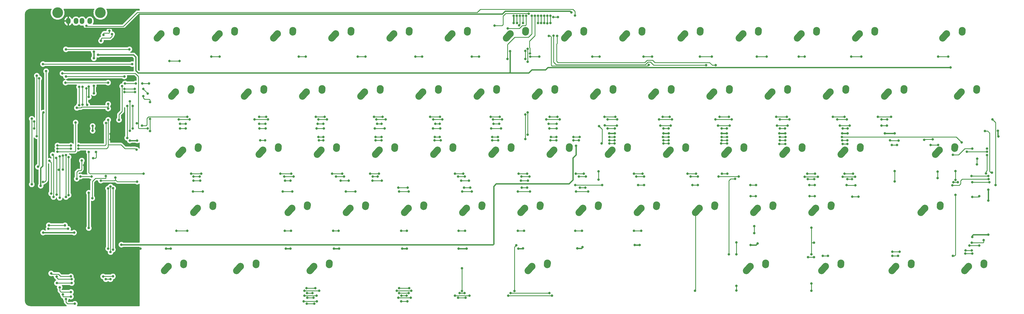
<source format=gbl>
G04 #@! TF.GenerationSoftware,KiCad,Pcbnew,(6.0.9)*
G04 #@! TF.CreationDate,2022-12-29T20:39:02-06:00*
G04 #@! TF.ProjectId,BasePCB,42617365-5043-4422-9e6b-696361645f70,rev?*
G04 #@! TF.SameCoordinates,Original*
G04 #@! TF.FileFunction,Copper,L2,Bot*
G04 #@! TF.FilePolarity,Positive*
%FSLAX46Y46*%
G04 Gerber Fmt 4.6, Leading zero omitted, Abs format (unit mm)*
G04 Created by KiCad (PCBNEW (6.0.9)) date 2022-12-29 20:39:02*
%MOMM*%
%LPD*%
G01*
G04 APERTURE LIST*
G04 Aperture macros list*
%AMHorizOval*
0 Thick line with rounded ends*
0 $1 width*
0 $2 $3 position (X,Y) of the first rounded end (center of the circle)*
0 $4 $5 position (X,Y) of the second rounded end (center of the circle)*
0 Add line between two ends*
20,1,$1,$2,$3,$4,$5,0*
0 Add two circle primitives to create the rounded ends*
1,1,$1,$2,$3*
1,1,$1,$4,$5*%
G04 Aperture macros list end*
G04 #@! TA.AperFunction,ComponentPad*
%ADD10HorizOval,2.250000X0.655001X0.730000X-0.655001X-0.730000X0*%
G04 #@! TD*
G04 #@! TA.AperFunction,ComponentPad*
%ADD11C,2.250000*%
G04 #@! TD*
G04 #@! TA.AperFunction,ComponentPad*
%ADD12HorizOval,2.250000X0.020000X0.290000X-0.020000X-0.290000X0*%
G04 #@! TD*
G04 #@! TA.AperFunction,ComponentPad*
%ADD13O,1.500000X2.000000*%
G04 #@! TD*
G04 #@! TA.AperFunction,ComponentPad*
%ADD14C,3.500000*%
G04 #@! TD*
G04 #@! TA.AperFunction,ViaPad*
%ADD15C,0.800000*%
G04 #@! TD*
G04 #@! TA.AperFunction,Conductor*
%ADD16C,0.381000*%
G04 #@! TD*
G04 #@! TA.AperFunction,Conductor*
%ADD17C,0.254000*%
G04 #@! TD*
G04 APERTURE END LIST*
D10*
X-68242499Y93757500D03*
D11*
X-67587500Y94487500D03*
X-62547500Y95567500D03*
D12*
X-62567500Y95277500D03*
D10*
X-44429999Y131857500D03*
D11*
X-43775000Y132587500D03*
D12*
X-38755000Y133377500D03*
D11*
X-38735000Y133667500D03*
D10*
X12720001Y131857500D03*
D11*
X13375000Y132587500D03*
X18415000Y133667500D03*
D12*
X18395000Y133377500D03*
D10*
X50820001Y131857500D03*
D11*
X51475000Y132587500D03*
X56515000Y133667500D03*
D12*
X56495000Y133377500D03*
D11*
X-39012500Y75437500D03*
D10*
X-39667499Y74707500D03*
D12*
X-33992500Y76227500D03*
D11*
X-33972500Y76517500D03*
D10*
X91301251Y55657500D03*
D11*
X91956250Y56387500D03*
X96996250Y57467500D03*
D12*
X96976250Y57177500D03*
D10*
X-96817499Y112807500D03*
D11*
X-96162500Y113537500D03*
X-91122500Y114617500D03*
D12*
X-91142500Y114327500D03*
D11*
X163393750Y56387500D03*
D10*
X162738751Y55657500D03*
D11*
X168433750Y57467500D03*
D12*
X168413750Y57177500D03*
D11*
X-58062500Y75437500D03*
D10*
X-58717499Y74707500D03*
D12*
X-53042500Y76227500D03*
D11*
X-53022500Y76517500D03*
D10*
X153213751Y93757500D03*
D11*
X153868750Y94487500D03*
X158908750Y95567500D03*
D12*
X158888750Y95277500D03*
D11*
X137200000Y113537500D03*
D10*
X136545001Y112807500D03*
D12*
X142220000Y114327500D03*
D11*
X142240000Y114617500D03*
D10*
X107970001Y131857500D03*
D11*
X108625000Y132587500D03*
X113665000Y133667500D03*
D12*
X113645000Y133377500D03*
D11*
X-100925000Y132587500D03*
D10*
X-101579999Y131857500D03*
D12*
X-95905000Y133377500D03*
D11*
X-95885000Y133667500D03*
X41950000Y113537500D03*
D10*
X41295001Y112807500D03*
D12*
X46970000Y114327500D03*
D11*
X46990000Y114617500D03*
X118150000Y113537500D03*
D10*
X117495001Y112807500D03*
D12*
X123170000Y114327500D03*
D11*
X123190000Y114617500D03*
X-48537500Y94487500D03*
D10*
X-49192499Y93757500D03*
D12*
X-43517500Y95277500D03*
D11*
X-43497500Y95567500D03*
D10*
X84157501Y93757500D03*
D11*
X84812500Y94487500D03*
X89852500Y95567500D03*
D12*
X89832500Y95277500D03*
D11*
X156250000Y132587500D03*
D10*
X155595001Y131857500D03*
D12*
X161270000Y133377500D03*
D11*
X161290000Y133667500D03*
X139581250Y56387500D03*
D10*
X138926251Y55657500D03*
D11*
X144621250Y57467500D03*
D12*
X144601250Y57177500D03*
D11*
X-29487500Y94487500D03*
D10*
X-30142499Y93757500D03*
D11*
X-24447500Y95567500D03*
D12*
X-24467500Y95277500D03*
D13*
X-124293750Y136765000D03*
X-126793750Y136765000D03*
X-128793750Y136765000D03*
X-131293750Y136765000D03*
D14*
X-134793750Y139475000D03*
X-120793750Y139475000D03*
D11*
X127675000Y132587500D03*
D10*
X127020001Y131857500D03*
D11*
X132715000Y133667500D03*
D12*
X132695000Y133377500D03*
D11*
X103862500Y94487500D03*
D10*
X103207501Y93757500D03*
D12*
X108882500Y95277500D03*
D11*
X108902500Y95567500D03*
X-50918750Y56387500D03*
D10*
X-51573749Y55657500D03*
D12*
X-45898750Y57177500D03*
D11*
X-45878750Y57467500D03*
D10*
X79395001Y112807500D03*
D11*
X80050000Y113537500D03*
X85090000Y114617500D03*
D12*
X85070000Y114327500D03*
D11*
X56237500Y75437500D03*
D10*
X55582501Y74707500D03*
D11*
X61277500Y76517500D03*
D12*
X61257500Y76227500D03*
D11*
X27662500Y94487500D03*
D10*
X27007501Y93757500D03*
D11*
X32702500Y95567500D03*
D12*
X32682500Y95277500D03*
D10*
X-1567499Y74707500D03*
D11*
X-912500Y75437500D03*
D12*
X4107500Y76227500D03*
D11*
X4127500Y76517500D03*
D10*
X148451251Y74707500D03*
D11*
X149106250Y75437500D03*
X154146250Y76517500D03*
D12*
X154126250Y76227500D03*
D11*
X32425000Y132587500D03*
D10*
X31770001Y131857500D03*
D12*
X37445000Y133377500D03*
D11*
X37465000Y133667500D03*
X20518750Y56387500D03*
D10*
X19863751Y55657500D03*
D12*
X25538750Y57177500D03*
D11*
X25558750Y57467500D03*
X89575000Y132587500D03*
D10*
X88920001Y131857500D03*
D12*
X94595000Y133377500D03*
D11*
X94615000Y133667500D03*
X-93781250Y94487500D03*
D10*
X-94436249Y93757500D03*
D11*
X-88741250Y95567500D03*
D12*
X-88761250Y95277500D03*
D10*
X7957501Y93757500D03*
D11*
X8612500Y94487500D03*
D12*
X13632500Y95277500D03*
D11*
X13652500Y95567500D03*
X3850000Y113537500D03*
D10*
X3195001Y112807500D03*
D11*
X8890000Y114617500D03*
D12*
X8870000Y114327500D03*
D11*
X-19962500Y75437500D03*
D10*
X-20617499Y74707500D03*
D11*
X-14922500Y76517500D03*
D12*
X-14942500Y76227500D03*
D10*
X-99198749Y55657500D03*
D11*
X-98543750Y56387500D03*
X-93503750Y57467500D03*
D12*
X-93523750Y57177500D03*
D11*
X18137500Y75437500D03*
D10*
X17482501Y74707500D03*
D12*
X23157500Y76227500D03*
D11*
X23177500Y76517500D03*
D10*
X-34904999Y112807500D03*
D11*
X-34250000Y113537500D03*
X-29210000Y114617500D03*
D12*
X-29230000Y114327500D03*
D11*
X-15200000Y113537500D03*
D10*
X-15854999Y112807500D03*
D12*
X-10180000Y114327500D03*
D11*
X-10160000Y114617500D03*
D10*
X-25379999Y131857500D03*
D11*
X-24725000Y132587500D03*
X-19685000Y133667500D03*
D12*
X-19705000Y133377500D03*
D10*
X36532501Y74707500D03*
D11*
X37187500Y75437500D03*
D12*
X42207500Y76227500D03*
D11*
X42227500Y76517500D03*
D10*
X-63479999Y131857500D03*
D11*
X-62825000Y132587500D03*
X-57785000Y133667500D03*
D12*
X-57805000Y133377500D03*
D10*
X22245001Y112807500D03*
D11*
X22900000Y113537500D03*
D12*
X27920000Y114327500D03*
D11*
X27940000Y114617500D03*
D10*
X93682501Y74707500D03*
D11*
X94337500Y75437500D03*
D12*
X99357500Y76227500D03*
D11*
X99377500Y76517500D03*
D10*
X65107501Y93757500D03*
D11*
X65762500Y94487500D03*
X70802500Y95567500D03*
D12*
X70782500Y95277500D03*
D11*
X-5675000Y132587500D03*
D10*
X-6329999Y131857500D03*
D11*
X-635000Y133667500D03*
D12*
X-655000Y133377500D03*
D11*
X-74890000Y56387500D03*
D10*
X-75544999Y55657500D03*
D12*
X-69870000Y57177500D03*
D11*
X-69850000Y57467500D03*
D10*
X74632501Y74707500D03*
D11*
X75287500Y75437500D03*
D12*
X80307500Y76227500D03*
D11*
X80327500Y76517500D03*
X70525000Y132587500D03*
D10*
X69870001Y131857500D03*
D11*
X75565000Y133667500D03*
D12*
X75545000Y133377500D03*
D10*
X-89673749Y74707500D03*
D11*
X-89018750Y75437500D03*
D12*
X-83998750Y76227500D03*
D11*
X-83978750Y76517500D03*
D10*
X-73004999Y112807500D03*
D11*
X-72350000Y113537500D03*
X-67310000Y114617500D03*
D12*
X-67330000Y114327500D03*
D11*
X-10437500Y94487500D03*
D10*
X-11092499Y93757500D03*
D12*
X-5417500Y95277500D03*
D11*
X-5397500Y95567500D03*
D10*
X112732501Y74707500D03*
D11*
X113387500Y75437500D03*
X118427500Y76517500D03*
D12*
X118407500Y76227500D03*
D10*
X-53954999Y112807500D03*
D11*
X-53300000Y113537500D03*
D12*
X-48280000Y114327500D03*
D11*
X-48260000Y114617500D03*
D10*
X98445001Y112807500D03*
D11*
X99100000Y113537500D03*
D12*
X104120000Y114327500D03*
D11*
X104140000Y114617500D03*
D10*
X115907501Y55657500D03*
D11*
X116562500Y56387500D03*
D12*
X121582500Y57177500D03*
D11*
X121602500Y57467500D03*
X46712500Y94487500D03*
D10*
X46057501Y93757500D03*
D11*
X51752500Y95567500D03*
D12*
X51732500Y95277500D03*
D10*
X122257501Y93757500D03*
D11*
X122912500Y94487500D03*
X127952500Y95567500D03*
D12*
X127932500Y95277500D03*
D10*
X-82529999Y131857500D03*
D11*
X-81875000Y132587500D03*
D12*
X-76855000Y133377500D03*
D11*
X-76835000Y133667500D03*
D10*
X60345001Y112807500D03*
D11*
X61000000Y113537500D03*
X66040000Y114617500D03*
D12*
X66020000Y114327500D03*
D10*
X160357501Y112807500D03*
D11*
X161012500Y113537500D03*
D12*
X166032500Y114327500D03*
D11*
X166052500Y114617500D03*
D15*
X-123317000Y100816250D03*
X47625000Y99949000D03*
X-122936000Y115570000D03*
X-123323750Y102396250D03*
X45720000Y99949000D03*
X-122936000Y124587000D03*
X34925000Y95885000D03*
X-124587000Y68961000D03*
X139192000Y99949000D03*
X-113919000Y63500000D03*
X103378000Y99949000D03*
X122047000Y99949000D03*
X-129381250Y67468750D03*
X123825000Y99949000D03*
X-111150000Y97606250D03*
X65179000Y99949000D03*
X-108743750Y97631250D03*
X-139541250Y67468750D03*
X-122936000Y113129000D03*
X82550000Y99949000D03*
X63500000Y99949000D03*
X-122936000Y126746000D03*
X136007760Y99939760D03*
X101473000Y99949000D03*
X-124587000Y80518000D03*
X84229000Y99949000D03*
X169820000Y81534000D03*
X-97790000Y62230000D03*
X-107696000Y62230000D03*
X-129921000Y134112000D03*
X92075000Y63373000D03*
X164592000Y66040000D03*
X169820000Y77978000D03*
X-110109000Y62230000D03*
X-126111000Y89571250D03*
X-21999000Y62232258D03*
X-3556000Y62230000D03*
X16002000Y62230000D03*
X35306000Y62299250D03*
X33401000Y139573000D03*
X-42672000Y62230000D03*
X-60099000Y62230000D03*
X17554000Y62299250D03*
X94361000Y63933750D03*
X-44382750Y62230000D03*
X-117475000Y97917000D03*
X-20449258Y62232258D03*
X-126111000Y87630000D03*
X-110835500Y96012000D03*
X-99270250Y62230000D03*
X169820000Y66802000D03*
X54102000Y63373000D03*
X-883286Y62235714D03*
X-58547000Y62230000D03*
X-109220000Y96012000D03*
X37057964Y62753250D03*
X-117475000Y99822000D03*
X169820000Y77978000D03*
X55753000Y63373000D03*
X-123444000Y78740000D03*
X-119062500Y86014500D03*
X-94869000Y123698000D03*
X22860000Y125095000D03*
X-81788000Y125095000D03*
X156718000Y125095000D03*
X19939000Y125095000D03*
X128270000Y125095000D03*
X40275666Y125111666D03*
X59817000Y125095000D03*
X57023000Y125095000D03*
X109728000Y125095000D03*
X124968000Y125095000D03*
X-15494000Y125095000D03*
X-98171000Y123698000D03*
X75438000Y125095000D03*
X762000Y125095000D03*
X-36576000Y125095000D03*
X-34036000Y125095000D03*
X97282000Y125095000D03*
X107823000Y125095000D03*
X3175000Y125095000D03*
X79375000Y125095000D03*
X-53594000Y125095000D03*
X-17653000Y125095000D03*
X-98171000Y123698000D03*
X94107000Y125095000D03*
X-84455000Y125095000D03*
X42572738Y125111666D03*
X-55880000Y125095000D03*
X153416000Y125095000D03*
X138049000Y105410000D03*
X-31242000Y105410000D03*
X100457000Y105410000D03*
X26289000Y105410000D03*
X-47371000Y105410000D03*
X-68834000Y105410000D03*
X122809000Y105410000D03*
X6985000Y105410000D03*
X63246000Y105410000D03*
X-50292000Y105410000D03*
X84963000Y105410000D03*
X28829000Y105410000D03*
X118999000Y105410000D03*
X81915000Y105410000D03*
X-9652000Y105410000D03*
X65532000Y105410000D03*
X-66548000Y105410000D03*
X-107188000Y102489000D03*
X103886000Y105410000D03*
X133731000Y105410000D03*
X47752000Y105410000D03*
X-12827000Y105410000D03*
X9906000Y105410000D03*
X-28448000Y105410000D03*
X44196000Y105410000D03*
X-92329000Y105410000D03*
X-124587000Y115316000D03*
X-140335000Y82804000D03*
X-139446000Y106807000D03*
X-124587000Y111887000D03*
X172974000Y100838000D03*
X-140335000Y82804000D03*
X-121539000Y125730000D03*
X14487500Y136160500D03*
X-121539000Y125730000D03*
X14487500Y138521500D03*
X13335000Y126932750D03*
X157480000Y121539000D03*
X173155500Y98987500D03*
X65179000Y97663000D03*
X-68453000Y97663000D03*
X137668000Y97663000D03*
X-28761000Y97663000D03*
X26543000Y97663000D03*
X-143256000Y83268750D03*
X140493750Y97631250D03*
X103378000Y97663000D03*
X15494000Y138521500D03*
X82550000Y97663000D03*
X151638000Y98044000D03*
X9398000Y97663000D03*
X-30734000Y97663000D03*
X-143256000Y104775000D03*
X18288000Y127000000D03*
X137668000Y97663000D03*
X-110236000Y108966000D03*
X15494000Y138521500D03*
X-110398500Y122682000D03*
X28448000Y97663000D03*
X148844000Y97825500D03*
X-139573000Y122682000D03*
X-9398000Y97663000D03*
X84328000Y97663000D03*
X35814000Y97663000D03*
X-66861000Y97663000D03*
X7493000Y97663000D03*
X101600000Y97663000D03*
X140493750Y97631250D03*
X47498000Y97663000D03*
X-49276000Y97663000D03*
X18288000Y106136500D03*
X18288000Y98079500D03*
X-11430000Y97663000D03*
X-110236000Y101600000D03*
X122047000Y97663000D03*
X45847000Y97663000D03*
X18288000Y124333000D03*
X-47811000Y97663000D03*
X34036000Y97663000D03*
X123698000Y97663000D03*
X63500000Y97663000D03*
X15621000Y136160500D03*
X-111287500Y127508000D03*
X-28761000Y98806000D03*
X28448000Y98806000D03*
X161163000Y97028000D03*
X9339000Y98806000D03*
X47498000Y98806000D03*
X19055839Y127639866D03*
X-47811000Y98806000D03*
X16510000Y138521500D03*
X65179000Y98806000D03*
X84328000Y98806000D03*
X34036000Y98806000D03*
X16256000Y135382000D03*
X-139573000Y84074000D03*
X7493000Y98806000D03*
X36118615Y98755385D03*
X19050000Y106807000D03*
X-111125000Y100838000D03*
X-9711000Y98806000D03*
X-138557000Y120360500D03*
X-30734000Y98806000D03*
X121920000Y98806000D03*
X82550000Y98806000D03*
X45847000Y98806000D03*
X103505000Y98806000D03*
X26670000Y98806000D03*
X-132083750Y127508000D03*
X-111125000Y110490000D03*
X101600000Y98806000D03*
X19050000Y99568000D03*
X16510000Y138521500D03*
X19055839Y123449839D03*
X19050000Y99568000D03*
X-49403000Y98806000D03*
X-11303000Y98806000D03*
X63373000Y98806000D03*
X-126619000Y109347000D03*
X-126619000Y115189000D03*
X-127762000Y109220000D03*
X-127762000Y115189000D03*
X-126873000Y91059000D03*
X-128524000Y85090000D03*
X-122252500Y93881000D03*
X-123190000Y91821000D03*
X-47811000Y103124000D03*
X81407000Y102489000D03*
X168783000Y100777500D03*
X-118237000Y109601000D03*
X-128902119Y103514826D03*
X85217000Y102489000D03*
X7874000Y103124000D03*
X-134838500Y93980000D03*
X134874000Y102489000D03*
X-128488500Y108331000D03*
X-106771500Y114554000D03*
X104140000Y102489000D03*
X-68834000Y103124000D03*
X44323000Y102616000D03*
X9779000Y103124000D03*
X-94742000Y103124000D03*
X100711000Y102489000D03*
X-109509500Y114554000D03*
X-105283000Y113030000D03*
X65913000Y102489000D03*
X-9711000Y103124000D03*
X44323000Y102616000D03*
X136652000Y102489000D03*
X-92837000Y103124000D03*
X25908000Y103124000D03*
X62484000Y102489000D03*
X28575000Y103124000D03*
X-49657000Y103124000D03*
X121285000Y102489000D03*
X62484000Y102489000D03*
X-118262500Y108102500D03*
X-112903000Y114554000D03*
X-49657000Y103124000D03*
X171069000Y87122000D03*
X-11176000Y103124000D03*
X-28761000Y103124000D03*
X-30226000Y103124000D03*
X-66802000Y103124000D03*
X124460000Y102489000D03*
X48260000Y102489000D03*
X113157000Y86741000D03*
X-106680000Y86741000D03*
X37465000Y86741000D03*
X16129000Y86741000D03*
X110617000Y86741000D03*
X-44958000Y86741000D03*
X71374000Y86741000D03*
X18923000Y86741000D03*
X122809000Y86741000D03*
X34798000Y86741000D03*
X-87757000Y86741000D03*
X84455000Y86741000D03*
X56642000Y86741000D03*
X-61849000Y86741000D03*
X113157000Y86741000D03*
X125603000Y86741000D03*
X-2032000Y86741000D03*
X-32512000Y86741000D03*
X-58293000Y86741000D03*
X-4699000Y86741000D03*
X74168000Y86741000D03*
X53848000Y86741000D03*
X82677000Y86741000D03*
X-124587000Y93881000D03*
X-29591000Y86741000D03*
X-91059000Y86741000D03*
X-41656000Y86741000D03*
X-3556000Y68072000D03*
X-95885000Y68072000D03*
X-92329000Y68072000D03*
X15875000Y68072000D03*
X-22352000Y68072000D03*
X34671000Y68072000D03*
X-20447000Y68072000D03*
X-44577000Y68072000D03*
X-60452000Y68072000D03*
X53848000Y68072000D03*
X-42799000Y68072000D03*
X-1397000Y68072000D03*
X-58420000Y68072000D03*
X17907000Y68072000D03*
X56261000Y68072000D03*
X36830000Y68072000D03*
X-22987000Y49276000D03*
X-50419000Y49276000D03*
X-53340000Y49276000D03*
X-19685000Y49276000D03*
X114046000Y85725000D03*
X19685000Y85852000D03*
X-57531000Y85852000D03*
X126238000Y85725000D03*
X169820000Y85979000D03*
X-108966000Y94615000D03*
X-88292250Y85852000D03*
X35814000Y85852000D03*
X109728000Y85725000D03*
X-31623000Y85852000D03*
X-1480822Y85852000D03*
X122174000Y85725000D03*
X-118237000Y104394000D03*
X-41021000Y85852000D03*
X-30071000Y85852000D03*
X-3683000Y85852000D03*
X164338000Y85979000D03*
X-134874750Y94995250D03*
X72390000Y85852000D03*
X-43688000Y85852000D03*
X57150000Y85852000D03*
X88138000Y85852000D03*
X17018000Y85852000D03*
X54610000Y85852000D03*
X-130464500Y94996000D03*
X-90297000Y85852000D03*
X-90297000Y85852000D03*
X74803000Y85852000D03*
X-60579000Y85852000D03*
X-128016000Y94996000D03*
X81534000Y85852000D03*
X38100000Y85852000D03*
X73025000Y83058000D03*
X-2667000Y84455000D03*
X-31750000Y84455000D03*
X-128016000Y96012000D03*
X-42164000Y84455000D03*
X-106771500Y112141000D03*
X43434000Y83058000D03*
X-104521000Y100711000D03*
X169938338Y84986528D03*
X55245000Y83058000D03*
X-104521000Y110236000D03*
X-28702000Y84455000D03*
X-109474000Y113538000D03*
X123444000Y83058000D03*
X111252000Y83058000D03*
X-134838500Y96012000D03*
X74803000Y83058000D03*
X-58547000Y84455000D03*
X19177000Y84455000D03*
X-130423286Y96006286D03*
X-127000Y84455000D03*
X-88138000Y84455000D03*
X-112903000Y113538000D03*
X-90297000Y84455000D03*
X-60325000Y84455000D03*
X34671000Y83058000D03*
X-128016000Y96012000D03*
X-104521000Y104683500D03*
X93853000Y83058000D03*
X-39497000Y84455000D03*
X16891000Y84455000D03*
X-118963500Y103378000D03*
X158095012Y82996620D03*
X91948000Y83058000D03*
X113030000Y83058000D03*
X126303620Y82996620D03*
X57150000Y83058000D03*
X63500000Y101600000D03*
X158404500Y83947000D03*
X159893000Y83947000D03*
X-105318500Y101600000D03*
X122186000Y101600000D03*
X7143750Y101600000D03*
X-141605000Y99060000D03*
X-92837000Y101600000D03*
X65179000Y101600000D03*
X-141605000Y118872000D03*
X47625000Y101600000D03*
X28575000Y101600000D03*
X103279000Y101600000D03*
X10318750Y101600000D03*
X-30956250Y101600000D03*
X-108839000Y103251000D03*
X-94742000Y101600000D03*
X45243750Y101600000D03*
X-68707000Y101600000D03*
X-11906250Y101600000D03*
X101600000Y101600000D03*
X84229000Y101600000D03*
X-9525000Y101600000D03*
X-66675000Y101600000D03*
X-27781250Y101600000D03*
X-50006250Y101600000D03*
X139192000Y87630000D03*
X82550000Y101600000D03*
X123825000Y101600000D03*
X164627500Y83947000D03*
X-133223000Y119634000D03*
X170180000Y83947000D03*
X139192000Y84201000D03*
X-47625000Y101600000D03*
X26193750Y101600000D03*
X-116967000Y132461000D03*
X26510006Y138521500D03*
X-120589000Y130302000D03*
X26543000Y136144000D03*
X111351000Y79375000D03*
X-119888000Y53086000D03*
X-136906000Y54102000D03*
X73818750Y48418750D03*
X164592000Y79121000D03*
X-23812500Y48418750D03*
X23495000Y138521500D03*
X-116681250Y53117750D03*
X-116681250Y61912500D03*
X26035000Y131854000D03*
X-53975000Y48418750D03*
X-136906000Y80264000D03*
X-49212500Y48418750D03*
X23495000Y136144000D03*
X-119888000Y53086000D03*
X-19050000Y48418750D03*
X127386714Y79253714D03*
X166878000Y79375000D03*
X-137477750Y90995250D03*
X113030000Y79375000D03*
X125343286Y79242286D03*
X23495000Y136144000D03*
X-130464500Y53153658D03*
X93754000Y79375000D03*
X-116642572Y81994658D03*
X58674000Y122428000D03*
X92075000Y79375000D03*
X-23018750Y47625000D03*
X24511000Y136144000D03*
X13493750Y47625000D03*
X-19843750Y47625000D03*
X87376000Y64262000D03*
X93218000Y69596000D03*
X-135255000Y91948000D03*
X27559000Y131953000D03*
X87376000Y50002500D03*
X-1587500Y47625000D03*
X-130175000Y52197000D03*
X-51343500Y47625000D03*
X24511000Y138521500D03*
X-117472083Y82552257D03*
X26193750Y47625000D03*
X-51343500Y47625000D03*
X-53181250Y47625000D03*
X166878000Y63246000D03*
X87376000Y60392250D03*
X-135128000Y79883000D03*
X-135128000Y53086000D03*
X163703000Y63207250D03*
X87376000Y48514000D03*
X-117510500Y52197000D03*
X-117472083Y61087000D03*
X-118999000Y52197000D03*
X93218000Y67310000D03*
X-3175000Y47625000D03*
X77470000Y122329000D03*
X-136144000Y79121000D03*
X0Y46831250D03*
X-50006250Y46831250D03*
X112776000Y64135000D03*
X80645000Y122329000D03*
X28702000Y131854000D03*
X-22225000Y46831250D03*
X25527000Y136017000D03*
X-118237000Y62230000D03*
X-135001000Y50927000D03*
X-130175000Y50927000D03*
X111918750Y48418750D03*
X-118262500Y81940500D03*
X12700000Y46831250D03*
X-53975000Y46831250D03*
X111918750Y69056250D03*
X26987500Y46831250D03*
X111918750Y50800000D03*
X-20546000Y46831250D03*
X25510503Y138521500D03*
X164465000Y64135000D03*
X111918750Y60325000D03*
X168366500Y65024000D03*
X-136398000Y92964000D03*
X-4762500Y46831250D03*
X17526000Y136160500D03*
X17526000Y138521500D03*
X151003000Y96139000D03*
X45847000Y96647000D03*
X84328000Y96647000D03*
X-20193000Y82169000D03*
X65179000Y96647000D03*
X43307000Y96647000D03*
X42291000Y87503000D03*
X63500000Y96647000D03*
X101473000Y96520000D03*
X-131191000Y92202000D03*
X254000Y82169000D03*
X17145000Y82169000D03*
X-137795000Y68707000D03*
X138303000Y96139000D03*
X82423000Y96647000D03*
X101473000Y96520000D03*
X-131353500Y68707000D03*
X-1778000Y82169000D03*
X17526000Y136160500D03*
X-131191000Y79756000D03*
X37973000Y82169000D03*
X47498000Y96647000D03*
X42418000Y102326500D03*
X122174000Y96520000D03*
X18864000Y82169000D03*
X139954000Y96139000D03*
X123698000Y96520000D03*
X36195000Y82169000D03*
X-23241000Y82169000D03*
X42291000Y84836000D03*
X82423000Y96647000D03*
X153412810Y96150636D03*
X103378000Y96520000D03*
X153289000Y85344000D03*
X-132080000Y45720000D03*
X18542000Y138521500D03*
X158242000Y92964000D03*
X153289000Y87467500D03*
X-129159000Y44160500D03*
X-132080000Y92837000D03*
X12573000Y134366000D03*
X125222000Y84963000D03*
X-50800000Y44196000D03*
X112903000Y84963000D03*
X-132080000Y79121000D03*
X84963000Y60325000D03*
X110744000Y84963000D03*
X123701750Y84963000D03*
X-137668000Y69850000D03*
X-132369500Y69850000D03*
X164592000Y94996000D03*
X169418000Y94996000D03*
X-53248500Y44160500D03*
X86995000Y85054500D03*
X-130429000Y46482000D03*
X159131000Y79847500D03*
X-49911000Y44958000D03*
X-54229000Y44958000D03*
X8255000Y135252500D03*
X159131000Y87630000D03*
X110871000Y59436000D03*
X112776000Y59436000D03*
X140335000Y59817000D03*
X162814000Y93980000D03*
X117348000Y59817000D03*
X169418000Y93980000D03*
X-133096000Y92710000D03*
X159131000Y84709000D03*
X115697000Y59817000D03*
X-133096000Y47244000D03*
X158242000Y59817000D03*
X-20320000Y44958000D03*
X-22352000Y44958000D03*
X-2407161Y48351500D03*
X-133096000Y88138000D03*
X19431000Y139192000D03*
X-2413000Y55753000D03*
X138430000Y59817000D03*
X-134401500Y88011000D03*
X-3683000Y46101000D03*
X20447000Y138521500D03*
X-23241000Y46101000D03*
X169093000Y86868000D03*
X-130429000Y48006000D03*
X164592000Y60579000D03*
X162306000Y60579000D03*
X14732000Y48351500D03*
X-134112000Y49530000D03*
X169418000Y92837000D03*
X140837286Y61208286D03*
X-130429000Y48006000D03*
X-53086000Y46101000D03*
X138424286Y61208286D03*
X-134112000Y92456000D03*
X12446000Y124368500D03*
X15303500Y63309500D03*
X-1270000Y46101000D03*
X-3683000Y46101000D03*
X-134112000Y78867000D03*
X-51054000Y46101000D03*
X-19177000Y46101000D03*
X-141224000Y89027000D03*
X166229238Y91710692D03*
X-112014000Y98479750D03*
X164465000Y61595000D03*
X-112938500Y118618000D03*
X21463000Y138521500D03*
X166167464Y89829036D03*
X-112014000Y108966000D03*
X-112938500Y118618000D03*
X-132083750Y118618000D03*
X162433000Y61595000D03*
X19841562Y126140562D03*
X-140843000Y117983000D03*
X-127281500Y85852000D03*
X-2381250Y80962500D03*
X-90487500Y80962500D03*
X22479000Y138521500D03*
X-123698000Y85852000D03*
X-57943750Y80962500D03*
X-40481250Y80962500D03*
X-37306250Y80962500D03*
X-115862500Y85509500D03*
X34925000Y80962500D03*
X-23018750Y80962500D03*
X22479000Y136160500D03*
X19843750Y80962500D03*
X15875000Y80962500D03*
X-61118750Y80962500D03*
X-120650000Y84490500D03*
X38893750Y80962500D03*
X-19843750Y80962500D03*
X-108743750Y84137500D03*
X793750Y80962500D03*
X-87312500Y80962500D03*
X-119761000Y132207000D03*
X-117856000Y133604000D03*
X28993500Y138067500D03*
X27430487Y138067500D03*
X136779000Y104521000D03*
X-27432000Y104521000D03*
X25146000Y104521000D03*
X-46609000Y104521000D03*
X66294000Y104521000D03*
X-109220000Y116332000D03*
X104775000Y104521000D03*
X80518000Y104521000D03*
X45212000Y104521000D03*
X-11811000Y104521000D03*
X-30480000Y104521000D03*
X48387000Y104521000D03*
X-142499500Y101600000D03*
X-65913000Y104521000D03*
X-49403000Y104521000D03*
X7747000Y104521000D03*
X-70358000Y104521000D03*
X134874000Y104521000D03*
X-118272500Y116586000D03*
X172212000Y83058000D03*
X-113665000Y115443000D03*
X-91567000Y104521000D03*
X10668000Y104521000D03*
X-142499500Y103880500D03*
X-118272500Y116586000D03*
X-104902000Y116332000D03*
X29591000Y104521000D03*
X101600000Y104521000D03*
X62103000Y104521000D03*
X-107061000Y116332000D03*
X-114695258Y104390558D03*
X-132207000Y116586000D03*
X-8890000Y104521000D03*
X-112740500Y116332000D03*
X120396000Y104521000D03*
X85852000Y104521000D03*
X123571000Y104521000D03*
X-95123000Y104521000D03*
X171196000Y104521000D03*
X-125095000Y109311500D03*
X-125381074Y114709000D03*
X-125349000Y135184500D03*
X34544000Y138557000D03*
X-125381074Y114709000D03*
D16*
X47625000Y99949000D02*
X45720000Y99949000D01*
X7983001Y82659001D02*
X7983001Y63736001D01*
X8763000Y83439000D02*
X7983001Y82659001D01*
X-139541250Y67468750D02*
X-129381250Y67468750D01*
X-111150000Y97606250D02*
X-111125000Y97631250D01*
X7747000Y63500000D02*
X-113919000Y63500000D01*
X136017000Y99949000D02*
X136007760Y99939760D01*
X-123323750Y100823000D02*
X-123317000Y100816250D01*
X103378000Y99949000D02*
X101473000Y99949000D01*
X34925000Y95885000D02*
X34925000Y92964000D01*
X-111125000Y97631250D02*
X-108743750Y97631250D01*
X84229000Y99949000D02*
X82550000Y99949000D01*
X34925000Y92964000D02*
X33909000Y91948000D01*
X-122936000Y126746000D02*
X-122936000Y124587000D01*
X33909000Y91948000D02*
X33909000Y84709000D01*
X65179000Y99949000D02*
X63500000Y99949000D01*
X-122936000Y115570000D02*
X-122936000Y113129000D01*
X139192000Y99949000D02*
X136017000Y99949000D01*
X123825000Y99949000D02*
X122047000Y99949000D01*
X33909000Y84709000D02*
X32639000Y83439000D01*
X-123323750Y102396250D02*
X-123323750Y100823000D01*
X-124587000Y80518000D02*
X-124587000Y68961000D01*
X32639000Y83439000D02*
X8763000Y83439000D01*
X32991500Y139982500D02*
X11712500Y139982500D01*
X36645250Y62299250D02*
X37057964Y62711964D01*
X16002000Y62230000D02*
X17526000Y62230000D01*
X94361000Y63881000D02*
X94361000Y63933750D01*
X-44382750Y62230000D02*
X-42672000Y62230000D01*
X-20447000Y62230000D02*
X-20449258Y62232258D01*
X169820000Y78634000D02*
X169820000Y77999000D01*
X169820000Y77999000D02*
X169820000Y77978000D01*
X-21999000Y62232258D02*
X-20449258Y62232258D01*
X17526000Y62271250D02*
X17554000Y62299250D01*
X10795000Y139065000D02*
X-108077000Y139065000D01*
X-889000Y62230000D02*
X-883286Y62235714D01*
X-112747500Y134394500D02*
X-129638500Y134394500D01*
X-110109000Y62230000D02*
X-107696000Y62230000D01*
X37057964Y62711964D02*
X37057964Y62753250D01*
X-117475000Y99822000D02*
X-117475000Y97917000D01*
X-99270250Y62230000D02*
X-97790000Y62230000D01*
X54102000Y63373000D02*
X55753000Y63373000D01*
X164973000Y66802000D02*
X169820000Y66802000D01*
X-108077000Y139065000D02*
X-112747500Y134394500D01*
X-126111000Y87630000D02*
X-126111000Y89571250D01*
X169820000Y81534000D02*
X169820000Y78634000D01*
X-60099000Y62230000D02*
X-58547000Y62230000D01*
X-3556000Y62230000D02*
X-889000Y62230000D01*
X92075000Y63373000D02*
X93853000Y63373000D01*
X35306000Y62299250D02*
X36645250Y62299250D01*
X164592000Y66421000D02*
X164973000Y66802000D01*
X-110835500Y96012000D02*
X-109220000Y96012000D01*
X-129638500Y134394500D02*
X-129921000Y134112000D01*
X93853000Y63373000D02*
X94361000Y63881000D01*
X33401000Y139573000D02*
X32991500Y139982500D01*
X164592000Y66040000D02*
X164592000Y66421000D01*
X11712500Y139982500D02*
X10795000Y139065000D01*
X17526000Y62230000D02*
X17526000Y62271250D01*
D17*
X-119126000Y85217000D02*
X-119062500Y85280500D01*
X-122428000Y85217000D02*
X-119126000Y85217000D01*
X-119062500Y85280500D02*
X-119062500Y86014500D01*
X-123444000Y78740000D02*
X-123444000Y84201000D01*
X-123444000Y84201000D02*
X-122428000Y85217000D01*
X-98171000Y123698000D02*
X-94869000Y123698000D01*
X-15494000Y125095000D02*
X-17653000Y125095000D01*
X3175000Y125095000D02*
X762000Y125095000D01*
X128270000Y125095000D02*
X124968000Y125095000D01*
X109728000Y125095000D02*
X107823000Y125095000D01*
X156718000Y125095000D02*
X153416000Y125095000D01*
X97282000Y125095000D02*
X94107000Y125095000D01*
X22860000Y125095000D02*
X19939000Y125095000D01*
X-34036000Y125095000D02*
X-36576000Y125095000D01*
X42572738Y125111666D02*
X40275666Y125111666D01*
X-53594000Y125095000D02*
X-55880000Y125095000D01*
X79375000Y125095000D02*
X75438000Y125095000D01*
X40259000Y125095000D02*
X40275666Y125111666D01*
X-81788000Y125095000D02*
X-84455000Y125095000D01*
X59817000Y125095000D02*
X57023000Y125095000D01*
X-105537000Y102743000D02*
X-105791000Y102489000D01*
X-92329000Y105410000D02*
X-105029000Y105410000D01*
X-9652000Y105410000D02*
X-12827000Y105410000D01*
X138049000Y105410000D02*
X133731000Y105410000D01*
X-47371000Y105410000D02*
X-50292000Y105410000D01*
X28829000Y105410000D02*
X26289000Y105410000D01*
X-28448000Y105410000D02*
X-31242000Y105410000D01*
X-105029000Y105410000D02*
X-105537000Y104902000D01*
X9906000Y105410000D02*
X6985000Y105410000D01*
X-66548000Y105410000D02*
X-68834000Y105410000D01*
X-105537000Y104902000D02*
X-105537000Y102743000D01*
X84963000Y105410000D02*
X81915000Y105410000D01*
X103886000Y105410000D02*
X100457000Y105410000D01*
X47752000Y105410000D02*
X44196000Y105410000D01*
X-105791000Y102489000D02*
X-107188000Y102489000D01*
X65532000Y105410000D02*
X63246000Y105410000D01*
X122809000Y105410000D02*
X118999000Y105410000D01*
D16*
X25654000Y121539000D02*
X24892000Y120777000D01*
X20447000Y120777000D02*
X19431000Y119761000D01*
X-140335000Y82804000D02*
X-140363500Y82832500D01*
X-139700000Y106553000D02*
X-139446000Y106807000D01*
X-140363500Y88617500D02*
X-139700000Y89281000D01*
X-108458000Y119761000D02*
X-109220000Y120523000D01*
X13081000Y119761000D02*
X-108458000Y119761000D01*
X14487500Y138521500D02*
X14487500Y136160500D01*
X172974000Y99169000D02*
X173155500Y98987500D01*
X24892000Y120777000D02*
X20447000Y120777000D01*
X13335000Y120015000D02*
X13081000Y119761000D01*
X13335000Y126932750D02*
X13335000Y120015000D01*
X-124587000Y111887000D02*
X-124587000Y115316000D01*
X-109220000Y124968000D02*
X-109982000Y125730000D01*
X25654000Y121539000D02*
X157480000Y121539000D01*
X-140363500Y82832500D02*
X-140363500Y88617500D01*
X-139700000Y89281000D02*
X-139700000Y106553000D01*
X-109220000Y120523000D02*
X-109220000Y124968000D01*
X19431000Y119761000D02*
X13081000Y119761000D01*
X-109982000Y125730000D02*
X-121539000Y125730000D01*
X172974000Y100838000D02*
X172974000Y99169000D01*
D17*
X148844000Y98044000D02*
X148844000Y97825500D01*
X-143256000Y104775000D02*
X-143256000Y83268750D01*
X18288000Y106136500D02*
X18288000Y98079500D01*
X35814000Y97663000D02*
X34036000Y97663000D01*
X-9398000Y97663000D02*
X-11430000Y97663000D01*
X140493750Y97631250D02*
X137699750Y97631250D01*
X123698000Y97663000D02*
X122047000Y97663000D01*
X15494000Y138521500D02*
X15494000Y136398000D01*
X-47811000Y97663000D02*
X-49276000Y97663000D01*
X-110236000Y108966000D02*
X-110236000Y101600000D01*
X137699750Y97631250D02*
X137668000Y97663000D01*
X15621000Y136271000D02*
X15621000Y136160500D01*
X9398000Y97663000D02*
X7493000Y97663000D01*
X-66861000Y97663000D02*
X-68453000Y97663000D01*
X151638000Y98044000D02*
X148844000Y98044000D01*
X15494000Y136398000D02*
X15621000Y136271000D01*
X84328000Y97663000D02*
X82550000Y97663000D01*
X65179000Y97663000D02*
X63500000Y97663000D01*
X47498000Y97663000D02*
X45847000Y97663000D01*
X103378000Y97663000D02*
X101600000Y97663000D01*
X-110398500Y122682000D02*
X-139573000Y122682000D01*
X28448000Y97663000D02*
X26543000Y97663000D01*
X-28761000Y97663000D02*
X-30734000Y97663000D01*
X18288000Y127000000D02*
X18288000Y124333000D01*
X9339000Y98806000D02*
X7493000Y98806000D01*
X159385000Y98806000D02*
X121920000Y98806000D01*
X65179000Y98806000D02*
X63373000Y98806000D01*
X-28761000Y98806000D02*
X-30734000Y98806000D01*
X19055839Y127639866D02*
X19055839Y123449839D01*
X-138557000Y120360500D02*
X-138557000Y84582000D01*
X36068000Y98806000D02*
X34036000Y98806000D01*
X19050000Y106807000D02*
X19050000Y99568000D01*
X84328000Y98806000D02*
X82550000Y98806000D01*
X28448000Y98806000D02*
X26670000Y98806000D01*
X36118615Y98755385D02*
X36068000Y98806000D01*
X16510000Y138521500D02*
X16510000Y135636000D01*
X-138557000Y84582000D02*
X-139065000Y84074000D01*
X-111287500Y127508000D02*
X-132083750Y127508000D01*
X-47811000Y98806000D02*
X-49403000Y98806000D01*
X103505000Y98806000D02*
X101600000Y98806000D01*
X16510000Y135636000D02*
X16256000Y135382000D01*
X161163000Y97028000D02*
X159385000Y98806000D01*
X-111125000Y110490000D02*
X-111125000Y100838000D01*
X19050000Y123444000D02*
X19055839Y123449839D01*
X-139065000Y84074000D02*
X-139573000Y84074000D01*
X-9711000Y98806000D02*
X-11303000Y98806000D01*
X47498000Y98806000D02*
X45847000Y98806000D01*
X-126619000Y109347000D02*
X-126619000Y115189000D01*
X-127762000Y109220000D02*
X-127762000Y115189000D01*
X-122428000Y91821000D02*
X-122174000Y92075000D01*
X-128016000Y87757000D02*
X-127254000Y87757000D01*
X-126873000Y88138000D02*
X-126873000Y91059000D01*
X-128524000Y85090000D02*
X-128524000Y87249000D01*
X-123190000Y91821000D02*
X-122428000Y91821000D01*
X-128524000Y87249000D02*
X-128016000Y87757000D01*
X-122174000Y93802500D02*
X-122252500Y93881000D01*
X-122174000Y92075000D02*
X-122174000Y93802500D01*
X-127254000Y87757000D02*
X-126873000Y88138000D01*
X-118364000Y108585000D02*
X-126873000Y108585000D01*
X168783000Y100711000D02*
X168783000Y100777500D01*
X136652000Y102489000D02*
X134874000Y102489000D01*
X169672000Y100711000D02*
X168783000Y100711000D01*
X-28761000Y103124000D02*
X-30226000Y103124000D01*
X-127127000Y108331000D02*
X-128488500Y108331000D01*
X65913000Y102489000D02*
X62484000Y102489000D01*
X-9711000Y103124000D02*
X-11176000Y103124000D01*
X-118237000Y109601000D02*
X-118237000Y108712000D01*
X-118262500Y108102500D02*
X-118262500Y108483500D01*
X-128902119Y103514826D02*
X-128902119Y94236881D01*
X-118262500Y108483500D02*
X-118364000Y108585000D01*
X85217000Y102489000D02*
X81407000Y102489000D01*
X-92837000Y103124000D02*
X-94742000Y103124000D01*
X170307000Y87503000D02*
X170307000Y100076000D01*
X-109509500Y114554000D02*
X-112903000Y114554000D01*
X-106771500Y114554000D02*
X-106771500Y114518500D01*
X-47811000Y103124000D02*
X-49657000Y103124000D01*
X9779000Y103124000D02*
X7874000Y103124000D01*
X-134838500Y93980000D02*
X-129159000Y93980000D01*
X44450000Y102489000D02*
X44323000Y102616000D01*
X104140000Y102489000D02*
X100711000Y102489000D01*
X28575000Y103124000D02*
X25908000Y103124000D01*
X48260000Y102489000D02*
X44450000Y102489000D01*
X-126873000Y108585000D02*
X-127127000Y108331000D01*
X-128902119Y94236881D02*
X-129159000Y93980000D01*
X124460000Y102489000D02*
X121285000Y102489000D01*
X-118237000Y108712000D02*
X-118364000Y108585000D01*
X171069000Y87122000D02*
X170688000Y87122000D01*
X-106771500Y114518500D02*
X-105283000Y113030000D01*
X-66802000Y103124000D02*
X-68834000Y103124000D01*
X170688000Y87122000D02*
X170307000Y87503000D01*
X170307000Y100076000D02*
X169672000Y100711000D01*
X-87757000Y86741000D02*
X-91059000Y86741000D01*
X-124206000Y86741000D02*
X-124587000Y87122000D01*
X-58293000Y86741000D02*
X-61849000Y86741000D01*
X125603000Y86741000D02*
X122809000Y86741000D01*
X37465000Y86741000D02*
X34798000Y86741000D01*
X113157000Y86741000D02*
X110617000Y86741000D01*
X-124587000Y87122000D02*
X-124587000Y93881000D01*
X56642000Y86741000D02*
X53848000Y86741000D01*
X-29591000Y86741000D02*
X-32512000Y86741000D01*
X-106680000Y86741000D02*
X-124206000Y86741000D01*
X84455000Y86741000D02*
X82677000Y86741000D01*
X74168000Y86741000D02*
X71374000Y86741000D01*
X-41656000Y86741000D02*
X-44958000Y86741000D01*
X18923000Y86741000D02*
X16129000Y86741000D01*
X-2032000Y86741000D02*
X-4699000Y86741000D01*
X-20447000Y68072000D02*
X-22352000Y68072000D01*
X56261000Y68072000D02*
X53848000Y68072000D01*
X-58420000Y68072000D02*
X-60452000Y68072000D01*
X17907000Y68072000D02*
X15875000Y68072000D01*
X-42799000Y68072000D02*
X-44577000Y68072000D01*
X-1397000Y68072000D02*
X-3556000Y68072000D01*
X36830000Y68072000D02*
X34671000Y68072000D01*
X-92329000Y68072000D02*
X-95885000Y68072000D01*
X-22987000Y49276000D02*
X-19685000Y49276000D01*
X-53340000Y49276000D02*
X-50419000Y49276000D01*
X-88292250Y85852000D02*
X-90297000Y85852000D01*
X-118237000Y104394000D02*
X-118237000Y96266000D01*
X19685000Y85852000D02*
X17018000Y85852000D01*
X-31369000Y85852000D02*
X-31623000Y85852000D01*
X-134874000Y94996000D02*
X-130464500Y94996000D01*
X114046000Y85725000D02*
X109728000Y85725000D01*
X-57531000Y85852000D02*
X-60579000Y85852000D01*
X-112776000Y94996000D02*
X-114046000Y96266000D01*
X38100000Y85852000D02*
X35814000Y85852000D01*
X82423000Y85852000D02*
X81534000Y85852000D01*
X74803000Y85852000D02*
X72390000Y85852000D01*
X57150000Y85852000D02*
X54610000Y85852000D01*
X-108966000Y94615000D02*
X-109347000Y94996000D01*
X126238000Y85725000D02*
X122174000Y85725000D01*
X-109347000Y94996000D02*
X-112776000Y94996000D01*
X169820000Y85979000D02*
X164338000Y85979000D01*
X-118237000Y95504000D02*
X-118745000Y94996000D01*
X-134874750Y94995250D02*
X-134874000Y94996000D01*
X-114046000Y96266000D02*
X-118237000Y96266000D01*
X-30071000Y85852000D02*
X-31369000Y85852000D01*
X88138000Y85852000D02*
X82423000Y85852000D01*
X-118745000Y94996000D02*
X-128016000Y94996000D01*
X-41021000Y85852000D02*
X-43688000Y85852000D01*
X-1480822Y85852000D02*
X-3683000Y85852000D01*
X-118237000Y96266000D02*
X-118237000Y95504000D01*
X-106771500Y111597500D02*
X-106680000Y111506000D01*
X163576000Y84963000D02*
X161925000Y84963000D01*
X-88138000Y84455000D02*
X-90297000Y84455000D01*
X-127000Y84455000D02*
X-2667000Y84455000D01*
X-104648000Y110998000D02*
X-104521000Y110871000D01*
X-106680000Y111506000D02*
X-106299000Y111125000D01*
X160782000Y84455000D02*
X160782000Y83947000D01*
X160782000Y83439000D02*
X160528000Y83185000D01*
X-28702000Y84455000D02*
X-31750000Y84455000D01*
X-39497000Y84455000D02*
X-42164000Y84455000D01*
X169938338Y84986528D02*
X163599528Y84986528D01*
X-130429000Y96012000D02*
X-130423286Y96006286D01*
X-134838500Y96012000D02*
X-130429000Y96012000D01*
X19177000Y84455000D02*
X16891000Y84455000D01*
X74803000Y83058000D02*
X73025000Y83058000D01*
X57150000Y83058000D02*
X55245000Y83058000D01*
X126303620Y82996620D02*
X123505380Y82996620D01*
X93853000Y83058000D02*
X91948000Y83058000D01*
X163599528Y84986528D02*
X163576000Y84963000D01*
X-118963500Y96301500D02*
X-119253000Y96012000D01*
X-104521000Y110871000D02*
X-104521000Y110236000D01*
X161925000Y84963000D02*
X161290000Y84963000D01*
X160528000Y83185000D02*
X160339620Y82996620D01*
X-106299000Y111125000D02*
X-104902000Y111125000D01*
X161290000Y84963000D02*
X160782000Y84455000D01*
X123505380Y82996620D02*
X123444000Y83058000D01*
X113030000Y83058000D02*
X111252000Y83058000D01*
X160782000Y83947000D02*
X160782000Y83439000D01*
X-118963500Y103378000D02*
X-118963500Y96301500D01*
X-112903000Y113538000D02*
X-109474000Y113538000D01*
X-128016000Y96012000D02*
X-119253000Y96012000D01*
X-104521000Y104683500D02*
X-104521000Y100711000D01*
X-58547000Y84455000D02*
X-60325000Y84455000D01*
X72771000Y83058000D02*
X73025000Y83058000D01*
X160339620Y82996620D02*
X158095012Y82996620D01*
X-104902000Y111125000D02*
X-104775000Y111125000D01*
X43434000Y83058000D02*
X34671000Y83058000D01*
X-106771500Y112141000D02*
X-106771500Y111597500D01*
X-104775000Y111125000D02*
X-104648000Y110998000D01*
X-50006250Y101600000D02*
X-47625000Y101600000D01*
X-68707000Y101600000D02*
X-66675000Y101600000D01*
X45243750Y101600000D02*
X47625000Y101600000D01*
X82550000Y101600000D02*
X84229000Y101600000D01*
X63500000Y101600000D02*
X65179000Y101600000D01*
X170180000Y83947000D02*
X164627500Y83947000D01*
X-108331000Y103124000D02*
X-108331000Y101727000D01*
X-141605000Y118872000D02*
X-141605000Y99060000D01*
X-108331000Y118618000D02*
X-109347000Y119634000D01*
X139192000Y87630000D02*
X139192000Y84201000D01*
X-30956250Y101600000D02*
X-27781250Y101600000D01*
X-108204000Y101600000D02*
X-105318500Y101600000D01*
X-108331000Y103124000D02*
X-108331000Y118618000D01*
X-109347000Y119634000D02*
X-133223000Y119634000D01*
X159893000Y83947000D02*
X158404500Y83947000D01*
X-108331000Y101727000D02*
X-108204000Y101600000D01*
X-108839000Y103251000D02*
X-108458000Y103251000D01*
X7143750Y101600000D02*
X10318750Y101600000D01*
X26193750Y101600000D02*
X28575000Y101600000D01*
X-108458000Y103251000D02*
X-108331000Y103124000D01*
X101600000Y101600000D02*
X103279000Y101600000D01*
X-94742000Y101600000D02*
X-92837000Y101600000D01*
X122186000Y101600000D02*
X123825000Y101600000D01*
X-11906250Y101600000D02*
X-9525000Y101600000D01*
X-116967000Y131826000D02*
X-117602000Y131191000D01*
X26543000Y138488506D02*
X26543000Y136144000D01*
X-120523000Y130302000D02*
X-120589000Y130302000D01*
X-116967000Y132461000D02*
X-116967000Y131826000D01*
X-120269000Y131191000D02*
X-120523000Y130937000D01*
X-120523000Y130937000D02*
X-120523000Y130302000D01*
X26510006Y138521500D02*
X26543000Y138488506D01*
X-117602000Y131191000D02*
X-120269000Y131191000D01*
X-133798658Y53153658D02*
X-134493000Y53848000D01*
X127386714Y79253714D02*
X125354714Y79253714D01*
X-116681250Y53117750D02*
X-119729250Y53117750D01*
X-53975000Y48418750D02*
X-49212500Y48418750D01*
X-134493000Y53848000D02*
X-136779000Y53848000D01*
X-136906000Y80264000D02*
X-136906000Y90423500D01*
X26035000Y131854000D02*
X26515000Y131854000D01*
X26797000Y131572000D02*
X26797000Y122301000D01*
X93754000Y79375000D02*
X92075000Y79375000D01*
X125354714Y79253714D02*
X125343286Y79242286D01*
X166878000Y79375000D02*
X166624000Y79121000D01*
X23495000Y138521500D02*
X23495000Y136144000D01*
X-119729250Y53117750D02*
X-119761000Y53086000D01*
X27041500Y122056500D02*
X27051000Y122056500D01*
X58420000Y122174000D02*
X58674000Y122428000D01*
X113030000Y79375000D02*
X111351000Y79375000D01*
X166624000Y79121000D02*
X164592000Y79121000D01*
X-136779000Y53848000D02*
X-136906000Y53975000D01*
X27051000Y122056500D02*
X58302500Y122056500D01*
X58302500Y122056500D02*
X58420000Y122174000D01*
X-130464500Y53153658D02*
X-133798658Y53153658D01*
X-23812500Y48418750D02*
X-19050000Y48418750D01*
X-116642572Y81994658D02*
X-116642572Y62427428D01*
X73818750Y48418750D02*
X73977500Y48577500D01*
X-136906000Y90423500D02*
X-137477750Y90995250D01*
X26797000Y122301000D02*
X27041500Y122056500D01*
X-116642572Y62427428D02*
X-116642572Y61951178D01*
X-119761000Y53086000D02*
X-119888000Y53086000D01*
X26515000Y131854000D02*
X26797000Y131572000D01*
X-136906000Y53975000D02*
X-136906000Y54102000D01*
X73977500Y48577500D02*
X73977500Y73977500D01*
X87376000Y48514000D02*
X87376000Y49942750D01*
X-117510500Y52197000D02*
X-118999000Y52197000D01*
X93218000Y67310000D02*
X93218000Y69596000D01*
X77470000Y122301000D02*
X77470000Y122329000D01*
X60325000Y122301000D02*
X77470000Y122301000D01*
X-130175000Y52197000D02*
X-134620000Y52197000D01*
X28365500Y122510500D02*
X57613500Y122510500D01*
X-23018750Y47625000D02*
X-19843750Y47625000D01*
X-51593750Y47625000D02*
X-51343500Y47625000D01*
X-135128000Y79883000D02*
X-135128000Y91821000D01*
X-53181250Y47625000D02*
X-51593750Y47625000D01*
X59309000Y123317000D02*
X60325000Y122301000D01*
X13493750Y47625000D02*
X26193750Y47625000D01*
X24511000Y138521500D02*
X24511000Y136144000D01*
X-135128000Y91821000D02*
X-135255000Y91948000D01*
X27559000Y123317000D02*
X28365500Y122510500D01*
X27559000Y131953000D02*
X27559000Y123317000D01*
X58420000Y123317000D02*
X59309000Y123317000D01*
X57613500Y122510500D02*
X58420000Y123317000D01*
X-134620000Y52197000D02*
X-135128000Y52705000D01*
X-117472083Y82552257D02*
X-117472083Y61087000D01*
X163703000Y63207250D02*
X166839250Y63207250D01*
X87376000Y60392250D02*
X87376000Y64262000D01*
X-135128000Y52705000D02*
X-135128000Y53086000D01*
X-3175000Y47625000D02*
X-1587500Y47625000D01*
X166839250Y63207250D02*
X166878000Y63246000D01*
X87376000Y49942750D02*
X87376000Y50002500D01*
X-136144000Y92710000D02*
X-136398000Y92964000D01*
X-53975000Y46831250D02*
X-50006250Y46831250D01*
X-136144000Y79121000D02*
X-136144000Y92710000D01*
X80645000Y122301000D02*
X80645000Y122329000D01*
X-118262500Y62255500D02*
X-118237000Y62230000D01*
X-130175000Y50927000D02*
X-135001000Y50927000D01*
X168366500Y64353500D02*
X168148000Y64135000D01*
X79502000Y122301000D02*
X80645000Y122301000D01*
X25510503Y136033497D02*
X25527000Y136017000D01*
X57404000Y123190000D02*
X58166000Y123952000D01*
X-118262500Y81940500D02*
X-118262500Y74447500D01*
X28575000Y129286000D02*
X28575000Y123571000D01*
X58166000Y123952000D02*
X59944000Y123952000D01*
X28702000Y131854000D02*
X28702000Y129413000D01*
X-22225000Y46831250D02*
X-20546000Y46831250D01*
X111918750Y64039750D02*
X111918750Y69056250D01*
X-4762500Y46831250D02*
X0Y46831250D01*
X112776000Y64135000D02*
X112014000Y64135000D01*
X112014000Y64135000D02*
X111918750Y64039750D01*
X28575000Y123571000D02*
X28956000Y123190000D01*
X168148000Y64135000D02*
X164465000Y64135000D01*
X-118262500Y74447500D02*
X-118262500Y62255500D01*
X28702000Y129413000D02*
X28575000Y129286000D01*
X78613000Y123190000D02*
X79502000Y122301000D01*
X111918750Y48418750D02*
X111918750Y50800000D01*
X12700000Y46831250D02*
X26987500Y46831250D01*
X28956000Y123190000D02*
X57404000Y123190000D01*
X111918750Y60325000D02*
X111918750Y64039750D01*
X25510503Y138521500D02*
X25510503Y136033497D01*
X60706000Y123190000D02*
X78613000Y123190000D01*
X59944000Y123952000D02*
X60706000Y123190000D01*
X168366500Y65024000D02*
X168366500Y64353500D01*
X-131353500Y68707000D02*
X-137795000Y68707000D01*
X43434000Y96774000D02*
X43307000Y96647000D01*
X42418000Y102326500D02*
X43434000Y101310500D01*
X153412810Y96150636D02*
X151014636Y96150636D01*
X47498000Y96647000D02*
X45847000Y96647000D01*
X84328000Y96647000D02*
X82423000Y96647000D01*
X-23241000Y82169000D02*
X-20193000Y82169000D01*
X103378000Y96520000D02*
X101473000Y96520000D01*
X-1778000Y82169000D02*
X254000Y82169000D01*
X65179000Y96647000D02*
X63500000Y96647000D01*
X139954000Y96139000D02*
X138303000Y96139000D01*
X42291000Y84836000D02*
X42291000Y87503000D01*
X43434000Y101310500D02*
X43434000Y96774000D01*
X123698000Y96520000D02*
X122174000Y96520000D01*
X-131191000Y92202000D02*
X-131191000Y79756000D01*
X17145000Y82169000D02*
X18864000Y82169000D01*
X151014636Y96150636D02*
X151003000Y96139000D01*
X17526000Y136525000D02*
X17526000Y136160500D01*
X36195000Y82169000D02*
X37973000Y82169000D01*
X17526000Y138521500D02*
X17526000Y136525000D01*
X16383000Y134366000D02*
X12573000Y134366000D01*
X-137668000Y69850000D02*
X-132369500Y69850000D01*
X164592000Y94996000D02*
X162179000Y94996000D01*
X160147000Y92964000D02*
X158242000Y92964000D01*
X-53213000Y44196000D02*
X-50800000Y44196000D01*
X18542000Y135509000D02*
X18288000Y135255000D01*
X18288000Y135255000D02*
X17272000Y135255000D01*
X-129159000Y44160500D02*
X-131536500Y44160500D01*
X153289000Y87467500D02*
X153289000Y85344000D01*
X85562500Y85054500D02*
X84963000Y84455000D01*
X86995000Y85054500D02*
X85562500Y85054500D01*
X-53248500Y44160500D02*
X-53213000Y44196000D01*
X84963000Y84455000D02*
X84963000Y60325000D01*
X112903000Y84963000D02*
X110744000Y84963000D01*
X17272000Y135255000D02*
X16383000Y134366000D01*
X-131536500Y44160500D02*
X-132080000Y44704000D01*
X162179000Y94996000D02*
X160147000Y92964000D01*
X18542000Y138521500D02*
X18542000Y135509000D01*
X-132080000Y92837000D02*
X-132080000Y79121000D01*
X125222000Y84963000D02*
X123701750Y84963000D01*
X-132080000Y44704000D02*
X-132080000Y45720000D01*
X11049000Y138430000D02*
X11049000Y135636000D01*
X-54229000Y44958000D02*
X-49911000Y44958000D01*
X11867500Y139248500D02*
X11049000Y138430000D01*
X112776000Y59436000D02*
X110871000Y59436000D01*
X159131000Y79847500D02*
X159131000Y60198000D01*
X19431000Y139192000D02*
X19374500Y139248500D01*
X-133096000Y46609000D02*
X-132969000Y46482000D01*
X159131000Y60198000D02*
X158750000Y59817000D01*
X158750000Y59817000D02*
X158242000Y59817000D01*
X117348000Y59817000D02*
X115697000Y59817000D01*
X-133096000Y47244000D02*
X-133096000Y46609000D01*
X-2413000Y55753000D02*
X-2413000Y48345661D01*
X140335000Y59817000D02*
X138430000Y59817000D01*
X-22352000Y44958000D02*
X-20320000Y44958000D01*
X19374500Y139248500D02*
X11867500Y139248500D01*
X159131000Y87630000D02*
X159131000Y84709000D01*
X-133096000Y92710000D02*
X-133096000Y88138000D01*
X-132969000Y46482000D02*
X-130429000Y46482000D01*
X8255000Y135252500D02*
X10665500Y135252500D01*
X169418000Y93980000D02*
X162814000Y93980000D01*
X-2413000Y48345661D02*
X-2407161Y48351500D01*
X10665500Y135252500D02*
X11049000Y135636000D01*
X14859000Y131445000D02*
X12573000Y129159000D01*
X169093000Y87432000D02*
X169418000Y87757000D01*
X-134112000Y92456000D02*
X-134112000Y88519000D01*
X12446000Y129032000D02*
X12446000Y124368500D01*
X-134112000Y88519000D02*
X-134112000Y88392000D01*
X-134112000Y88392000D02*
X-134112000Y78867000D01*
X19431000Y131572000D02*
X19304000Y131445000D01*
X14732000Y48351500D02*
X14732000Y62738000D01*
X-134112000Y88300500D02*
X-134401500Y88011000D01*
X-130556000Y48006000D02*
X-130429000Y48006000D01*
X-134112000Y49530000D02*
X-134112000Y48387000D01*
X-53086000Y46101000D02*
X-51054000Y46101000D01*
X-133858000Y48133000D02*
X-133731000Y48006000D01*
X-23241000Y46101000D02*
X-19177000Y46101000D01*
X20447000Y132588000D02*
X19431000Y131572000D01*
X169418000Y87757000D02*
X169418000Y92837000D01*
X19304000Y131445000D02*
X15113000Y131445000D01*
X-133731000Y48006000D02*
X-130556000Y48006000D01*
X12573000Y129159000D02*
X12446000Y129032000D01*
X169093000Y86868000D02*
X169093000Y87432000D01*
X15113000Y131445000D02*
X14859000Y131445000D01*
X-134112000Y88392000D02*
X-134112000Y88300500D01*
X-3683000Y46101000D02*
X-1270000Y46101000D01*
X14732000Y62738000D02*
X15303500Y63309500D01*
X-134112000Y48387000D02*
X-133858000Y48133000D01*
X20447000Y138521500D02*
X20447000Y132588000D01*
X138424286Y61208286D02*
X140837286Y61208286D01*
X162306000Y60579000D02*
X164592000Y60579000D01*
X140837286Y61208286D02*
X140843000Y61214000D01*
X-140843000Y117983000D02*
X-140843000Y89408000D01*
X19702999Y130192999D02*
X21463000Y131953000D01*
X162433000Y61595000D02*
X164465000Y61595000D01*
X-112014000Y108966000D02*
X-112014000Y98479750D01*
X19702999Y128068904D02*
X19702999Y130192999D01*
X166167464Y89829036D02*
X166167464Y91491464D01*
X166167464Y91491464D02*
X166167464Y91648918D01*
X166167464Y91648918D02*
X166229238Y91710692D01*
X19841562Y127930341D02*
X19702999Y128068904D01*
X-140843000Y89408000D02*
X-141224000Y89027000D01*
X21463000Y131953000D02*
X21463000Y138521500D01*
X19841562Y126140562D02*
X19841562Y127930341D01*
X-112938500Y118618000D02*
X-132083750Y118618000D01*
X-116119500Y84490500D02*
X-115862500Y84747500D01*
X-19843750Y80962500D02*
X-23018750Y80962500D01*
X-108743750Y84137500D02*
X-115252500Y84137500D01*
X793750Y80962500D02*
X-2381250Y80962500D01*
X38893750Y80962500D02*
X34925000Y80962500D01*
X-120650000Y84490500D02*
X-116119500Y84490500D01*
X-127281500Y85852000D02*
X-123698000Y85852000D01*
X22479000Y136525000D02*
X22479000Y136160500D01*
X-37306250Y80962500D02*
X-40481250Y80962500D01*
X22479000Y138521500D02*
X22479000Y136525000D01*
X-115862500Y84747500D02*
X-115862500Y85509500D01*
X19843750Y80962500D02*
X15875000Y80962500D01*
X-115252500Y84137500D02*
X-115862500Y84747500D01*
X-87312500Y80962500D02*
X-90487500Y80962500D01*
X-57943750Y80962500D02*
X-61118750Y80962500D01*
X-117983000Y132842000D02*
X-119634000Y132842000D01*
X-119634000Y132842000D02*
X-119761000Y132715000D01*
X-117856000Y133604000D02*
X-117856000Y132969000D01*
X-117856000Y132969000D02*
X-117983000Y132842000D01*
X-119761000Y132715000D02*
X-119761000Y132207000D01*
X27430487Y138067500D02*
X28993500Y138067500D01*
X136779000Y104521000D02*
X134874000Y104521000D01*
X-65913000Y104521000D02*
X-70358000Y104521000D01*
X-8890000Y104521000D02*
X-11811000Y104521000D01*
X-27432000Y104521000D02*
X-30480000Y104521000D01*
X-113665000Y107188000D02*
X-114695258Y106157742D01*
X48387000Y104521000D02*
X45212000Y104521000D01*
X10668000Y104521000D02*
X7747000Y104521000D01*
X171196000Y104521000D02*
X172212000Y103505000D01*
X123571000Y104521000D02*
X120396000Y104521000D01*
X-109220000Y116332000D02*
X-112740500Y116332000D01*
X66294000Y104521000D02*
X62103000Y104521000D01*
X85852000Y104521000D02*
X80518000Y104521000D01*
X-114695258Y106157742D02*
X-114695258Y104390558D01*
X-104902000Y116332000D02*
X-107061000Y116332000D01*
X104775000Y104521000D02*
X101600000Y104521000D01*
X172212000Y103505000D02*
X172212000Y83058000D01*
X-142499500Y101600000D02*
X-142499500Y103880500D01*
X-118272500Y116586000D02*
X-132207000Y116586000D01*
X-46609000Y104521000D02*
X-49403000Y104521000D01*
X-91567000Y104521000D02*
X-95123000Y104521000D01*
X-113665000Y115443000D02*
X-113665000Y107188000D01*
X-142494000Y103886000D02*
X-142499500Y103880500D01*
X29591000Y104521000D02*
X25146000Y104521000D01*
X-125381074Y109633074D02*
X-125095000Y109347000D01*
X-61849000Y139582500D02*
X-108702500Y139582500D01*
X-113284000Y135001000D02*
X-125222000Y135001000D01*
X34544000Y138557000D02*
X34544000Y139954000D01*
X-125381074Y114709000D02*
X-125381074Y109633074D01*
X3810000Y140589000D02*
X3556000Y140589000D01*
X33909000Y140589000D02*
X3810000Y140589000D01*
X2549500Y139582500D02*
X-21463000Y139582500D01*
X34036000Y140462000D02*
X33909000Y140589000D01*
X34544000Y139954000D02*
X34036000Y140462000D01*
X-108702500Y139582500D02*
X-113284000Y135001000D01*
X3556000Y140589000D02*
X2549500Y139582500D01*
X-125095000Y109347000D02*
X-125095000Y109311500D01*
X-125222000Y135001000D02*
X-125222000Y135057500D01*
X-125222000Y135057500D02*
X-125349000Y135184500D01*
X-21463000Y139582500D02*
X-61849000Y139582500D01*
G04 #@! TA.AperFunction,Conductor*
G36*
X-136803386Y140758998D02*
G01*
X-136756893Y140705342D01*
X-136746789Y140635068D01*
X-136758501Y140597272D01*
X-136884809Y140341145D01*
X-136886134Y140337240D01*
X-136886135Y140337239D01*
X-136975408Y140074247D01*
X-136979974Y140060797D01*
X-136980778Y140056753D01*
X-136980780Y140056747D01*
X-137024845Y139835217D01*
X-137037733Y139770426D01*
X-137038002Y139766321D01*
X-137038003Y139766314D01*
X-137052161Y139550293D01*
X-137057096Y139475000D01*
X-137056826Y139470881D01*
X-137041058Y139230309D01*
X-137037733Y139179574D01*
X-137036931Y139175541D01*
X-137036930Y139175535D01*
X-136980780Y138893253D01*
X-136979974Y138889203D01*
X-136978647Y138885294D01*
X-136978646Y138885290D01*
X-136886135Y138612761D01*
X-136884809Y138608855D01*
X-136753865Y138343327D01*
X-136751571Y138339894D01*
X-136604084Y138119164D01*
X-136589383Y138097162D01*
X-136586669Y138094068D01*
X-136586665Y138094062D01*
X-136406714Y137888869D01*
X-136394177Y137874573D01*
X-136391088Y137871864D01*
X-136174688Y137682085D01*
X-136174682Y137682081D01*
X-136171588Y137679367D01*
X-136168162Y137677078D01*
X-136168157Y137677074D01*
X-136027692Y137583219D01*
X-135925423Y137514885D01*
X-135921724Y137513061D01*
X-135921719Y137513058D01*
X-135815168Y137460513D01*
X-135659895Y137383941D01*
X-135655990Y137382616D01*
X-135655989Y137382615D01*
X-135383460Y137290104D01*
X-135383456Y137290103D01*
X-135379547Y137288776D01*
X-135375503Y137287972D01*
X-135375497Y137287970D01*
X-135093215Y137231820D01*
X-135093209Y137231819D01*
X-135089176Y137231017D01*
X-135085071Y137230748D01*
X-135085064Y137230747D01*
X-134797869Y137211924D01*
X-134793750Y137211654D01*
X-134789631Y137211924D01*
X-134502436Y137230747D01*
X-134502429Y137230748D01*
X-134498324Y137231017D01*
X-134494291Y137231819D01*
X-134494285Y137231820D01*
X-134212003Y137287970D01*
X-134211997Y137287972D01*
X-134207953Y137288776D01*
X-134204044Y137290103D01*
X-134204040Y137290104D01*
X-133931511Y137382615D01*
X-133931510Y137382616D01*
X-133927605Y137383941D01*
X-133772332Y137460513D01*
X-133665781Y137513058D01*
X-133665776Y137513061D01*
X-133662077Y137514885D01*
X-133559808Y137583219D01*
X-133419343Y137677074D01*
X-133419338Y137677078D01*
X-133415912Y137679367D01*
X-133412818Y137682081D01*
X-133412812Y137682085D01*
X-133196412Y137871864D01*
X-133193323Y137874573D01*
X-133180786Y137888869D01*
X-133000835Y138094062D01*
X-133000831Y138094068D01*
X-132998117Y138097162D01*
X-132983415Y138119164D01*
X-132835929Y138339894D01*
X-132833635Y138343327D01*
X-132702691Y138608855D01*
X-132701365Y138612761D01*
X-132608854Y138885290D01*
X-132608853Y138885294D01*
X-132607526Y138889203D01*
X-132606720Y138893253D01*
X-132550570Y139175535D01*
X-132550569Y139175541D01*
X-132549767Y139179574D01*
X-132546441Y139230309D01*
X-132530674Y139470881D01*
X-132530404Y139475000D01*
X-132535339Y139550293D01*
X-132549497Y139766314D01*
X-132549498Y139766321D01*
X-132549767Y139770426D01*
X-132562654Y139835217D01*
X-132606720Y140056747D01*
X-132606722Y140056753D01*
X-132607526Y140060797D01*
X-132612091Y140074247D01*
X-132701365Y140337239D01*
X-132701366Y140337240D01*
X-132702691Y140341145D01*
X-132828999Y140597272D01*
X-132841189Y140667214D01*
X-132813630Y140732643D01*
X-132755072Y140772787D01*
X-132715993Y140779000D01*
X-122871507Y140779000D01*
X-122803386Y140758998D01*
X-122756893Y140705342D01*
X-122746789Y140635068D01*
X-122758501Y140597272D01*
X-122884809Y140341145D01*
X-122886134Y140337240D01*
X-122886135Y140337239D01*
X-122975408Y140074247D01*
X-122979974Y140060797D01*
X-122980778Y140056753D01*
X-122980780Y140056747D01*
X-123024845Y139835217D01*
X-123037733Y139770426D01*
X-123038002Y139766321D01*
X-123038003Y139766314D01*
X-123052161Y139550293D01*
X-123057096Y139475000D01*
X-123056826Y139470881D01*
X-123041058Y139230309D01*
X-123037733Y139179574D01*
X-123036931Y139175541D01*
X-123036930Y139175535D01*
X-122980780Y138893253D01*
X-122979974Y138889203D01*
X-122978647Y138885294D01*
X-122978646Y138885290D01*
X-122886135Y138612761D01*
X-122884809Y138608855D01*
X-122753865Y138343327D01*
X-122751571Y138339894D01*
X-122604084Y138119164D01*
X-122589383Y138097162D01*
X-122586669Y138094068D01*
X-122586665Y138094062D01*
X-122406714Y137888869D01*
X-122394177Y137874573D01*
X-122391088Y137871864D01*
X-122174688Y137682085D01*
X-122174682Y137682081D01*
X-122171588Y137679367D01*
X-122168162Y137677078D01*
X-122168157Y137677074D01*
X-122027692Y137583219D01*
X-121925423Y137514885D01*
X-121921724Y137513061D01*
X-121921719Y137513058D01*
X-121815168Y137460513D01*
X-121659895Y137383941D01*
X-121655990Y137382616D01*
X-121655989Y137382615D01*
X-121383460Y137290104D01*
X-121383456Y137290103D01*
X-121379547Y137288776D01*
X-121375503Y137287972D01*
X-121375497Y137287970D01*
X-121093215Y137231820D01*
X-121093209Y137231819D01*
X-121089176Y137231017D01*
X-121085071Y137230748D01*
X-121085064Y137230747D01*
X-120797869Y137211924D01*
X-120793750Y137211654D01*
X-120789631Y137211924D01*
X-120502436Y137230747D01*
X-120502429Y137230748D01*
X-120498324Y137231017D01*
X-120494291Y137231819D01*
X-120494285Y137231820D01*
X-120212003Y137287970D01*
X-120211997Y137287972D01*
X-120207953Y137288776D01*
X-120204044Y137290103D01*
X-120204040Y137290104D01*
X-119931511Y137382615D01*
X-119931510Y137382616D01*
X-119927605Y137383941D01*
X-119772332Y137460513D01*
X-119665781Y137513058D01*
X-119665776Y137513061D01*
X-119662077Y137514885D01*
X-119559808Y137583219D01*
X-119419343Y137677074D01*
X-119419338Y137677078D01*
X-119415912Y137679367D01*
X-119412818Y137682081D01*
X-119412812Y137682085D01*
X-119196412Y137871864D01*
X-119193323Y137874573D01*
X-119180786Y137888869D01*
X-119000835Y138094062D01*
X-119000831Y138094068D01*
X-118998117Y138097162D01*
X-118983415Y138119164D01*
X-118835929Y138339894D01*
X-118833635Y138343327D01*
X-118702691Y138608855D01*
X-118701365Y138612761D01*
X-118608854Y138885290D01*
X-118608853Y138885294D01*
X-118607526Y138889203D01*
X-118606720Y138893253D01*
X-118550570Y139175535D01*
X-118550569Y139175541D01*
X-118549767Y139179574D01*
X-118546441Y139230309D01*
X-118530674Y139470881D01*
X-118530404Y139475000D01*
X-118535339Y139550293D01*
X-118549497Y139766314D01*
X-118549498Y139766321D01*
X-118549767Y139770426D01*
X-118562654Y139835217D01*
X-118606720Y140056747D01*
X-118606722Y140056753D01*
X-118607526Y140060797D01*
X-118612091Y140074247D01*
X-118701365Y140337239D01*
X-118701366Y140337240D01*
X-118702691Y140341145D01*
X-118828999Y140597272D01*
X-118841189Y140667214D01*
X-118813630Y140732643D01*
X-118755072Y140772787D01*
X-118715993Y140779000D01*
X-108076000Y140779000D01*
X-108007879Y140758998D01*
X-107961386Y140705342D01*
X-107950000Y140653000D01*
X-107950000Y140344000D01*
X-107970002Y140275879D01*
X-108023658Y140229386D01*
X-108076000Y140218000D01*
X-108623480Y140218000D01*
X-108634709Y140218529D01*
X-108642219Y140220208D01*
X-108650145Y140219959D01*
X-108650146Y140219959D01*
X-108710498Y140218062D01*
X-108714456Y140218000D01*
X-108742483Y140218000D01*
X-108746529Y140217489D01*
X-108758357Y140216558D01*
X-108802705Y140215164D01*
X-108810322Y140212951D01*
X-108822247Y140209487D01*
X-108841606Y140205478D01*
X-108842867Y140205319D01*
X-108861799Y140202927D01*
X-108869163Y140200011D01*
X-108869168Y140200010D01*
X-108891079Y140191334D01*
X-108903072Y140186586D01*
X-108914276Y140182749D01*
X-108956893Y140170368D01*
X-108970973Y140162041D01*
X-108974406Y140160011D01*
X-108992157Y140151315D01*
X-109003715Y140146739D01*
X-109003720Y140146736D01*
X-109011088Y140143819D01*
X-109017503Y140139158D01*
X-109046993Y140117733D01*
X-109056915Y140111216D01*
X-109088272Y140092672D01*
X-109088275Y140092670D01*
X-109095099Y140088634D01*
X-109109486Y140074247D01*
X-109124520Y140061406D01*
X-109133524Y140054864D01*
X-109140987Y140049442D01*
X-109146040Y140043334D01*
X-109169272Y140015251D01*
X-109177262Y140006471D01*
X-113510328Y135673405D01*
X-113572640Y135639379D01*
X-113599423Y135636500D01*
X-123131335Y135636500D01*
X-123199456Y135656502D01*
X-123245949Y135710158D01*
X-123256053Y135780432D01*
X-123238072Y135829456D01*
X-123170870Y135936586D01*
X-123170867Y135936592D01*
X-123167886Y135941344D01*
X-123084094Y136149783D01*
X-123038537Y136369767D01*
X-123035250Y136426775D01*
X-123035250Y137071999D01*
X-123037870Y137101363D01*
X-123049442Y137231017D01*
X-123050133Y137238762D01*
X-123064178Y137290104D01*
X-123107933Y137450040D01*
X-123109413Y137455451D01*
X-123124586Y137487263D01*
X-123203589Y137652894D01*
X-123206128Y137658218D01*
X-123337221Y137840654D01*
X-123445024Y137945123D01*
X-123494521Y137993089D01*
X-123494524Y137993091D01*
X-123498549Y137996992D01*
X-123685012Y138122290D01*
X-123890717Y138212588D01*
X-123896168Y138213897D01*
X-123896172Y138213898D01*
X-124103704Y138263722D01*
X-124103705Y138263722D01*
X-124109161Y138265032D01*
X-124193225Y138269879D01*
X-124327833Y138277640D01*
X-124327836Y138277640D01*
X-124333440Y138277963D01*
X-124556465Y138250975D01*
X-124771185Y138184918D01*
X-124776165Y138182348D01*
X-124776169Y138182346D01*
X-124947216Y138094062D01*
X-124970814Y138081882D01*
X-125149042Y137945123D01*
X-125300235Y137778964D01*
X-125419614Y137588656D01*
X-125428416Y137566761D01*
X-125472380Y137511018D01*
X-125539505Y137487892D01*
X-125608476Y137504728D01*
X-125659047Y137559513D01*
X-125703711Y137653151D01*
X-125703714Y137653156D01*
X-125706128Y137658218D01*
X-125837221Y137840654D01*
X-125945024Y137945123D01*
X-125994521Y137993089D01*
X-125994524Y137993091D01*
X-125998549Y137996992D01*
X-126185012Y138122290D01*
X-126390717Y138212588D01*
X-126396168Y138213897D01*
X-126396172Y138213898D01*
X-126603704Y138263722D01*
X-126603705Y138263722D01*
X-126609161Y138265032D01*
X-126693225Y138269879D01*
X-126827833Y138277640D01*
X-126827836Y138277640D01*
X-126833440Y138277963D01*
X-127056465Y138250975D01*
X-127271185Y138184918D01*
X-127276165Y138182348D01*
X-127276169Y138182346D01*
X-127447216Y138094062D01*
X-127470814Y138081882D01*
X-127649042Y137945123D01*
X-127652812Y137940980D01*
X-127652817Y137940975D01*
X-127700230Y137888869D01*
X-127760871Y137851946D01*
X-127831846Y137853669D01*
X-127881108Y137883183D01*
X-127948543Y137948533D01*
X-127994521Y137993089D01*
X-127994524Y137993091D01*
X-127998549Y137996992D01*
X-128185012Y138122290D01*
X-128390717Y138212588D01*
X-128396168Y138213897D01*
X-128396172Y138213898D01*
X-128603704Y138263722D01*
X-128603705Y138263722D01*
X-128609161Y138265032D01*
X-128693225Y138269879D01*
X-128827833Y138277640D01*
X-128827836Y138277640D01*
X-128833440Y138277963D01*
X-129056465Y138250975D01*
X-129271185Y138184918D01*
X-129276165Y138182348D01*
X-129276169Y138182346D01*
X-129447216Y138094062D01*
X-129470814Y138081882D01*
X-129649042Y137945123D01*
X-129800235Y137778964D01*
X-129919614Y137588656D01*
X-129928669Y137566130D01*
X-129972634Y137510389D01*
X-130039759Y137487263D01*
X-130108730Y137504099D01*
X-130159300Y137558884D01*
X-130204141Y137652894D01*
X-130209832Y137662516D01*
X-130334325Y137835767D01*
X-130341633Y137844233D01*
X-130494832Y137992692D01*
X-130503529Y137999735D01*
X-130680594Y138118719D01*
X-130690392Y138124105D01*
X-130885740Y138209857D01*
X-130896332Y138213422D01*
X-131022134Y138243624D01*
X-131036220Y138242919D01*
X-131039750Y138234040D01*
X-131039750Y135296589D01*
X-131035645Y135282607D01*
X-131026022Y135281114D01*
X-131025777Y135281166D01*
X-130821867Y135343898D01*
X-130811521Y135348119D01*
X-130621936Y135445971D01*
X-130612505Y135451957D01*
X-130443249Y135581832D01*
X-130435026Y135589393D01*
X-130291438Y135747194D01*
X-130284683Y135756094D01*
X-130171316Y135936815D01*
X-130166240Y135946778D01*
X-130159378Y135963849D01*
X-130115413Y136019594D01*
X-130048288Y136042721D01*
X-129979316Y136025885D01*
X-129928745Y135971101D01*
X-129881372Y135871782D01*
X-129750279Y135689346D01*
X-129700525Y135641131D01*
X-129593388Y135537308D01*
X-129588951Y135533008D01*
X-129402488Y135407710D01*
X-129196783Y135317412D01*
X-129191332Y135316103D01*
X-129191328Y135316102D01*
X-128983796Y135266278D01*
X-128978339Y135264968D01*
X-128894275Y135260121D01*
X-128759667Y135252360D01*
X-128759664Y135252360D01*
X-128754060Y135252037D01*
X-128531035Y135279025D01*
X-128316315Y135345082D01*
X-128311335Y135347652D01*
X-128311331Y135347654D01*
X-128121669Y135445546D01*
X-128121668Y135445546D01*
X-128116686Y135448118D01*
X-127938458Y135584877D01*
X-127934687Y135589022D01*
X-127934683Y135589025D01*
X-127887270Y135641131D01*
X-127826629Y135678054D01*
X-127755654Y135676331D01*
X-127706392Y135646817D01*
X-127700525Y135641131D01*
X-127593388Y135537308D01*
X-127588951Y135533008D01*
X-127402488Y135407710D01*
X-127196783Y135317412D01*
X-127191332Y135316103D01*
X-127191328Y135316102D01*
X-126983796Y135266278D01*
X-126978339Y135264968D01*
X-126894275Y135260121D01*
X-126759667Y135252360D01*
X-126759664Y135252360D01*
X-126754060Y135252037D01*
X-126531035Y135279025D01*
X-126424863Y135311688D01*
X-126353873Y135312600D01*
X-126293658Y135274988D01*
X-126263337Y135210791D01*
X-126261814Y135191258D01*
X-126261814Y135191065D01*
X-126262504Y135184500D01*
X-126242542Y134994572D01*
X-126183527Y134812944D01*
X-126088040Y134647556D01*
X-125960253Y134505634D01*
X-125805752Y134393382D01*
X-125799724Y134390698D01*
X-125799722Y134390697D01*
X-125637323Y134318393D01*
X-125631288Y134315706D01*
X-125537887Y134295853D01*
X-125450944Y134277372D01*
X-125450939Y134277372D01*
X-125444487Y134276000D01*
X-125253513Y134276000D01*
X-125247061Y134277372D01*
X-125247056Y134277372D01*
X-125108340Y134306858D01*
X-125066712Y134315706D01*
X-125060679Y134318392D01*
X-125060676Y134318393D01*
X-124979338Y134354607D01*
X-124928090Y134365500D01*
X-118675849Y134365500D01*
X-118607728Y134345498D01*
X-118561235Y134291842D01*
X-118551131Y134221568D01*
X-118582211Y134155192D01*
X-118595040Y134140944D01*
X-118690527Y133975556D01*
X-118749542Y133793928D01*
X-118769504Y133604000D01*
X-118769283Y133601901D01*
X-118788816Y133535379D01*
X-118842472Y133488886D01*
X-118894814Y133477500D01*
X-119554980Y133477500D01*
X-119566214Y133478030D01*
X-119573719Y133479708D01*
X-119641429Y133477580D01*
X-119642012Y133477562D01*
X-119645969Y133477500D01*
X-119673983Y133477500D01*
X-119677908Y133477004D01*
X-119677909Y133477004D01*
X-119678004Y133476992D01*
X-119689849Y133476059D01*
X-119719670Y133475122D01*
X-119726282Y133474914D01*
X-119726283Y133474914D01*
X-119734205Y133474665D01*
X-119753748Y133468987D01*
X-119773112Y133464977D01*
X-119785440Y133463420D01*
X-119785442Y133463420D01*
X-119793299Y133462427D01*
X-119800663Y133459511D01*
X-119800668Y133459510D01*
X-119834556Y133446093D01*
X-119845785Y133442248D01*
X-119862465Y133437402D01*
X-119888393Y133429869D01*
X-119895220Y133425831D01*
X-119895223Y133425830D01*
X-119905906Y133419512D01*
X-119923664Y133410812D01*
X-119935215Y133406239D01*
X-119935221Y133406235D01*
X-119942588Y133403319D01*
X-119948999Y133398661D01*
X-119949001Y133398660D01*
X-119978488Y133377236D01*
X-119988410Y133370719D01*
X-120019768Y133352174D01*
X-120019772Y133352171D01*
X-120026598Y133348134D01*
X-120040982Y133333750D01*
X-120056016Y133320909D01*
X-120072487Y133308942D01*
X-120077540Y133302834D01*
X-120077542Y133302832D01*
X-120100772Y133274752D01*
X-120108761Y133265973D01*
X-120154482Y133220252D01*
X-120162809Y133212674D01*
X-120169303Y133208553D01*
X-120174726Y133202778D01*
X-120216087Y133158733D01*
X-120218842Y133155891D01*
X-120238639Y133136094D01*
X-120241063Y133132969D01*
X-120241071Y133132960D01*
X-120241137Y133132874D01*
X-120248845Y133123849D01*
X-120279217Y133091506D01*
X-120283035Y133084562D01*
X-120283036Y133084560D01*
X-120289022Y133073671D01*
X-120299873Y133057153D01*
X-120312350Y133041067D01*
X-120329976Y133000334D01*
X-120335193Y132989686D01*
X-120356569Y132950803D01*
X-120358540Y132943128D01*
X-120358542Y132943122D01*
X-120361631Y132931089D01*
X-120368034Y132912387D01*
X-120375813Y132894410D01*
X-120376118Y132893705D01*
X-120377747Y132894410D01*
X-120399103Y132856047D01*
X-120500040Y132743944D01*
X-120595527Y132578556D01*
X-120654542Y132396928D01*
X-120674504Y132207000D01*
X-120654542Y132017072D01*
X-120652502Y132010794D01*
X-120599675Y131848209D01*
X-120597647Y131777242D01*
X-120634310Y131716444D01*
X-120652150Y131703207D01*
X-120654780Y131701167D01*
X-120661599Y131697134D01*
X-120675986Y131682747D01*
X-120691020Y131669906D01*
X-120707487Y131657942D01*
X-120712540Y131651834D01*
X-120735772Y131623751D01*
X-120743762Y131614971D01*
X-120916483Y131442250D01*
X-120924809Y131434674D01*
X-120931303Y131430553D01*
X-120936726Y131424778D01*
X-120978085Y131380735D01*
X-120980840Y131377893D01*
X-121000639Y131358094D01*
X-121003063Y131354969D01*
X-121003071Y131354960D01*
X-121003137Y131354874D01*
X-121010845Y131345849D01*
X-121041217Y131313506D01*
X-121045035Y131306562D01*
X-121045036Y131306560D01*
X-121051022Y131295671D01*
X-121061873Y131279153D01*
X-121074350Y131263067D01*
X-121091976Y131222334D01*
X-121097193Y131211686D01*
X-121118569Y131172803D01*
X-121120540Y131165128D01*
X-121120542Y131165122D01*
X-121123631Y131153089D01*
X-121130034Y131134387D01*
X-121138117Y131115708D01*
X-121139356Y131107883D01*
X-121145060Y131071873D01*
X-121147467Y131060254D01*
X-121149137Y131053749D01*
X-121185449Y130992741D01*
X-121192190Y130987197D01*
X-121194910Y130984748D01*
X-121200253Y130980866D01*
X-121328040Y130838944D01*
X-121331341Y130833226D01*
X-121404642Y130706265D01*
X-121423527Y130673556D01*
X-121482542Y130491928D01*
X-121502504Y130302000D01*
X-121482542Y130112072D01*
X-121423527Y129930444D01*
X-121328040Y129765056D01*
X-121200253Y129623134D01*
X-121045752Y129510882D01*
X-121039724Y129508198D01*
X-121039722Y129508197D01*
X-120877319Y129435891D01*
X-120871288Y129433206D01*
X-120777888Y129413353D01*
X-120690944Y129394872D01*
X-120690939Y129394872D01*
X-120684487Y129393500D01*
X-120493513Y129393500D01*
X-120487061Y129394872D01*
X-120487056Y129394872D01*
X-120400112Y129413353D01*
X-120306712Y129433206D01*
X-120300681Y129435891D01*
X-120138278Y129508197D01*
X-120138276Y129508198D01*
X-120132248Y129510882D01*
X-119977747Y129623134D01*
X-119849960Y129765056D01*
X-119754473Y129930444D01*
X-119695458Y130112072D01*
X-119675496Y130302000D01*
X-119687512Y130416330D01*
X-119674740Y130486168D01*
X-119626237Y130538015D01*
X-119562202Y130555500D01*
X-117681020Y130555500D01*
X-117669786Y130554970D01*
X-117662281Y130553292D01*
X-117593988Y130555438D01*
X-117590031Y130555500D01*
X-117562017Y130555500D01*
X-117558092Y130555996D01*
X-117558091Y130555996D01*
X-117557996Y130556008D01*
X-117546151Y130556941D01*
X-117516330Y130557878D01*
X-117509718Y130558086D01*
X-117509717Y130558086D01*
X-117501795Y130558335D01*
X-117482251Y130564013D01*
X-117462888Y130568023D01*
X-117450560Y130569580D01*
X-117450558Y130569580D01*
X-117442701Y130570573D01*
X-117435337Y130573489D01*
X-117435332Y130573490D01*
X-117401444Y130586907D01*
X-117390215Y130590752D01*
X-117373535Y130595598D01*
X-117347607Y130603131D01*
X-117340780Y130607169D01*
X-117340777Y130607170D01*
X-117330094Y130613488D01*
X-117312336Y130622188D01*
X-117300785Y130626761D01*
X-117300779Y130626765D01*
X-117293412Y130629681D01*
X-117257509Y130655766D01*
X-117247590Y130662281D01*
X-117216232Y130680826D01*
X-117216228Y130680829D01*
X-117209402Y130684866D01*
X-117195018Y130699250D01*
X-117179984Y130712091D01*
X-117169927Y130719398D01*
X-117163513Y130724058D01*
X-117135227Y130758250D01*
X-117127237Y130767031D01*
X-116573512Y131320755D01*
X-116565193Y131328325D01*
X-116558697Y131332447D01*
X-116511914Y131382266D01*
X-116509160Y131385107D01*
X-116489361Y131404906D01*
X-116486932Y131408037D01*
X-116486928Y131408042D01*
X-116486861Y131408128D01*
X-116479153Y131417153D01*
X-116454208Y131443717D01*
X-116448783Y131449494D01*
X-116444965Y131456439D01*
X-116444962Y131456443D01*
X-116438974Y131467334D01*
X-116428122Y131483855D01*
X-116426153Y131486394D01*
X-116415650Y131499934D01*
X-116398029Y131540655D01*
X-116392808Y131551311D01*
X-116375252Y131583245D01*
X-116375250Y131583251D01*
X-116371431Y131590197D01*
X-116369460Y131597872D01*
X-116369458Y131597878D01*
X-116366369Y131609911D01*
X-116359966Y131628613D01*
X-116351883Y131647292D01*
X-116350643Y131655118D01*
X-116350642Y131655123D01*
X-116344940Y131691120D01*
X-116342534Y131702740D01*
X-116333472Y131738037D01*
X-116333472Y131738038D01*
X-116331500Y131745718D01*
X-116331500Y131760697D01*
X-116311498Y131828818D01*
X-116299136Y131845007D01*
X-116232379Y131919148D01*
X-116232378Y131919149D01*
X-116227960Y131924056D01*
X-116132473Y132089444D01*
X-116073458Y132271072D01*
X-116053496Y132461000D01*
X-116073458Y132650928D01*
X-116132473Y132832556D01*
X-116227960Y132997944D01*
X-116312203Y133091506D01*
X-116351325Y133134955D01*
X-116351326Y133134956D01*
X-116355747Y133139866D01*
X-116510248Y133252118D01*
X-116516276Y133254802D01*
X-116516278Y133254803D01*
X-116678681Y133327109D01*
X-116678682Y133327109D01*
X-116684712Y133329794D01*
X-116791004Y133352387D01*
X-116854081Y133365795D01*
X-116916555Y133399524D01*
X-116950876Y133461673D01*
X-116953194Y133502212D01*
X-116943186Y133597435D01*
X-116942496Y133604000D01*
X-116962458Y133793928D01*
X-117021473Y133975556D01*
X-117116960Y134140944D01*
X-117129789Y134155192D01*
X-117160505Y134219198D01*
X-117151740Y134289651D01*
X-117106277Y134344182D01*
X-117036151Y134365500D01*
X-113363020Y134365500D01*
X-113351786Y134364970D01*
X-113344281Y134363292D01*
X-113275988Y134365438D01*
X-113272031Y134365500D01*
X-113244017Y134365500D01*
X-113240092Y134365996D01*
X-113240091Y134365996D01*
X-113239996Y134366008D01*
X-113228151Y134366941D01*
X-113198330Y134367878D01*
X-113191718Y134368086D01*
X-113191717Y134368086D01*
X-113183795Y134368335D01*
X-113164251Y134374013D01*
X-113144888Y134378023D01*
X-113132560Y134379580D01*
X-113132558Y134379580D01*
X-113124701Y134380573D01*
X-113117337Y134383489D01*
X-113117332Y134383490D01*
X-113083444Y134396907D01*
X-113072215Y134400752D01*
X-113055535Y134405598D01*
X-113029607Y134413131D01*
X-113022780Y134417169D01*
X-113022777Y134417170D01*
X-113012094Y134423488D01*
X-112994336Y134432188D01*
X-112982785Y134436761D01*
X-112982779Y134436765D01*
X-112975412Y134439681D01*
X-112939509Y134465766D01*
X-112929590Y134472281D01*
X-112898232Y134490826D01*
X-112898228Y134490829D01*
X-112891402Y134494866D01*
X-112877018Y134509250D01*
X-112861984Y134522091D01*
X-112851927Y134529398D01*
X-112845513Y134534058D01*
X-112817222Y134568256D01*
X-112809233Y134577035D01*
X-108476173Y138910095D01*
X-108413861Y138944121D01*
X-108387078Y138947000D01*
X-108076000Y138947000D01*
X-108007879Y138926998D01*
X-107961386Y138873342D01*
X-107950000Y138821000D01*
X-107950000Y120586000D01*
X-107970002Y120517879D01*
X-108023658Y120471386D01*
X-108076000Y120460000D01*
X-108116275Y120460000D01*
X-108184396Y120480002D01*
X-108205370Y120496905D01*
X-108484095Y120775630D01*
X-108518121Y120837942D01*
X-108521000Y120864725D01*
X-108521000Y124939400D01*
X-108520708Y124947971D01*
X-108519596Y124964279D01*
X-108516830Y125004851D01*
X-108527666Y125066935D01*
X-108528622Y125073414D01*
X-108536191Y125135960D01*
X-108538875Y125143062D01*
X-108539730Y125146544D01*
X-108543570Y125160579D01*
X-108544611Y125164027D01*
X-108545918Y125171517D01*
X-108571237Y125229195D01*
X-108573730Y125235303D01*
X-108593308Y125287114D01*
X-108593308Y125287115D01*
X-108595994Y125294222D01*
X-108600300Y125300488D01*
X-108601950Y125303643D01*
X-108609069Y125316435D01*
X-108610869Y125319479D01*
X-108613922Y125326433D01*
X-108652260Y125376396D01*
X-108656138Y125381733D01*
X-108687519Y125427393D01*
X-108687521Y125427395D01*
X-108691821Y125433652D01*
X-108737689Y125474519D01*
X-108742964Y125479499D01*
X-109467503Y126204038D01*
X-109473357Y126210304D01*
X-109505848Y126247549D01*
X-109510842Y126253274D01*
X-109562378Y126289494D01*
X-109567674Y126293427D01*
X-109611263Y126327606D01*
X-109611266Y126327608D01*
X-109617240Y126332292D01*
X-109624164Y126335418D01*
X-109627199Y126337256D01*
X-109639898Y126344500D01*
X-109643046Y126346188D01*
X-109649261Y126350556D01*
X-109707950Y126373438D01*
X-109713995Y126375978D01*
X-109771435Y126401913D01*
X-109778908Y126403298D01*
X-109782326Y126404369D01*
X-109796315Y126408354D01*
X-109799807Y126409251D01*
X-109806889Y126412012D01*
X-109814422Y126413004D01*
X-109814423Y126413004D01*
X-109869330Y126420233D01*
X-109875843Y126421265D01*
X-109930318Y126431361D01*
X-109930320Y126431361D01*
X-109937787Y126432745D01*
X-109945367Y126432308D01*
X-109945368Y126432308D01*
X-109999112Y126429209D01*
X-110006365Y126429000D01*
X-110884558Y126429000D01*
X-110952679Y126449002D01*
X-110999172Y126502658D01*
X-111009276Y126572932D01*
X-110979782Y126637512D01*
X-110935807Y126670107D01*
X-110836778Y126714197D01*
X-110836776Y126714198D01*
X-110830748Y126716882D01*
X-110814663Y126728568D01*
X-110775343Y126757136D01*
X-110676247Y126829134D01*
X-110548460Y126971056D01*
X-110452973Y127136444D01*
X-110393958Y127318072D01*
X-110373996Y127508000D01*
X-110393958Y127697928D01*
X-110452973Y127879556D01*
X-110548460Y128044944D01*
X-110676247Y128186866D01*
X-110830748Y128299118D01*
X-110836776Y128301802D01*
X-110836778Y128301803D01*
X-110999181Y128374109D01*
X-110999182Y128374109D01*
X-111005212Y128376794D01*
X-111098613Y128396647D01*
X-111185556Y128415128D01*
X-111185561Y128415128D01*
X-111192013Y128416500D01*
X-111382987Y128416500D01*
X-111389439Y128415128D01*
X-111389444Y128415128D01*
X-111476387Y128396647D01*
X-111569788Y128376794D01*
X-111575818Y128374109D01*
X-111575819Y128374109D01*
X-111738222Y128301803D01*
X-111738224Y128301802D01*
X-111744252Y128299118D01*
X-111898753Y128186866D01*
X-111903168Y128181963D01*
X-111908080Y128177540D01*
X-111909721Y128179362D01*
X-111960710Y128147950D01*
X-111993899Y128143500D01*
X-131377351Y128143500D01*
X-131445472Y128163502D01*
X-131462658Y128178109D01*
X-131463170Y128177540D01*
X-131468082Y128181963D01*
X-131472497Y128186866D01*
X-131626998Y128299118D01*
X-131633026Y128301802D01*
X-131633028Y128301803D01*
X-131795431Y128374109D01*
X-131795432Y128374109D01*
X-131801462Y128376794D01*
X-131894863Y128396647D01*
X-131981806Y128415128D01*
X-131981811Y128415128D01*
X-131988263Y128416500D01*
X-132179237Y128416500D01*
X-132185689Y128415128D01*
X-132185694Y128415128D01*
X-132272637Y128396647D01*
X-132366038Y128376794D01*
X-132372068Y128374109D01*
X-132372069Y128374109D01*
X-132534472Y128301803D01*
X-132534474Y128301802D01*
X-132540502Y128299118D01*
X-132695003Y128186866D01*
X-132822790Y128044944D01*
X-132918277Y127879556D01*
X-132977292Y127697928D01*
X-132997254Y127508000D01*
X-132977292Y127318072D01*
X-132918277Y127136444D01*
X-132822790Y126971056D01*
X-132695003Y126829134D01*
X-132595907Y126757136D01*
X-132556586Y126728568D01*
X-132540502Y126716882D01*
X-132534474Y126714198D01*
X-132534472Y126714197D01*
X-132428723Y126667115D01*
X-132366038Y126639206D01*
X-132295097Y126624127D01*
X-132185694Y126600872D01*
X-132185689Y126600872D01*
X-132179237Y126599500D01*
X-131988263Y126599500D01*
X-131981811Y126600872D01*
X-131981806Y126600872D01*
X-131872403Y126624127D01*
X-131801462Y126639206D01*
X-131738777Y126667115D01*
X-131633028Y126714197D01*
X-131633026Y126714198D01*
X-131626998Y126716882D01*
X-131610913Y126728568D01*
X-131492472Y126814621D01*
X-131472497Y126829134D01*
X-131468082Y126834037D01*
X-131463170Y126838460D01*
X-131461529Y126836638D01*
X-131410540Y126868050D01*
X-131377351Y126872500D01*
X-123974814Y126872500D01*
X-123906693Y126852498D01*
X-123860200Y126798842D01*
X-123849244Y126748476D01*
X-123849504Y126746000D01*
X-123848814Y126739435D01*
X-123834106Y126599500D01*
X-123829542Y126556072D01*
X-123770527Y126374444D01*
X-123767224Y126368722D01*
X-123767223Y126368721D01*
X-123743485Y126327606D01*
X-123675040Y126209056D01*
X-123667363Y126200530D01*
X-123636647Y126136524D01*
X-123635000Y126116221D01*
X-123635000Y125216779D01*
X-123655002Y125148658D01*
X-123667359Y125132475D01*
X-123675040Y125123944D01*
X-123770527Y124958556D01*
X-123829542Y124776928D01*
X-123849504Y124587000D01*
X-123829542Y124397072D01*
X-123770527Y124215444D01*
X-123675040Y124050056D01*
X-123547253Y123908134D01*
X-123392752Y123795882D01*
X-123386724Y123793198D01*
X-123386722Y123793197D01*
X-123224319Y123720891D01*
X-123218288Y123718206D01*
X-123124888Y123698353D01*
X-123037944Y123679872D01*
X-123037939Y123679872D01*
X-123031487Y123678500D01*
X-122840513Y123678500D01*
X-122834061Y123679872D01*
X-122834056Y123679872D01*
X-122747112Y123698353D01*
X-122653712Y123718206D01*
X-122647681Y123720891D01*
X-122485278Y123793197D01*
X-122485276Y123793198D01*
X-122479248Y123795882D01*
X-122324747Y123908134D01*
X-122196960Y124050056D01*
X-122101473Y124215444D01*
X-122042458Y124397072D01*
X-122022496Y124587000D01*
X-122039797Y124751607D01*
X-122027025Y124821444D01*
X-121978523Y124873290D01*
X-121909690Y124890685D01*
X-121863239Y124879883D01*
X-121827323Y124863892D01*
X-121827315Y124863889D01*
X-121821288Y124861206D01*
X-121727888Y124841353D01*
X-121640944Y124822872D01*
X-121640939Y124822872D01*
X-121634487Y124821500D01*
X-121443513Y124821500D01*
X-121437061Y124822872D01*
X-121437056Y124822872D01*
X-121350112Y124841353D01*
X-121256712Y124861206D01*
X-121250679Y124863892D01*
X-121088278Y124936197D01*
X-121088276Y124936198D01*
X-121082248Y124938882D01*
X-121063819Y124952271D01*
X-120988580Y125006936D01*
X-120921712Y125030794D01*
X-120914519Y125031000D01*
X-110323726Y125031000D01*
X-110255605Y125010998D01*
X-110234630Y124994095D01*
X-109955904Y124715368D01*
X-109921879Y124653056D01*
X-109919000Y124626273D01*
X-109919000Y123657013D01*
X-109939002Y123588892D01*
X-109992658Y123542399D01*
X-110062932Y123532295D01*
X-110096248Y123541906D01*
X-110110177Y123548108D01*
X-110110185Y123548111D01*
X-110116212Y123550794D01*
X-110209613Y123570647D01*
X-110296556Y123589128D01*
X-110296561Y123589128D01*
X-110303013Y123590500D01*
X-110493987Y123590500D01*
X-110500439Y123589128D01*
X-110500444Y123589128D01*
X-110587387Y123570647D01*
X-110680788Y123550794D01*
X-110686818Y123548109D01*
X-110686819Y123548109D01*
X-110849222Y123475803D01*
X-110849224Y123475802D01*
X-110855252Y123473118D01*
X-110860593Y123469238D01*
X-110860594Y123469237D01*
X-110988171Y123376546D01*
X-111009753Y123360866D01*
X-111014168Y123355963D01*
X-111019080Y123351540D01*
X-111020721Y123353362D01*
X-111071710Y123321950D01*
X-111104899Y123317500D01*
X-138866601Y123317500D01*
X-138934722Y123337502D01*
X-138951908Y123352109D01*
X-138952420Y123351540D01*
X-138957332Y123355963D01*
X-138961747Y123360866D01*
X-138983329Y123376546D01*
X-139110906Y123469237D01*
X-139110907Y123469238D01*
X-139116248Y123473118D01*
X-139122276Y123475802D01*
X-139122278Y123475803D01*
X-139284681Y123548109D01*
X-139284682Y123548109D01*
X-139290712Y123550794D01*
X-139384113Y123570647D01*
X-139471056Y123589128D01*
X-139471061Y123589128D01*
X-139477513Y123590500D01*
X-139668487Y123590500D01*
X-139674939Y123589128D01*
X-139674944Y123589128D01*
X-139761887Y123570647D01*
X-139855288Y123550794D01*
X-139861318Y123548109D01*
X-139861319Y123548109D01*
X-140023722Y123475803D01*
X-140023724Y123475802D01*
X-140029752Y123473118D01*
X-140035093Y123469238D01*
X-140035094Y123469237D01*
X-140085157Y123432864D01*
X-140184253Y123360866D01*
X-140312040Y123218944D01*
X-140407527Y123053556D01*
X-140466542Y122871928D01*
X-140486504Y122682000D01*
X-140466542Y122492072D01*
X-140407527Y122310444D01*
X-140312040Y122145056D01*
X-140184253Y122003134D01*
X-140085157Y121931136D01*
X-140052499Y121907409D01*
X-140029752Y121890882D01*
X-140023724Y121888198D01*
X-140023722Y121888197D01*
X-139875251Y121822094D01*
X-139855288Y121813206D01*
X-139761888Y121793353D01*
X-139674944Y121774872D01*
X-139674939Y121774872D01*
X-139668487Y121773500D01*
X-139477513Y121773500D01*
X-139471061Y121774872D01*
X-139471056Y121774872D01*
X-139384112Y121793353D01*
X-139290712Y121813206D01*
X-139270749Y121822094D01*
X-139122278Y121888197D01*
X-139122276Y121888198D01*
X-139116248Y121890882D01*
X-139093500Y121907409D01*
X-138983329Y121987454D01*
X-138961747Y122003134D01*
X-138957332Y122008037D01*
X-138952420Y122012460D01*
X-138950779Y122010638D01*
X-138899790Y122042050D01*
X-138866601Y122046500D01*
X-111104899Y122046500D01*
X-111036778Y122026498D01*
X-111019592Y122011891D01*
X-111019080Y122012460D01*
X-111014168Y122008037D01*
X-111009753Y122003134D01*
X-110988171Y121987454D01*
X-110877999Y121907409D01*
X-110855252Y121890882D01*
X-110849224Y121888198D01*
X-110849222Y121888197D01*
X-110700751Y121822094D01*
X-110680788Y121813206D01*
X-110587388Y121793353D01*
X-110500444Y121774872D01*
X-110500439Y121774872D01*
X-110493987Y121773500D01*
X-110303013Y121773500D01*
X-110296561Y121774872D01*
X-110296556Y121774872D01*
X-110209612Y121793353D01*
X-110116212Y121813206D01*
X-110110185Y121815889D01*
X-110110177Y121815892D01*
X-110096248Y121822094D01*
X-110025881Y121831528D01*
X-109961584Y121801421D01*
X-109923771Y121741332D01*
X-109919000Y121706987D01*
X-109919000Y120551599D01*
X-109919292Y120543029D01*
X-109922218Y120500109D01*
X-109923170Y120486148D01*
X-109921865Y120478672D01*
X-109921865Y120478668D01*
X-109912337Y120424076D01*
X-109911375Y120417558D01*
X-109910538Y120410645D01*
X-109922207Y120340614D01*
X-109969885Y120288009D01*
X-110035624Y120269500D01*
X-132516601Y120269500D01*
X-132584722Y120289502D01*
X-132601908Y120304109D01*
X-132602420Y120303540D01*
X-132607332Y120307963D01*
X-132611747Y120312866D01*
X-132706290Y120381556D01*
X-132760906Y120421237D01*
X-132760907Y120421238D01*
X-132766248Y120425118D01*
X-132772276Y120427802D01*
X-132772278Y120427803D01*
X-132934681Y120500109D01*
X-132934682Y120500109D01*
X-132940712Y120502794D01*
X-133034113Y120522647D01*
X-133121056Y120541128D01*
X-133121061Y120541128D01*
X-133127513Y120542500D01*
X-133318487Y120542500D01*
X-133324939Y120541128D01*
X-133324944Y120541128D01*
X-133411887Y120522647D01*
X-133505288Y120502794D01*
X-133511318Y120500109D01*
X-133511319Y120500109D01*
X-133673722Y120427803D01*
X-133673724Y120427802D01*
X-133679752Y120425118D01*
X-133685093Y120421238D01*
X-133685094Y120421237D01*
X-133699672Y120410645D01*
X-133834253Y120312866D01*
X-133962040Y120170944D01*
X-134057527Y120005556D01*
X-134116542Y119823928D01*
X-134117232Y119817367D01*
X-134117232Y119817365D01*
X-134125280Y119740794D01*
X-134136504Y119634000D01*
X-134135814Y119627435D01*
X-134123330Y119508661D01*
X-134116542Y119444072D01*
X-134057527Y119262444D01*
X-133962040Y119097056D01*
X-133957622Y119092149D01*
X-133957621Y119092148D01*
X-133903461Y119031997D01*
X-133834253Y118955134D01*
X-133750743Y118894460D01*
X-133692018Y118851794D01*
X-133679752Y118842882D01*
X-133673724Y118840198D01*
X-133673722Y118840197D01*
X-133525305Y118774118D01*
X-133505288Y118765206D01*
X-133411888Y118745353D01*
X-133324944Y118726872D01*
X-133324939Y118726872D01*
X-133318487Y118725500D01*
X-133127513Y118725500D01*
X-133127513Y118723969D01*
X-133065402Y118712614D01*
X-133013553Y118664115D01*
X-132996754Y118613243D01*
X-132977292Y118428072D01*
X-132918277Y118246444D01*
X-132822790Y118081056D01*
X-132695003Y117939134D01*
X-132540502Y117826882D01*
X-132534474Y117824198D01*
X-132534472Y117824197D01*
X-132372069Y117751891D01*
X-132366038Y117749206D01*
X-132314944Y117738346D01*
X-132252472Y117704618D01*
X-132218150Y117642468D01*
X-132222878Y117571629D01*
X-132265153Y117514592D01*
X-132314945Y117491852D01*
X-132489288Y117454794D01*
X-132495318Y117452109D01*
X-132495319Y117452109D01*
X-132657722Y117379803D01*
X-132657724Y117379802D01*
X-132663752Y117377118D01*
X-132818253Y117264866D01*
X-132946040Y117122944D01*
X-132949341Y117117226D01*
X-133025654Y116985048D01*
X-133041527Y116957556D01*
X-133100542Y116775928D01*
X-133120504Y116586000D01*
X-133100542Y116396072D01*
X-133041527Y116214444D01*
X-132946040Y116049056D01*
X-132941622Y116044149D01*
X-132941621Y116044148D01*
X-132857300Y115950500D01*
X-132818253Y115907134D01*
X-132773544Y115874651D01*
X-132676574Y115804198D01*
X-132663752Y115794882D01*
X-132657724Y115792198D01*
X-132657722Y115792197D01*
X-132519924Y115730846D01*
X-132489288Y115717206D01*
X-132395887Y115697353D01*
X-132308944Y115678872D01*
X-132308939Y115678872D01*
X-132302487Y115677500D01*
X-132111513Y115677500D01*
X-132105061Y115678872D01*
X-132105056Y115678872D01*
X-132018113Y115697353D01*
X-131924712Y115717206D01*
X-131894076Y115730846D01*
X-131756278Y115792197D01*
X-131756276Y115792198D01*
X-131750248Y115794882D01*
X-131737425Y115804198D01*
X-131610042Y115896748D01*
X-131595747Y115907134D01*
X-131591332Y115912037D01*
X-131586420Y115916460D01*
X-131584779Y115914638D01*
X-131533790Y115946050D01*
X-131500601Y115950500D01*
X-128581849Y115950500D01*
X-128513728Y115930498D01*
X-128467235Y115876842D01*
X-128457131Y115806568D01*
X-128488211Y115740192D01*
X-128501040Y115725944D01*
X-128551118Y115639206D01*
X-128591074Y115570000D01*
X-128596527Y115560556D01*
X-128655542Y115378928D01*
X-128656232Y115372367D01*
X-128656232Y115372365D01*
X-128664535Y115293362D01*
X-128675504Y115189000D01*
X-128674814Y115182435D01*
X-128656516Y115008342D01*
X-128655542Y114999072D01*
X-128596527Y114817444D01*
X-128593224Y114811722D01*
X-128593223Y114811721D01*
X-128565094Y114763000D01*
X-128501040Y114652056D01*
X-128496622Y114647149D01*
X-128496621Y114647148D01*
X-128429864Y114573007D01*
X-128399146Y114509000D01*
X-128397500Y114488697D01*
X-128397500Y109920303D01*
X-128417502Y109852182D01*
X-128429864Y109835994D01*
X-128501040Y109756944D01*
X-128504341Y109751226D01*
X-128591074Y109601000D01*
X-128596527Y109591556D01*
X-128655542Y109409928D01*
X-128656232Y109403367D01*
X-128656232Y109403365D01*
X-128665930Y109311092D01*
X-128692943Y109245435D01*
X-128751165Y109204805D01*
X-128763498Y109201438D01*
X-128764339Y109201165D01*
X-128770788Y109199794D01*
X-128776815Y109197111D01*
X-128776814Y109197111D01*
X-128939222Y109124803D01*
X-128939224Y109124802D01*
X-128945252Y109122118D01*
X-129099753Y109009866D01*
X-129227540Y108867944D01*
X-129323027Y108702556D01*
X-129382042Y108520928D01*
X-129382732Y108514367D01*
X-129382732Y108514365D01*
X-129387629Y108467771D01*
X-129402004Y108331000D01*
X-129401314Y108324435D01*
X-129395140Y108265697D01*
X-129382042Y108141072D01*
X-129323027Y107959444D01*
X-129227540Y107794056D01*
X-129223122Y107789149D01*
X-129223121Y107789148D01*
X-129138800Y107695500D01*
X-129099753Y107652134D01*
X-128945252Y107539882D01*
X-128939224Y107537198D01*
X-128939222Y107537197D01*
X-128776819Y107464891D01*
X-128770788Y107462206D01*
X-128677387Y107442353D01*
X-128590444Y107423872D01*
X-128590439Y107423872D01*
X-128583987Y107422500D01*
X-128393013Y107422500D01*
X-128386561Y107423872D01*
X-128386556Y107423872D01*
X-128299613Y107442353D01*
X-128206212Y107462206D01*
X-128200181Y107464891D01*
X-128037778Y107537197D01*
X-128037776Y107537198D01*
X-128031748Y107539882D01*
X-127877247Y107652134D01*
X-127872832Y107657037D01*
X-127867920Y107661460D01*
X-127866279Y107659638D01*
X-127815290Y107691050D01*
X-127782101Y107695500D01*
X-127206020Y107695500D01*
X-127194786Y107694970D01*
X-127187281Y107693292D01*
X-127118988Y107695438D01*
X-127115031Y107695500D01*
X-127087017Y107695500D01*
X-127083092Y107695996D01*
X-127083091Y107695996D01*
X-127082996Y107696008D01*
X-127071151Y107696941D01*
X-127041330Y107697878D01*
X-127034718Y107698086D01*
X-127034717Y107698086D01*
X-127026795Y107698335D01*
X-127007251Y107704013D01*
X-126987888Y107708023D01*
X-126975560Y107709580D01*
X-126975558Y107709580D01*
X-126967701Y107710573D01*
X-126960337Y107713489D01*
X-126960332Y107713490D01*
X-126926444Y107726907D01*
X-126915215Y107730752D01*
X-126898535Y107735598D01*
X-126872607Y107743131D01*
X-126865780Y107747169D01*
X-126865777Y107747170D01*
X-126855094Y107753488D01*
X-126837336Y107762188D01*
X-126825785Y107766761D01*
X-126825779Y107766765D01*
X-126818412Y107769681D01*
X-126782509Y107795766D01*
X-126772590Y107802281D01*
X-126741232Y107820826D01*
X-126741228Y107820829D01*
X-126734402Y107824866D01*
X-126720018Y107839250D01*
X-126704984Y107852091D01*
X-126694927Y107859398D01*
X-126688513Y107864058D01*
X-126660222Y107898256D01*
X-126652233Y107907035D01*
X-126646673Y107912595D01*
X-126584361Y107946621D01*
X-126557578Y107949500D01*
X-119259585Y107949500D01*
X-119191464Y107929498D01*
X-119144971Y107875842D01*
X-119139752Y107862437D01*
X-119097027Y107730944D01*
X-119093724Y107725222D01*
X-119093723Y107725221D01*
X-119083794Y107708023D01*
X-119001540Y107565556D01*
X-118997122Y107560649D01*
X-118997121Y107560648D01*
X-118929787Y107485866D01*
X-118873753Y107423634D01*
X-118719252Y107311382D01*
X-118713224Y107308698D01*
X-118713222Y107308697D01*
X-118550819Y107236391D01*
X-118544788Y107233706D01*
X-118451388Y107213853D01*
X-118364444Y107195372D01*
X-118364439Y107195372D01*
X-118357987Y107194000D01*
X-118167013Y107194000D01*
X-118160561Y107195372D01*
X-118160556Y107195372D01*
X-118073612Y107213853D01*
X-117980212Y107233706D01*
X-117974181Y107236391D01*
X-117811778Y107308697D01*
X-117811776Y107308698D01*
X-117805748Y107311382D01*
X-117651247Y107423634D01*
X-117595213Y107485866D01*
X-117527879Y107560648D01*
X-117527878Y107560649D01*
X-117523460Y107565556D01*
X-117441206Y107708023D01*
X-117431277Y107725221D01*
X-117431276Y107725222D01*
X-117427973Y107730944D01*
X-117368958Y107912572D01*
X-117364031Y107959444D01*
X-117349686Y108095935D01*
X-117348996Y108102500D01*
X-117368958Y108292428D01*
X-117427973Y108474056D01*
X-117523460Y108639444D01*
X-117569137Y108690174D01*
X-117599853Y108754179D01*
X-117601500Y108774482D01*
X-117601500Y108900697D01*
X-117581498Y108968818D01*
X-117569136Y108985007D01*
X-117502379Y109059148D01*
X-117502378Y109059149D01*
X-117497960Y109064056D01*
X-117439686Y109164990D01*
X-117405777Y109223721D01*
X-117405776Y109223722D01*
X-117402473Y109229444D01*
X-117343458Y109411072D01*
X-117323496Y109601000D01*
X-117339285Y109751226D01*
X-117342768Y109784365D01*
X-117342768Y109784367D01*
X-117343458Y109790928D01*
X-117402473Y109972556D01*
X-117412755Y109990366D01*
X-117475324Y110098737D01*
X-117497960Y110137944D01*
X-117582853Y110232228D01*
X-117621325Y110274955D01*
X-117621326Y110274956D01*
X-117625747Y110279866D01*
X-117780248Y110392118D01*
X-117786276Y110394802D01*
X-117786278Y110394803D01*
X-117948681Y110467109D01*
X-117948682Y110467109D01*
X-117954712Y110469794D01*
X-118049773Y110490000D01*
X-118135056Y110508128D01*
X-118135061Y110508128D01*
X-118141513Y110509500D01*
X-118332487Y110509500D01*
X-118338939Y110508128D01*
X-118338944Y110508128D01*
X-118424227Y110490000D01*
X-118519288Y110469794D01*
X-118525318Y110467109D01*
X-118525319Y110467109D01*
X-118687722Y110394803D01*
X-118687724Y110394802D01*
X-118693752Y110392118D01*
X-118848253Y110279866D01*
X-118852674Y110274956D01*
X-118852675Y110274955D01*
X-118891146Y110232228D01*
X-118976040Y110137944D01*
X-118998676Y110098737D01*
X-119061244Y109990366D01*
X-119071527Y109972556D01*
X-119130542Y109790928D01*
X-119131232Y109784367D01*
X-119131232Y109784365D01*
X-119134715Y109751226D01*
X-119150504Y109601000D01*
X-119130542Y109411072D01*
X-119122212Y109385435D01*
X-119120184Y109314470D01*
X-119156846Y109253672D01*
X-119220558Y109222346D01*
X-119242045Y109220500D01*
X-124058480Y109220500D01*
X-124126601Y109240502D01*
X-124173094Y109294158D01*
X-124183790Y109333329D01*
X-124200768Y109494865D01*
X-124200768Y109494867D01*
X-124201458Y109501428D01*
X-124260473Y109683056D01*
X-124355960Y109848444D01*
X-124378185Y109873128D01*
X-124479325Y109985455D01*
X-124479326Y109985456D01*
X-124483747Y109990366D01*
X-124638248Y110102618D01*
X-124670823Y110117121D01*
X-124724919Y110163102D01*
X-124745574Y110232228D01*
X-124745574Y110852500D01*
X-124725572Y110920621D01*
X-124671916Y110967114D01*
X-124619574Y110978500D01*
X-124491513Y110978500D01*
X-124485061Y110979872D01*
X-124485056Y110979872D01*
X-124398113Y110998353D01*
X-124304712Y111018206D01*
X-124274062Y111031852D01*
X-124136278Y111093197D01*
X-124136276Y111093198D01*
X-124130248Y111095882D01*
X-123975747Y111208134D01*
X-123847960Y111350056D01*
X-123752473Y111515444D01*
X-123693458Y111697072D01*
X-123673496Y111887000D01*
X-123693458Y112076928D01*
X-123752473Y112258556D01*
X-123828114Y112389570D01*
X-123844852Y112458564D01*
X-123821632Y112525656D01*
X-123765825Y112569543D01*
X-123695150Y112576292D01*
X-123632045Y112543760D01*
X-123625364Y112536885D01*
X-123547253Y112450134D01*
X-123392752Y112337882D01*
X-123386724Y112335198D01*
X-123386722Y112335197D01*
X-123224319Y112262891D01*
X-123218288Y112260206D01*
X-123124887Y112240353D01*
X-123037944Y112221872D01*
X-123037939Y112221872D01*
X-123031487Y112220500D01*
X-122840513Y112220500D01*
X-122834061Y112221872D01*
X-122834056Y112221872D01*
X-122747113Y112240353D01*
X-122653712Y112260206D01*
X-122647681Y112262891D01*
X-122485278Y112335197D01*
X-122485276Y112335198D01*
X-122479248Y112337882D01*
X-122324747Y112450134D01*
X-122320325Y112455045D01*
X-122201379Y112587148D01*
X-122201378Y112587149D01*
X-122196960Y112592056D01*
X-122101473Y112757444D01*
X-122042458Y112939072D01*
X-122022496Y113129000D01*
X-122042458Y113318928D01*
X-122101473Y113500556D01*
X-122196960Y113665944D01*
X-122204637Y113674470D01*
X-122235353Y113738476D01*
X-122237000Y113758779D01*
X-122237000Y114940221D01*
X-122216998Y115008342D01*
X-122204641Y115024525D01*
X-122196960Y115033056D01*
X-122110716Y115182435D01*
X-122104777Y115192721D01*
X-122104776Y115192722D01*
X-122101473Y115198444D01*
X-122042458Y115380072D01*
X-122037893Y115423500D01*
X-122023186Y115563435D01*
X-122022496Y115570000D01*
X-122033689Y115676498D01*
X-122041768Y115753365D01*
X-122041768Y115753367D01*
X-122042458Y115759928D01*
X-122050788Y115785565D01*
X-122052816Y115856530D01*
X-122016154Y115917328D01*
X-121952442Y115948654D01*
X-121930955Y115950500D01*
X-118978899Y115950500D01*
X-118910778Y115930498D01*
X-118893592Y115915891D01*
X-118893080Y115916460D01*
X-118888168Y115912037D01*
X-118883753Y115907134D01*
X-118869458Y115896748D01*
X-118742074Y115804198D01*
X-118729252Y115794882D01*
X-118723224Y115792198D01*
X-118723222Y115792197D01*
X-118585424Y115730846D01*
X-118554788Y115717206D01*
X-118461387Y115697353D01*
X-118374444Y115678872D01*
X-118374439Y115678872D01*
X-118367987Y115677500D01*
X-118177013Y115677500D01*
X-118170561Y115678872D01*
X-118170556Y115678872D01*
X-118083613Y115697353D01*
X-117990212Y115717206D01*
X-117959576Y115730846D01*
X-117821778Y115792197D01*
X-117821776Y115792198D01*
X-117815748Y115794882D01*
X-117802925Y115804198D01*
X-117705956Y115874651D01*
X-117661247Y115907134D01*
X-117622200Y115950500D01*
X-117537879Y116044148D01*
X-117537878Y116044149D01*
X-117533460Y116049056D01*
X-117437973Y116214444D01*
X-117378958Y116396072D01*
X-117358996Y116586000D01*
X-117378958Y116775928D01*
X-117437973Y116957556D01*
X-117453845Y116985048D01*
X-117530159Y117117226D01*
X-117533460Y117122944D01*
X-117661247Y117264866D01*
X-117815748Y117377118D01*
X-117821776Y117379802D01*
X-117821778Y117379803D01*
X-117984181Y117452109D01*
X-117984182Y117452109D01*
X-117990212Y117454794D01*
X-118083613Y117474647D01*
X-118170556Y117493128D01*
X-118170561Y117493128D01*
X-118177013Y117494500D01*
X-118367987Y117494500D01*
X-118374439Y117493128D01*
X-118374444Y117493128D01*
X-118461387Y117474647D01*
X-118554788Y117454794D01*
X-118560818Y117452109D01*
X-118560819Y117452109D01*
X-118723222Y117379803D01*
X-118723224Y117379802D01*
X-118729252Y117377118D01*
X-118883753Y117264866D01*
X-118888168Y117259963D01*
X-118893080Y117255540D01*
X-118894721Y117257362D01*
X-118945710Y117225950D01*
X-118978899Y117221500D01*
X-131500601Y117221500D01*
X-131568722Y117241502D01*
X-131585908Y117256109D01*
X-131586420Y117255540D01*
X-131591332Y117259963D01*
X-131595747Y117264866D01*
X-131750248Y117377118D01*
X-131756276Y117379802D01*
X-131756278Y117379803D01*
X-131918681Y117452109D01*
X-131918682Y117452109D01*
X-131924712Y117454794D01*
X-131975806Y117465654D01*
X-132038278Y117499382D01*
X-132072600Y117561532D01*
X-132067872Y117632371D01*
X-132025597Y117689408D01*
X-131975805Y117712148D01*
X-131961725Y117715141D01*
X-131801462Y117749206D01*
X-131795431Y117751891D01*
X-131633028Y117824197D01*
X-131633026Y117824198D01*
X-131626998Y117826882D01*
X-131472497Y117939134D01*
X-131468082Y117944037D01*
X-131463170Y117948460D01*
X-131461529Y117946638D01*
X-131410540Y117978050D01*
X-131377351Y117982500D01*
X-113644899Y117982500D01*
X-113576778Y117962498D01*
X-113559592Y117947891D01*
X-113559080Y117948460D01*
X-113554168Y117944037D01*
X-113549753Y117939134D01*
X-113395252Y117826882D01*
X-113389224Y117824198D01*
X-113389222Y117824197D01*
X-113226819Y117751891D01*
X-113220788Y117749206D01*
X-113127387Y117729353D01*
X-113040444Y117710872D01*
X-113040439Y117710872D01*
X-113033987Y117709500D01*
X-112843013Y117709500D01*
X-112836561Y117710872D01*
X-112836556Y117710872D01*
X-112749613Y117729353D01*
X-112656212Y117749206D01*
X-112650181Y117751891D01*
X-112487778Y117824197D01*
X-112487776Y117824198D01*
X-112481748Y117826882D01*
X-112327247Y117939134D01*
X-112199460Y118081056D01*
X-112103973Y118246444D01*
X-112044958Y118428072D01*
X-112024996Y118618000D01*
X-112036134Y118723969D01*
X-112044268Y118801365D01*
X-112044268Y118801367D01*
X-112044958Y118807928D01*
X-112053288Y118833565D01*
X-112055316Y118904530D01*
X-112018654Y118965328D01*
X-111954942Y118996654D01*
X-111933455Y118998500D01*
X-109662423Y118998500D01*
X-109594302Y118978498D01*
X-109573327Y118961595D01*
X-109003404Y118391671D01*
X-108969379Y118329359D01*
X-108966500Y118302576D01*
X-108966500Y117362511D01*
X-108986502Y117294390D01*
X-109040158Y117247897D01*
X-109110432Y117237793D01*
X-109117750Y117239095D01*
X-109118053Y117239127D01*
X-109124513Y117240500D01*
X-109315487Y117240500D01*
X-109321939Y117239128D01*
X-109321944Y117239128D01*
X-109408888Y117220647D01*
X-109502288Y117200794D01*
X-109508318Y117198109D01*
X-109508319Y117198109D01*
X-109670722Y117125803D01*
X-109670724Y117125802D01*
X-109676752Y117123118D01*
X-109831253Y117010866D01*
X-109835668Y117005963D01*
X-109840580Y117001540D01*
X-109842221Y117003362D01*
X-109893210Y116971950D01*
X-109926399Y116967500D01*
X-112034101Y116967500D01*
X-112102222Y116987502D01*
X-112119408Y117002109D01*
X-112119920Y117001540D01*
X-112124832Y117005963D01*
X-112129247Y117010866D01*
X-112283748Y117123118D01*
X-112289776Y117125802D01*
X-112289778Y117125803D01*
X-112452181Y117198109D01*
X-112452182Y117198109D01*
X-112458212Y117200794D01*
X-112551612Y117220647D01*
X-112638556Y117239128D01*
X-112638561Y117239128D01*
X-112645013Y117240500D01*
X-112835987Y117240500D01*
X-112842439Y117239128D01*
X-112842444Y117239128D01*
X-112929388Y117220647D01*
X-113022788Y117200794D01*
X-113028818Y117198109D01*
X-113028819Y117198109D01*
X-113191222Y117125803D01*
X-113191224Y117125802D01*
X-113197252Y117123118D01*
X-113351753Y117010866D01*
X-113356174Y117005956D01*
X-113356175Y117005955D01*
X-113399753Y116957556D01*
X-113479540Y116868944D01*
X-113575027Y116703556D01*
X-113634042Y116521928D01*
X-113634732Y116515365D01*
X-113634732Y116515364D01*
X-113640150Y116463808D01*
X-113667162Y116398151D01*
X-113725383Y116357520D01*
X-113752294Y116351667D01*
X-113753883Y116351500D01*
X-113760487Y116351500D01*
X-113947288Y116311794D01*
X-113953318Y116309109D01*
X-113953319Y116309109D01*
X-114115722Y116236803D01*
X-114115724Y116236802D01*
X-114121752Y116234118D01*
X-114127093Y116230238D01*
X-114127094Y116230237D01*
X-114148831Y116214444D01*
X-114276253Y116121866D01*
X-114404040Y115979944D01*
X-114499527Y115814556D01*
X-114558542Y115632928D01*
X-114559232Y115626367D01*
X-114559232Y115626365D01*
X-114577023Y115457087D01*
X-114578504Y115443000D01*
X-114577814Y115436435D01*
X-114567808Y115341237D01*
X-114558542Y115253072D01*
X-114499527Y115071444D01*
X-114404040Y114906056D01*
X-114399622Y114901149D01*
X-114399621Y114901148D01*
X-114332864Y114827007D01*
X-114302146Y114763000D01*
X-114300500Y114742697D01*
X-114300500Y107503423D01*
X-114320502Y107435302D01*
X-114337405Y107414327D01*
X-114734616Y107017117D01*
X-115088746Y106662987D01*
X-115097065Y106655417D01*
X-115103561Y106651295D01*
X-115108987Y106645517D01*
X-115108988Y106645516D01*
X-115150343Y106601477D01*
X-115153098Y106598635D01*
X-115172897Y106578836D01*
X-115175321Y106575711D01*
X-115175329Y106575702D01*
X-115175395Y106575616D01*
X-115183103Y106566591D01*
X-115213475Y106534248D01*
X-115217293Y106527304D01*
X-115217294Y106527302D01*
X-115223280Y106516413D01*
X-115234131Y106499895D01*
X-115246608Y106483809D01*
X-115264234Y106443076D01*
X-115269451Y106432428D01*
X-115290827Y106393545D01*
X-115292798Y106385870D01*
X-115292800Y106385864D01*
X-115295889Y106373831D01*
X-115302292Y106355129D01*
X-115310375Y106336450D01*
X-115311614Y106328625D01*
X-115317318Y106292615D01*
X-115319723Y106281002D01*
X-115330758Y106238024D01*
X-115330758Y106217677D01*
X-115332309Y106197966D01*
X-115335493Y106177863D01*
X-115334747Y106169971D01*
X-115331317Y106133686D01*
X-115330758Y106121828D01*
X-115330758Y105090861D01*
X-115350760Y105022740D01*
X-115363122Y105006552D01*
X-115434298Y104927502D01*
X-115529785Y104762114D01*
X-115588800Y104580486D01*
X-115608762Y104390558D01*
X-115608072Y104383993D01*
X-115593921Y104249358D01*
X-115588800Y104200630D01*
X-115529785Y104019002D01*
X-115526482Y104013280D01*
X-115526481Y104013279D01*
X-115499218Y103966058D01*
X-115434298Y103853614D01*
X-115306511Y103711692D01*
X-115152010Y103599440D01*
X-115145982Y103596756D01*
X-115145980Y103596755D01*
X-115081233Y103567928D01*
X-114977546Y103521764D01*
X-114884146Y103501911D01*
X-114797202Y103483430D01*
X-114797197Y103483430D01*
X-114790745Y103482058D01*
X-114599771Y103482058D01*
X-114593319Y103483430D01*
X-114593314Y103483430D01*
X-114506370Y103501911D01*
X-114412970Y103521764D01*
X-114309283Y103567928D01*
X-114244536Y103596755D01*
X-114244534Y103596756D01*
X-114238506Y103599440D01*
X-114084005Y103711692D01*
X-113956218Y103853614D01*
X-113891298Y103966058D01*
X-113864035Y104013279D01*
X-113864034Y104013280D01*
X-113860731Y104019002D01*
X-113801716Y104200630D01*
X-113796594Y104249358D01*
X-113782444Y104383993D01*
X-113781754Y104390558D01*
X-113801716Y104580486D01*
X-113860731Y104762114D01*
X-113956218Y104927502D01*
X-114027394Y105006551D01*
X-114058112Y105070558D01*
X-114059758Y105090861D01*
X-114059758Y105842319D01*
X-114039756Y105910440D01*
X-114022853Y105931415D01*
X-113661652Y106292615D01*
X-113271512Y106682755D01*
X-113263193Y106690325D01*
X-113256697Y106694447D01*
X-113209914Y106744266D01*
X-113207160Y106747107D01*
X-113187361Y106766906D01*
X-113184937Y106770031D01*
X-113184929Y106770040D01*
X-113184863Y106770126D01*
X-113177155Y106779151D01*
X-113152210Y106805715D01*
X-113146783Y106811494D01*
X-113136977Y106829331D01*
X-113126127Y106845847D01*
X-113113650Y106861933D01*
X-113096024Y106902666D01*
X-113090807Y106913314D01*
X-113073251Y106945249D01*
X-113069431Y106952197D01*
X-113067460Y106959872D01*
X-113067458Y106959878D01*
X-113064369Y106971911D01*
X-113057966Y106990613D01*
X-113049883Y107009292D01*
X-113042940Y107053127D01*
X-113040533Y107064749D01*
X-113029500Y107107718D01*
X-113029500Y107128065D01*
X-113027949Y107147776D01*
X-113026005Y107160050D01*
X-113024765Y107167879D01*
X-113028941Y107212056D01*
X-113029500Y107223914D01*
X-113029500Y108437661D01*
X-113009498Y108505782D01*
X-112955842Y108552275D01*
X-112885568Y108562379D01*
X-112820988Y108532885D01*
X-112794382Y108500662D01*
X-112753040Y108429056D01*
X-112748622Y108424149D01*
X-112748621Y108424148D01*
X-112681864Y108350007D01*
X-112651146Y108286000D01*
X-112649500Y108265697D01*
X-112649500Y99180053D01*
X-112669502Y99111932D01*
X-112681864Y99095744D01*
X-112753040Y99016694D01*
X-112756341Y99010976D01*
X-112837692Y98870072D01*
X-112848527Y98851306D01*
X-112907542Y98669678D01*
X-112908232Y98663117D01*
X-112908232Y98663115D01*
X-112914614Y98602392D01*
X-112927504Y98479750D01*
X-112907542Y98289822D01*
X-112848527Y98108194D01*
X-112753040Y97942806D01*
X-112625253Y97800884D01*
X-112470752Y97688632D01*
X-112464724Y97685948D01*
X-112464722Y97685947D01*
X-112302319Y97613641D01*
X-112296288Y97610956D01*
X-112148234Y97579486D01*
X-112085761Y97545757D01*
X-112051439Y97483608D01*
X-112049122Y97469414D01*
X-112043542Y97416322D01*
X-111984527Y97234694D01*
X-111889040Y97069306D01*
X-111761253Y96927384D01*
X-111693432Y96878109D01*
X-111641161Y96840132D01*
X-111606752Y96815132D01*
X-111600724Y96812448D01*
X-111600722Y96812447D01*
X-111439873Y96740833D01*
X-111432288Y96737456D01*
X-111355269Y96721085D01*
X-111251944Y96699122D01*
X-111251939Y96699122D01*
X-111245487Y96697750D01*
X-111054513Y96697750D01*
X-111048061Y96699122D01*
X-111048056Y96699122D01*
X-110944731Y96721085D01*
X-110867712Y96737456D01*
X-110860127Y96740833D01*
X-110699278Y96812447D01*
X-110699276Y96812448D01*
X-110693248Y96815132D01*
X-110658838Y96840132D01*
X-110606568Y96878109D01*
X-110565170Y96908186D01*
X-110498304Y96932044D01*
X-110491110Y96932250D01*
X-109368231Y96932250D01*
X-109300110Y96912248D01*
X-109294170Y96908186D01*
X-109230007Y96861569D01*
X-109200502Y96840132D01*
X-109194474Y96837448D01*
X-109194472Y96837447D01*
X-109032069Y96765141D01*
X-109026038Y96762456D01*
X-108948953Y96746071D01*
X-108845694Y96724122D01*
X-108845689Y96724122D01*
X-108839237Y96722750D01*
X-108648263Y96722750D01*
X-108641811Y96724122D01*
X-108641806Y96724122D01*
X-108538547Y96746071D01*
X-108461462Y96762456D01*
X-108455431Y96765141D01*
X-108293028Y96837447D01*
X-108293026Y96837448D01*
X-108286998Y96840132D01*
X-108257492Y96861569D01*
X-108166906Y96927384D01*
X-108150061Y96939623D01*
X-108083193Y96963481D01*
X-108014042Y96947401D01*
X-107964562Y96896487D01*
X-107950000Y96837687D01*
X-107950000Y95142473D01*
X-107970002Y95074352D01*
X-108023658Y95027859D01*
X-108093932Y95017755D01*
X-108158512Y95047249D01*
X-108185119Y95079473D01*
X-108187101Y95082906D01*
X-108226960Y95151944D01*
X-108250360Y95177933D01*
X-108350325Y95288955D01*
X-108350326Y95288956D01*
X-108354747Y95293866D01*
X-108509248Y95406118D01*
X-108515276Y95408802D01*
X-108515278Y95408803D01*
X-108677681Y95481109D01*
X-108677682Y95481109D01*
X-108683712Y95483794D01*
X-108777112Y95503647D01*
X-108864056Y95522128D01*
X-108864061Y95522128D01*
X-108870513Y95523500D01*
X-108948087Y95523500D01*
X-109012225Y95541046D01*
X-109014669Y95542491D01*
X-109020933Y95547350D01*
X-109061666Y95564976D01*
X-109072314Y95570193D01*
X-109083942Y95576585D01*
X-109111197Y95591569D01*
X-109118872Y95593540D01*
X-109118878Y95593542D01*
X-109130911Y95596631D01*
X-109149613Y95603034D01*
X-109168292Y95611117D01*
X-109202128Y95616476D01*
X-109212127Y95618060D01*
X-109223740Y95620465D01*
X-109266718Y95631500D01*
X-109287065Y95631500D01*
X-109306776Y95633051D01*
X-109319050Y95634995D01*
X-109326879Y95636235D01*
X-109334771Y95635489D01*
X-109371056Y95632059D01*
X-109382914Y95631500D01*
X-112460577Y95631500D01*
X-112528698Y95651502D01*
X-112549672Y95668405D01*
X-113540750Y96659483D01*
X-113548326Y96667809D01*
X-113552447Y96674303D01*
X-113602266Y96721086D01*
X-113605107Y96723840D01*
X-113624906Y96743639D01*
X-113628031Y96746063D01*
X-113628040Y96746071D01*
X-113628126Y96746137D01*
X-113637151Y96753845D01*
X-113663715Y96778790D01*
X-113669494Y96784217D01*
X-113687331Y96794023D01*
X-113703847Y96804873D01*
X-113719933Y96817350D01*
X-113760666Y96834976D01*
X-113771314Y96840193D01*
X-113782942Y96846585D01*
X-113810197Y96861569D01*
X-113817872Y96863540D01*
X-113817878Y96863542D01*
X-113829911Y96866631D01*
X-113848613Y96873034D01*
X-113867292Y96881117D01*
X-113901128Y96886476D01*
X-113911127Y96888060D01*
X-113922740Y96890465D01*
X-113965718Y96901500D01*
X-113986065Y96901500D01*
X-114005776Y96903051D01*
X-114018050Y96904995D01*
X-114025879Y96906235D01*
X-114033771Y96905489D01*
X-114070056Y96902059D01*
X-114081914Y96901500D01*
X-117475500Y96901500D01*
X-117543621Y96921502D01*
X-117590114Y96975158D01*
X-117601500Y97027500D01*
X-117601500Y103693697D01*
X-117581498Y103761818D01*
X-117569136Y103778007D01*
X-117502379Y103852148D01*
X-117502378Y103852149D01*
X-117497960Y103857056D01*
X-117402473Y104022444D01*
X-117343458Y104204072D01*
X-117323496Y104394000D01*
X-117343458Y104583928D01*
X-117402473Y104765556D01*
X-117407925Y104775000D01*
X-117439686Y104830010D01*
X-117497960Y104930944D01*
X-117625747Y105072866D01*
X-117735049Y105152279D01*
X-117774906Y105181237D01*
X-117774907Y105181238D01*
X-117780248Y105185118D01*
X-117786276Y105187802D01*
X-117786278Y105187803D01*
X-117948681Y105260109D01*
X-117948682Y105260109D01*
X-117954712Y105262794D01*
X-118048112Y105282647D01*
X-118135056Y105301128D01*
X-118135061Y105301128D01*
X-118141513Y105302500D01*
X-118332487Y105302500D01*
X-118338939Y105301128D01*
X-118338944Y105301128D01*
X-118425887Y105282647D01*
X-118519288Y105262794D01*
X-118525318Y105260109D01*
X-118525319Y105260109D01*
X-118687722Y105187803D01*
X-118687724Y105187802D01*
X-118693752Y105185118D01*
X-118699093Y105181238D01*
X-118699094Y105181237D01*
X-118738951Y105152279D01*
X-118848253Y105072866D01*
X-118976040Y104930944D01*
X-119034314Y104830010D01*
X-119066074Y104775000D01*
X-119071527Y104765556D01*
X-119130542Y104583928D01*
X-119150504Y104394000D01*
X-119149814Y104387435D01*
X-119149281Y104382364D01*
X-119162053Y104312525D01*
X-119210555Y104260679D01*
X-119235660Y104249358D01*
X-119239320Y104248169D01*
X-119245788Y104246794D01*
X-119355621Y104197894D01*
X-119414222Y104171803D01*
X-119414224Y104171802D01*
X-119420252Y104169118D01*
X-119425593Y104165238D01*
X-119425594Y104165237D01*
X-119472055Y104131481D01*
X-119574753Y104056866D01*
X-119579174Y104051956D01*
X-119579175Y104051955D01*
X-119579341Y104051770D01*
X-119702540Y103914944D01*
X-119798027Y103749556D01*
X-119857042Y103567928D01*
X-119857732Y103561367D01*
X-119857732Y103561365D01*
X-119876314Y103384565D01*
X-119877004Y103378000D01*
X-119857042Y103188072D01*
X-119798027Y103006444D01*
X-119702540Y102841056D01*
X-119698122Y102836149D01*
X-119698121Y102836148D01*
X-119678650Y102814523D01*
X-119636585Y102767806D01*
X-119631364Y102762007D01*
X-119600646Y102698000D01*
X-119599000Y102677697D01*
X-119599000Y96773500D01*
X-119619002Y96705379D01*
X-119672658Y96658886D01*
X-119725000Y96647500D01*
X-127309601Y96647500D01*
X-127377722Y96667502D01*
X-127394908Y96682109D01*
X-127395420Y96681540D01*
X-127400332Y96685963D01*
X-127404747Y96690866D01*
X-127473520Y96740833D01*
X-127553906Y96799237D01*
X-127553907Y96799238D01*
X-127559248Y96803118D01*
X-127565276Y96805802D01*
X-127565278Y96805803D01*
X-127727681Y96878109D01*
X-127727682Y96878109D01*
X-127733712Y96880794D01*
X-127827112Y96900647D01*
X-127914056Y96919128D01*
X-127914061Y96919128D01*
X-127920513Y96920500D01*
X-128111487Y96920500D01*
X-128117945Y96919127D01*
X-128124511Y96918437D01*
X-128124745Y96920665D01*
X-128185207Y96925275D01*
X-128241842Y96968089D01*
X-128266339Y97034726D01*
X-128266619Y97043122D01*
X-128266619Y102396250D01*
X-124237254Y102396250D01*
X-124236564Y102389685D01*
X-124218308Y102215993D01*
X-124217292Y102206322D01*
X-124158277Y102024694D01*
X-124062790Y101859306D01*
X-124055113Y101850780D01*
X-124024397Y101786774D01*
X-124022750Y101766471D01*
X-124022750Y101438533D01*
X-124042752Y101370412D01*
X-124047954Y101363601D01*
X-124047739Y101363445D01*
X-124051620Y101358103D01*
X-124056040Y101353194D01*
X-124059343Y101347473D01*
X-124111900Y101256441D01*
X-124151527Y101187806D01*
X-124210542Y101006178D01*
X-124211232Y100999617D01*
X-124211232Y100999615D01*
X-124222664Y100890842D01*
X-124230504Y100816250D01*
X-124229814Y100809685D01*
X-124217392Y100691500D01*
X-124210542Y100626322D01*
X-124151527Y100444694D01*
X-124056040Y100279306D01*
X-123928253Y100137384D01*
X-123773752Y100025132D01*
X-123767724Y100022448D01*
X-123767722Y100022447D01*
X-123648140Y99969206D01*
X-123599288Y99947456D01*
X-123514812Y99929500D01*
X-123418944Y99909122D01*
X-123418939Y99909122D01*
X-123412487Y99907750D01*
X-123221513Y99907750D01*
X-123215061Y99909122D01*
X-123215056Y99909122D01*
X-123119188Y99929500D01*
X-123034712Y99947456D01*
X-122985860Y99969206D01*
X-122866278Y100022447D01*
X-122866276Y100022448D01*
X-122860248Y100025132D01*
X-122705747Y100137384D01*
X-122577960Y100279306D01*
X-122482473Y100444694D01*
X-122423458Y100626322D01*
X-122416607Y100691500D01*
X-122404186Y100809685D01*
X-122403496Y100816250D01*
X-122411336Y100890842D01*
X-122422768Y100999615D01*
X-122422768Y100999617D01*
X-122423458Y101006178D01*
X-122482473Y101187806D01*
X-122488209Y101197741D01*
X-122574656Y101347472D01*
X-122574658Y101347475D01*
X-122577960Y101353194D01*
X-122592387Y101369217D01*
X-122623104Y101433225D01*
X-122624750Y101453527D01*
X-122624750Y101766471D01*
X-122604748Y101834592D01*
X-122592391Y101850775D01*
X-122584710Y101859306D01*
X-122489223Y102024694D01*
X-122430208Y102206322D01*
X-122429191Y102215993D01*
X-122410936Y102389685D01*
X-122410246Y102396250D01*
X-122424928Y102535942D01*
X-122429518Y102579615D01*
X-122429518Y102579617D01*
X-122430208Y102586178D01*
X-122489223Y102767806D01*
X-122584710Y102933194D01*
X-122645511Y103000721D01*
X-122708075Y103070205D01*
X-122708076Y103070206D01*
X-122712497Y103075116D01*
X-122866998Y103187368D01*
X-122873026Y103190052D01*
X-122873028Y103190053D01*
X-123035431Y103262359D01*
X-123035432Y103262359D01*
X-123041462Y103265044D01*
X-123134863Y103284897D01*
X-123221806Y103303378D01*
X-123221811Y103303378D01*
X-123228263Y103304750D01*
X-123419237Y103304750D01*
X-123425689Y103303378D01*
X-123425694Y103303378D01*
X-123512637Y103284897D01*
X-123606038Y103265044D01*
X-123612068Y103262359D01*
X-123612069Y103262359D01*
X-123774472Y103190053D01*
X-123774474Y103190052D01*
X-123780502Y103187368D01*
X-123935003Y103075116D01*
X-123939424Y103070206D01*
X-123939425Y103070205D01*
X-124001988Y103000721D01*
X-124062790Y102933194D01*
X-124158277Y102767806D01*
X-124217292Y102586178D01*
X-124217982Y102579617D01*
X-124217982Y102579615D01*
X-124222572Y102535942D01*
X-124237254Y102396250D01*
X-128266619Y102396250D01*
X-128266619Y102814523D01*
X-128246617Y102882644D01*
X-128234255Y102898833D01*
X-128167498Y102972974D01*
X-128167497Y102972975D01*
X-128163079Y102977882D01*
X-128067592Y103143270D01*
X-128008577Y103324898D01*
X-128005119Y103357794D01*
X-127989305Y103508261D01*
X-127988615Y103514826D01*
X-128008577Y103704754D01*
X-128067592Y103886382D01*
X-128092697Y103929866D01*
X-128140856Y104013279D01*
X-128163079Y104051770D01*
X-128183722Y104074697D01*
X-128286444Y104188781D01*
X-128286445Y104188782D01*
X-128290866Y104193692D01*
X-128445367Y104305944D01*
X-128451395Y104308628D01*
X-128451397Y104308629D01*
X-128613800Y104380935D01*
X-128613801Y104380935D01*
X-128619831Y104383620D01*
X-128713231Y104403473D01*
X-128800175Y104421954D01*
X-128800180Y104421954D01*
X-128806632Y104423326D01*
X-128997606Y104423326D01*
X-129004058Y104421954D01*
X-129004063Y104421954D01*
X-129091007Y104403473D01*
X-129184407Y104383620D01*
X-129190437Y104380935D01*
X-129190438Y104380935D01*
X-129352841Y104308629D01*
X-129352843Y104308628D01*
X-129358871Y104305944D01*
X-129513372Y104193692D01*
X-129517793Y104188782D01*
X-129517794Y104188781D01*
X-129620515Y104074697D01*
X-129641159Y104051770D01*
X-129663382Y104013279D01*
X-129711540Y103929866D01*
X-129736646Y103886382D01*
X-129795661Y103704754D01*
X-129815623Y103514826D01*
X-129814933Y103508261D01*
X-129799118Y103357794D01*
X-129795661Y103324898D01*
X-129736646Y103143270D01*
X-129641159Y102977882D01*
X-129636741Y102972975D01*
X-129636740Y102972974D01*
X-129569983Y102898833D01*
X-129539265Y102834826D01*
X-129537619Y102814523D01*
X-129537619Y96708625D01*
X-129557621Y96640504D01*
X-129611277Y96594011D01*
X-129681551Y96583907D01*
X-129746131Y96613401D01*
X-129757249Y96624308D01*
X-129812033Y96685152D01*
X-129966534Y96797404D01*
X-129972562Y96800088D01*
X-129972564Y96800089D01*
X-130134967Y96872395D01*
X-130134968Y96872395D01*
X-130140998Y96875080D01*
X-130241709Y96896487D01*
X-130321342Y96913414D01*
X-130321347Y96913414D01*
X-130327799Y96914786D01*
X-130518773Y96914786D01*
X-130525225Y96913414D01*
X-130525230Y96913414D01*
X-130604863Y96896487D01*
X-130705574Y96875080D01*
X-130711604Y96872395D01*
X-130711605Y96872395D01*
X-130874008Y96800089D01*
X-130874010Y96800088D01*
X-130880038Y96797404D01*
X-130885379Y96793524D01*
X-130885380Y96793523D01*
X-131026674Y96690866D01*
X-131034539Y96685152D01*
X-131038962Y96680240D01*
X-131039376Y96679867D01*
X-131103383Y96649147D01*
X-131123690Y96647500D01*
X-134132101Y96647500D01*
X-134200222Y96667502D01*
X-134217408Y96682109D01*
X-134217920Y96681540D01*
X-134222832Y96685963D01*
X-134227247Y96690866D01*
X-134296020Y96740833D01*
X-134376406Y96799237D01*
X-134376407Y96799238D01*
X-134381748Y96803118D01*
X-134387776Y96805802D01*
X-134387778Y96805803D01*
X-134550181Y96878109D01*
X-134550182Y96878109D01*
X-134556212Y96880794D01*
X-134649612Y96900647D01*
X-134736556Y96919128D01*
X-134736561Y96919128D01*
X-134743013Y96920500D01*
X-134933987Y96920500D01*
X-134940439Y96919128D01*
X-134940444Y96919128D01*
X-135027388Y96900647D01*
X-135120788Y96880794D01*
X-135126818Y96878109D01*
X-135126819Y96878109D01*
X-135289222Y96805803D01*
X-135289224Y96805802D01*
X-135295252Y96803118D01*
X-135300593Y96799238D01*
X-135300594Y96799237D01*
X-135336018Y96773500D01*
X-135449753Y96690866D01*
X-135454174Y96685956D01*
X-135454175Y96685955D01*
X-135464666Y96674303D01*
X-135577540Y96548944D01*
X-135673027Y96383556D01*
X-135732042Y96201928D01*
X-135752004Y96012000D01*
X-135732042Y95822072D01*
X-135673027Y95640444D01*
X-135657576Y95613682D01*
X-135648532Y95598017D01*
X-135631795Y95529021D01*
X-135648533Y95472018D01*
X-135685030Y95408803D01*
X-135709277Y95366806D01*
X-135768292Y95185178D01*
X-135768982Y95178617D01*
X-135768982Y95178615D01*
X-135779041Y95082906D01*
X-135788254Y94995250D01*
X-135768292Y94805322D01*
X-135709277Y94623694D01*
X-135705974Y94617972D01*
X-135705973Y94617971D01*
X-135648966Y94519232D01*
X-135632228Y94450237D01*
X-135648965Y94393233D01*
X-135651430Y94388964D01*
X-135673027Y94351556D01*
X-135732042Y94169928D01*
X-135732732Y94163367D01*
X-135732732Y94163365D01*
X-135741097Y94083774D01*
X-135752004Y93980000D01*
X-135751314Y93973435D01*
X-135740350Y93869114D01*
X-135753122Y93799276D01*
X-135801625Y93747429D01*
X-135870458Y93730035D01*
X-135928851Y93750254D01*
X-135930189Y93747936D01*
X-135935907Y93751237D01*
X-135941248Y93755118D01*
X-135947276Y93757802D01*
X-135947278Y93757803D01*
X-136109681Y93830109D01*
X-136109682Y93830109D01*
X-136115712Y93832794D01*
X-136218291Y93854598D01*
X-136296056Y93871128D01*
X-136296061Y93871128D01*
X-136302513Y93872500D01*
X-136493487Y93872500D01*
X-136499939Y93871128D01*
X-136499944Y93871128D01*
X-136577709Y93854598D01*
X-136680288Y93832794D01*
X-136686318Y93830109D01*
X-136686319Y93830109D01*
X-136848722Y93757803D01*
X-136848724Y93757802D01*
X-136854752Y93755118D01*
X-136860093Y93751238D01*
X-136860094Y93751237D01*
X-136876086Y93739618D01*
X-137009253Y93642866D01*
X-137013674Y93637956D01*
X-137013675Y93637955D01*
X-137130328Y93508398D01*
X-137137040Y93500944D01*
X-137193884Y93402488D01*
X-137227686Y93343940D01*
X-137232527Y93335556D01*
X-137291542Y93153928D01*
X-137292232Y93147367D01*
X-137292232Y93147365D01*
X-137300280Y93070794D01*
X-137311504Y92964000D01*
X-137310814Y92957435D01*
X-137300205Y92856500D01*
X-137291542Y92774072D01*
X-137232527Y92592444D01*
X-137137040Y92427056D01*
X-137132622Y92422149D01*
X-137132621Y92422148D01*
X-137105411Y92391928D01*
X-137009253Y92285134D01*
X-136910157Y92213136D01*
X-136885793Y92195435D01*
X-136854752Y92172882D01*
X-136848720Y92170197D01*
X-136843000Y92166894D01*
X-136844464Y92164359D01*
X-136800111Y92126611D01*
X-136779500Y92057552D01*
X-136779500Y91858198D01*
X-136799502Y91790077D01*
X-136853158Y91743584D01*
X-136923432Y91733480D01*
X-136979561Y91756262D01*
X-137015656Y91782487D01*
X-137015657Y91782488D01*
X-137020998Y91786368D01*
X-137027026Y91789052D01*
X-137027028Y91789053D01*
X-137189431Y91861359D01*
X-137189432Y91861359D01*
X-137195462Y91864044D01*
X-137312931Y91889013D01*
X-137375806Y91902378D01*
X-137375811Y91902378D01*
X-137382263Y91903750D01*
X-137573237Y91903750D01*
X-137579689Y91902378D01*
X-137579694Y91902378D01*
X-137753580Y91865417D01*
X-137753583Y91865416D01*
X-137760038Y91864044D01*
X-137760102Y91864345D01*
X-137827536Y91862422D01*
X-137888333Y91899086D01*
X-137919655Y91962800D01*
X-137921500Y91984281D01*
X-137921500Y119660197D01*
X-137901498Y119728318D01*
X-137889136Y119744507D01*
X-137822379Y119818648D01*
X-137822378Y119818649D01*
X-137817960Y119823556D01*
X-137722473Y119988944D01*
X-137663458Y120170572D01*
X-137651507Y120284274D01*
X-137644186Y120353935D01*
X-137643496Y120360500D01*
X-137650178Y120424076D01*
X-137662768Y120543865D01*
X-137662768Y120543867D01*
X-137663458Y120550428D01*
X-137722473Y120732056D01*
X-137747630Y120775630D01*
X-137768938Y120812535D01*
X-137817960Y120897444D01*
X-137945747Y121039366D01*
X-138100248Y121151618D01*
X-138106276Y121154302D01*
X-138106278Y121154303D01*
X-138268681Y121226609D01*
X-138268682Y121226609D01*
X-138274712Y121229294D01*
X-138368112Y121249147D01*
X-138455056Y121267628D01*
X-138455061Y121267628D01*
X-138461513Y121269000D01*
X-138652487Y121269000D01*
X-138658939Y121267628D01*
X-138658944Y121267628D01*
X-138745888Y121249147D01*
X-138839288Y121229294D01*
X-138845318Y121226609D01*
X-138845319Y121226609D01*
X-139007722Y121154303D01*
X-139007724Y121154302D01*
X-139013752Y121151618D01*
X-139168253Y121039366D01*
X-139296040Y120897444D01*
X-139345062Y120812535D01*
X-139366369Y120775630D01*
X-139391527Y120732056D01*
X-139450542Y120550428D01*
X-139451232Y120543867D01*
X-139451232Y120543865D01*
X-139463822Y120424076D01*
X-139470504Y120360500D01*
X-139469814Y120353935D01*
X-139462492Y120284274D01*
X-139450542Y120170572D01*
X-139391527Y119988944D01*
X-139296040Y119823556D01*
X-139291622Y119818649D01*
X-139291621Y119818648D01*
X-139224864Y119744507D01*
X-139194146Y119680500D01*
X-139192500Y119660197D01*
X-139192500Y107837511D01*
X-139212502Y107769390D01*
X-139266158Y107722897D01*
X-139336432Y107712793D01*
X-139343750Y107714095D01*
X-139344053Y107714127D01*
X-139350513Y107715500D01*
X-139541487Y107715500D01*
X-139547939Y107714128D01*
X-139547944Y107714128D01*
X-139622242Y107698335D01*
X-139728288Y107675794D01*
X-139734318Y107673109D01*
X-139734319Y107673109D01*
X-139896722Y107600803D01*
X-139896724Y107600802D01*
X-139902752Y107598118D01*
X-139908093Y107594238D01*
X-139908094Y107594237D01*
X-140007439Y107522058D01*
X-140074306Y107498200D01*
X-140143458Y107514280D01*
X-140192938Y107565194D01*
X-140207500Y107623994D01*
X-140207500Y117282697D01*
X-140187498Y117350818D01*
X-140175136Y117367007D01*
X-140108379Y117441148D01*
X-140108378Y117441149D01*
X-140103960Y117446056D01*
X-140008473Y117611444D01*
X-139949458Y117793072D01*
X-139946186Y117824197D01*
X-139930186Y117976435D01*
X-139929496Y117983000D01*
X-139949458Y118172928D01*
X-140008473Y118354556D01*
X-140103960Y118519944D01*
X-140231747Y118661866D01*
X-140372093Y118763834D01*
X-140380906Y118770237D01*
X-140380907Y118770238D01*
X-140386248Y118774118D01*
X-140392276Y118776802D01*
X-140392278Y118776803D01*
X-140534665Y118840197D01*
X-140560712Y118851794D01*
X-140602771Y118860734D01*
X-140665241Y118894460D01*
X-140699562Y118956609D01*
X-140701881Y118970809D01*
X-140710768Y119055363D01*
X-140710768Y119055365D01*
X-140711458Y119061928D01*
X-140770473Y119243556D01*
X-140865960Y119408944D01*
X-140891936Y119437794D01*
X-140989325Y119545955D01*
X-140989326Y119545956D01*
X-140993747Y119550866D01*
X-141108171Y119634000D01*
X-141142906Y119659237D01*
X-141142907Y119659238D01*
X-141148248Y119663118D01*
X-141154276Y119665802D01*
X-141154278Y119665803D01*
X-141316681Y119738109D01*
X-141316682Y119738109D01*
X-141322712Y119740794D01*
X-141416113Y119760647D01*
X-141503056Y119779128D01*
X-141503061Y119779128D01*
X-141509513Y119780500D01*
X-141700487Y119780500D01*
X-141706939Y119779128D01*
X-141706944Y119779128D01*
X-141793887Y119760647D01*
X-141887288Y119740794D01*
X-141893318Y119738109D01*
X-141893319Y119738109D01*
X-142055722Y119665803D01*
X-142055724Y119665802D01*
X-142061752Y119663118D01*
X-142067093Y119659238D01*
X-142067094Y119659237D01*
X-142101829Y119634000D01*
X-142216253Y119550866D01*
X-142220674Y119545956D01*
X-142220675Y119545955D01*
X-142318063Y119437794D01*
X-142344040Y119408944D01*
X-142439527Y119243556D01*
X-142498542Y119061928D01*
X-142499232Y119055367D01*
X-142499232Y119055365D01*
X-142512767Y118926588D01*
X-142518504Y118872000D01*
X-142517814Y118865435D01*
X-142502945Y118723969D01*
X-142498542Y118682072D01*
X-142439527Y118500444D01*
X-142344040Y118335056D01*
X-142339622Y118330149D01*
X-142339621Y118330148D01*
X-142272864Y118256007D01*
X-142242146Y118192000D01*
X-142240500Y118171697D01*
X-142240500Y105303339D01*
X-142260502Y105235218D01*
X-142314158Y105188725D01*
X-142384432Y105178621D01*
X-142449012Y105208115D01*
X-142475619Y105240339D01*
X-142488583Y105262794D01*
X-142516960Y105311944D01*
X-142644747Y105453866D01*
X-142799248Y105566118D01*
X-142805276Y105568802D01*
X-142805278Y105568803D01*
X-142967681Y105641109D01*
X-142967682Y105641109D01*
X-142973712Y105643794D01*
X-143067113Y105663647D01*
X-143154056Y105682128D01*
X-143154061Y105682128D01*
X-143160513Y105683500D01*
X-143351487Y105683500D01*
X-143357939Y105682128D01*
X-143357944Y105682128D01*
X-143444887Y105663647D01*
X-143538288Y105643794D01*
X-143544318Y105641109D01*
X-143544319Y105641109D01*
X-143706722Y105568803D01*
X-143706724Y105568802D01*
X-143712752Y105566118D01*
X-143867253Y105453866D01*
X-143995040Y105311944D01*
X-144090527Y105146556D01*
X-144149542Y104964928D01*
X-144169504Y104775000D01*
X-144168814Y104768435D01*
X-144167322Y104754244D01*
X-144149542Y104585072D01*
X-144090527Y104403444D01*
X-144087224Y104397722D01*
X-144087223Y104397721D01*
X-144053314Y104338990D01*
X-143995040Y104238056D01*
X-143990622Y104233149D01*
X-143990621Y104233148D01*
X-143923864Y104159007D01*
X-143893146Y104095000D01*
X-143891500Y104074697D01*
X-143891500Y83969053D01*
X-143911502Y83900932D01*
X-143923864Y83884743D01*
X-143981294Y83820960D01*
X-143995040Y83805694D01*
X-143998341Y83799976D01*
X-144080640Y83657430D01*
X-144090527Y83640306D01*
X-144149542Y83458678D01*
X-144150232Y83452117D01*
X-144150232Y83452115D01*
X-144161602Y83343937D01*
X-144169504Y83268750D01*
X-144168814Y83262185D01*
X-144151711Y83099462D01*
X-144149542Y83078822D01*
X-144090527Y82897194D01*
X-143995040Y82731806D01*
X-143867253Y82589884D01*
X-143793790Y82536510D01*
X-143719248Y82482352D01*
X-143712752Y82477632D01*
X-143706724Y82474948D01*
X-143706722Y82474947D01*
X-143544319Y82402641D01*
X-143538288Y82399956D01*
X-143444888Y82380103D01*
X-143357944Y82361622D01*
X-143357939Y82361622D01*
X-143351487Y82360250D01*
X-143160513Y82360250D01*
X-143154061Y82361622D01*
X-143154056Y82361622D01*
X-143067112Y82380103D01*
X-142973712Y82399956D01*
X-142967681Y82402641D01*
X-142805278Y82474947D01*
X-142805276Y82474948D01*
X-142799248Y82477632D01*
X-142792751Y82482352D01*
X-142718210Y82536510D01*
X-142644747Y82589884D01*
X-142516960Y82731806D01*
X-142421473Y82897194D01*
X-142362458Y83078822D01*
X-142360288Y83099462D01*
X-142343186Y83262185D01*
X-142342496Y83268750D01*
X-142350398Y83343937D01*
X-142361768Y83452115D01*
X-142361768Y83452117D01*
X-142362458Y83458678D01*
X-142421473Y83640306D01*
X-142431359Y83657430D01*
X-142513659Y83799976D01*
X-142516960Y83805694D01*
X-142530705Y83820960D01*
X-142588136Y83884743D01*
X-142618854Y83948750D01*
X-142620500Y83969053D01*
X-142620500Y98531661D01*
X-142600498Y98599782D01*
X-142546842Y98646275D01*
X-142476568Y98656379D01*
X-142411988Y98626885D01*
X-142385382Y98594662D01*
X-142344040Y98523056D01*
X-142339622Y98518149D01*
X-142339621Y98518148D01*
X-142310958Y98486315D01*
X-142216253Y98381134D01*
X-142117157Y98309136D01*
X-142081932Y98283544D01*
X-142061752Y98268882D01*
X-142055724Y98266198D01*
X-142055722Y98266197D01*
X-141893319Y98193891D01*
X-141887288Y98191206D01*
X-141793888Y98171353D01*
X-141706944Y98152872D01*
X-141706939Y98152872D01*
X-141700487Y98151500D01*
X-141604500Y98151500D01*
X-141536379Y98131498D01*
X-141489886Y98077842D01*
X-141478500Y98025500D01*
X-141478500Y89989992D01*
X-141498502Y89921871D01*
X-141553251Y89874885D01*
X-141674722Y89820803D01*
X-141674724Y89820802D01*
X-141680752Y89818118D01*
X-141835253Y89705866D01*
X-141963040Y89563944D01*
X-142058527Y89398556D01*
X-142117542Y89216928D01*
X-142137504Y89027000D01*
X-142117542Y88837072D01*
X-142058527Y88655444D01*
X-141963040Y88490056D01*
X-141958622Y88485149D01*
X-141958621Y88485148D01*
X-141862523Y88378420D01*
X-141835253Y88348134D01*
X-141680752Y88235882D01*
X-141674724Y88233198D01*
X-141674722Y88233197D01*
X-141512319Y88160891D01*
X-141506288Y88158206D01*
X-141412887Y88138353D01*
X-141325944Y88119872D01*
X-141325939Y88119872D01*
X-141319487Y88118500D01*
X-141188500Y88118500D01*
X-141120379Y88098498D01*
X-141073886Y88044842D01*
X-141062500Y87992500D01*
X-141062500Y83394693D01*
X-141079381Y83331693D01*
X-141153202Y83203831D01*
X-141169527Y83175556D01*
X-141228542Y82993928D01*
X-141229232Y82987367D01*
X-141229232Y82987365D01*
X-141238709Y82897194D01*
X-141248504Y82804000D01*
X-141247814Y82797435D01*
X-141234274Y82668613D01*
X-141228542Y82614072D01*
X-141169527Y82432444D01*
X-141074040Y82267056D01*
X-141069622Y82262149D01*
X-141069621Y82262148D01*
X-140951020Y82130428D01*
X-140946253Y82125134D01*
X-140791752Y82012882D01*
X-140785724Y82010198D01*
X-140785722Y82010197D01*
X-140736075Y81988093D01*
X-140617288Y81935206D01*
X-140523888Y81915353D01*
X-140436944Y81896872D01*
X-140436939Y81896872D01*
X-140430487Y81895500D01*
X-140239513Y81895500D01*
X-140233061Y81896872D01*
X-140233056Y81896872D01*
X-140146112Y81915353D01*
X-140052712Y81935206D01*
X-139933925Y81988093D01*
X-139884278Y82010197D01*
X-139884276Y82010198D01*
X-139878248Y82012882D01*
X-139723747Y82125134D01*
X-139718980Y82130428D01*
X-139600379Y82262148D01*
X-139600378Y82262149D01*
X-139595960Y82267056D01*
X-139500473Y82432444D01*
X-139441458Y82614072D01*
X-139435725Y82668613D01*
X-139422186Y82797435D01*
X-139421496Y82804000D01*
X-139427462Y82860767D01*
X-139440767Y82987358D01*
X-139440768Y82987365D01*
X-139441458Y82993928D01*
X-139452690Y83028496D01*
X-139454718Y83099462D01*
X-139418056Y83160260D01*
X-139359055Y83190678D01*
X-139297176Y83203831D01*
X-139297167Y83203834D01*
X-139290712Y83205206D01*
X-139284681Y83207891D01*
X-139122278Y83280197D01*
X-139122276Y83280198D01*
X-139116248Y83282882D01*
X-139038328Y83339494D01*
X-138967086Y83391255D01*
X-138961747Y83395134D01*
X-138957336Y83400033D01*
X-138957327Y83400041D01*
X-138930801Y83429502D01*
X-138883545Y83462345D01*
X-138876951Y83464956D01*
X-138864440Y83469909D01*
X-138853215Y83473752D01*
X-138836535Y83478598D01*
X-138810607Y83486131D01*
X-138803780Y83490169D01*
X-138803777Y83490170D01*
X-138793094Y83496488D01*
X-138775336Y83505188D01*
X-138763785Y83509761D01*
X-138763779Y83509765D01*
X-138756412Y83512681D01*
X-138720509Y83538766D01*
X-138710590Y83545281D01*
X-138679232Y83563826D01*
X-138679228Y83563829D01*
X-138672402Y83567866D01*
X-138658018Y83582250D01*
X-138642984Y83595091D01*
X-138632927Y83602398D01*
X-138626513Y83607058D01*
X-138598222Y83641256D01*
X-138590233Y83650035D01*
X-138163523Y84076745D01*
X-138155197Y84084322D01*
X-138148697Y84088447D01*
X-138120058Y84118944D01*
X-138101900Y84138281D01*
X-138099145Y84141123D01*
X-138079362Y84160906D01*
X-138076871Y84164117D01*
X-138069162Y84173144D01*
X-138038783Y84205494D01*
X-138028978Y84223329D01*
X-138018124Y84239853D01*
X-138010509Y84249670D01*
X-138010508Y84249671D01*
X-138005651Y84255933D01*
X-137988031Y84296650D01*
X-137982808Y84307311D01*
X-137965251Y84339247D01*
X-137965249Y84339252D01*
X-137961431Y84346197D01*
X-137959461Y84353871D01*
X-137959458Y84353878D01*
X-137956368Y84365913D01*
X-137949964Y84384618D01*
X-137945033Y84396013D01*
X-137941883Y84403292D01*
X-137934940Y84447127D01*
X-137932533Y84458749D01*
X-137921500Y84501718D01*
X-137921500Y84522065D01*
X-137919949Y84541776D01*
X-137918005Y84554050D01*
X-137916765Y84561879D01*
X-137918620Y84581500D01*
X-137920941Y84606056D01*
X-137921500Y84617914D01*
X-137921500Y90006219D01*
X-137901498Y90074340D01*
X-137847842Y90120833D01*
X-137777568Y90130937D01*
X-137761941Y90127303D01*
X-137760038Y90126456D01*
X-137753583Y90125084D01*
X-137753580Y90125083D01*
X-137641303Y90101218D01*
X-137578830Y90067489D01*
X-137544508Y90005340D01*
X-137541500Y89977971D01*
X-137541500Y80964303D01*
X-137561502Y80896182D01*
X-137573864Y80879994D01*
X-137645040Y80800944D01*
X-137740527Y80635556D01*
X-137799542Y80453928D01*
X-137819504Y80264000D01*
X-137799542Y80074072D01*
X-137740527Y79892444D01*
X-137645040Y79727056D01*
X-137517253Y79585134D01*
X-137464766Y79547000D01*
X-137381180Y79486271D01*
X-137362752Y79472882D01*
X-137356724Y79470198D01*
X-137356722Y79470197D01*
X-137243977Y79420000D01*
X-137188288Y79395206D01*
X-137181833Y79393834D01*
X-137181824Y79393831D01*
X-137143143Y79385609D01*
X-137080670Y79351881D01*
X-137046349Y79289731D01*
X-137044031Y79249193D01*
X-137057504Y79121000D01*
X-137056814Y79114435D01*
X-137039415Y78948897D01*
X-137037542Y78931072D01*
X-136978527Y78749444D01*
X-136975224Y78743723D01*
X-136975223Y78743721D01*
X-136969284Y78733435D01*
X-136883040Y78584056D01*
X-136878622Y78579149D01*
X-136878621Y78579148D01*
X-136759675Y78447045D01*
X-136755253Y78442134D01*
X-136600752Y78329882D01*
X-136594724Y78327198D01*
X-136594722Y78327197D01*
X-136432319Y78254891D01*
X-136426288Y78252206D01*
X-136332887Y78232353D01*
X-136245944Y78213872D01*
X-136245939Y78213872D01*
X-136239487Y78212500D01*
X-136048513Y78212500D01*
X-136042061Y78213872D01*
X-136042056Y78213872D01*
X-135955113Y78232353D01*
X-135861712Y78252206D01*
X-135855681Y78254891D01*
X-135693278Y78327197D01*
X-135693276Y78327198D01*
X-135687248Y78329882D01*
X-135532747Y78442134D01*
X-135528325Y78447045D01*
X-135409379Y78579148D01*
X-135409378Y78579149D01*
X-135404960Y78584056D01*
X-135318716Y78733435D01*
X-135312777Y78743721D01*
X-135312776Y78743723D01*
X-135309473Y78749444D01*
X-135268754Y78874762D01*
X-135228682Y78933367D01*
X-135163285Y78961004D01*
X-135093328Y78948897D01*
X-135041022Y78900891D01*
X-135023612Y78848996D01*
X-135012547Y78743723D01*
X-135005542Y78677072D01*
X-134946527Y78495444D01*
X-134851040Y78330056D01*
X-134723253Y78188134D01*
X-134568752Y78075882D01*
X-134562724Y78073198D01*
X-134562722Y78073197D01*
X-134526906Y78057251D01*
X-134394288Y77998206D01*
X-134300888Y77978353D01*
X-134213944Y77959872D01*
X-134213939Y77959872D01*
X-134207487Y77958500D01*
X-134016513Y77958500D01*
X-134010061Y77959872D01*
X-134010056Y77959872D01*
X-133923112Y77978353D01*
X-133829712Y77998206D01*
X-133697094Y78057251D01*
X-133661278Y78073197D01*
X-133661276Y78073198D01*
X-133655248Y78075882D01*
X-133500747Y78188134D01*
X-133372960Y78330056D01*
X-133277473Y78495444D01*
X-133218458Y78677072D01*
X-133211452Y78743723D01*
X-133200388Y78848996D01*
X-133173375Y78914652D01*
X-133115153Y78955282D01*
X-133044208Y78957985D01*
X-132983064Y78921903D01*
X-132955246Y78874762D01*
X-132914527Y78749444D01*
X-132911224Y78743723D01*
X-132911223Y78743721D01*
X-132905284Y78733435D01*
X-132819040Y78584056D01*
X-132814622Y78579149D01*
X-132814621Y78579148D01*
X-132695675Y78447045D01*
X-132691253Y78442134D01*
X-132536752Y78329882D01*
X-132530724Y78327198D01*
X-132530722Y78327197D01*
X-132368319Y78254891D01*
X-132362288Y78252206D01*
X-132268887Y78232353D01*
X-132181944Y78213872D01*
X-132181939Y78213872D01*
X-132175487Y78212500D01*
X-131984513Y78212500D01*
X-131978061Y78213872D01*
X-131978056Y78213872D01*
X-131891113Y78232353D01*
X-131797712Y78252206D01*
X-131791681Y78254891D01*
X-131629278Y78327197D01*
X-131629276Y78327198D01*
X-131623248Y78329882D01*
X-131468747Y78442134D01*
X-131464325Y78447045D01*
X-131345379Y78579148D01*
X-131345378Y78579149D01*
X-131340960Y78584056D01*
X-131254716Y78733435D01*
X-131248776Y78743723D01*
X-131245473Y78749444D01*
X-131241901Y78760439D01*
X-131201826Y78819043D01*
X-131136429Y78846679D01*
X-131122068Y78847500D01*
X-131095513Y78847500D01*
X-131089061Y78848872D01*
X-131089056Y78848872D01*
X-131002112Y78867353D01*
X-130908712Y78887206D01*
X-130902681Y78889891D01*
X-130740278Y78962197D01*
X-130740276Y78962198D01*
X-130734248Y78964882D01*
X-130579747Y79077134D01*
X-130451960Y79219056D01*
X-130372899Y79355993D01*
X-130359777Y79378721D01*
X-130359776Y79378722D01*
X-130356473Y79384444D01*
X-130297458Y79566072D01*
X-130295862Y79581251D01*
X-130278186Y79749435D01*
X-130277496Y79756000D01*
X-130279276Y79772937D01*
X-130296768Y79939365D01*
X-130296768Y79939367D01*
X-130297458Y79945928D01*
X-130356473Y80127556D01*
X-130451960Y80292944D01*
X-130523136Y80371993D01*
X-130553854Y80436000D01*
X-130555500Y80456303D01*
X-130555500Y91501697D01*
X-130535498Y91569818D01*
X-130523136Y91586007D01*
X-130456379Y91660148D01*
X-130456378Y91660149D01*
X-130451960Y91665056D01*
X-130356473Y91830444D01*
X-130297458Y92012072D01*
X-130277496Y92202000D01*
X-130278186Y92208565D01*
X-130296768Y92385365D01*
X-130296768Y92385367D01*
X-130297458Y92391928D01*
X-130356473Y92573556D01*
X-130451960Y92738944D01*
X-130477936Y92767794D01*
X-130575325Y92875955D01*
X-130575326Y92875956D01*
X-130579747Y92880866D01*
X-130700183Y92968368D01*
X-130728906Y92989237D01*
X-130728907Y92989238D01*
X-130734248Y92993118D01*
X-130740276Y92995802D01*
X-130740278Y92995803D01*
X-130902681Y93068109D01*
X-130902682Y93068109D01*
X-130908712Y93070794D01*
X-131023782Y93095253D01*
X-131086255Y93128982D01*
X-131120577Y93191131D01*
X-131115849Y93261970D01*
X-131073573Y93319008D01*
X-131007172Y93344135D01*
X-130997585Y93344500D01*
X-129238020Y93344500D01*
X-129226786Y93343970D01*
X-129219281Y93342292D01*
X-129150988Y93344438D01*
X-129147031Y93344500D01*
X-129119017Y93344500D01*
X-129115092Y93344996D01*
X-129115091Y93344996D01*
X-129114996Y93345008D01*
X-129103151Y93345941D01*
X-129073330Y93346878D01*
X-129066718Y93347086D01*
X-129066717Y93347086D01*
X-129058795Y93347335D01*
X-129039251Y93353013D01*
X-129019888Y93357023D01*
X-129007560Y93358580D01*
X-129007558Y93358580D01*
X-128999701Y93359573D01*
X-128992337Y93362489D01*
X-128992332Y93362490D01*
X-128958444Y93375907D01*
X-128947215Y93379752D01*
X-128930535Y93384598D01*
X-128904607Y93392131D01*
X-128897780Y93396169D01*
X-128897777Y93396170D01*
X-128887094Y93402488D01*
X-128869336Y93411188D01*
X-128857785Y93415761D01*
X-128857779Y93415765D01*
X-128850412Y93418681D01*
X-128814509Y93444766D01*
X-128804590Y93451281D01*
X-128773232Y93469826D01*
X-128773228Y93469829D01*
X-128766402Y93473866D01*
X-128752018Y93488250D01*
X-128736984Y93501091D01*
X-128726927Y93508398D01*
X-128720513Y93513058D01*
X-128692228Y93547249D01*
X-128684238Y93556030D01*
X-128508636Y93731631D01*
X-128500314Y93739204D01*
X-128493816Y93743328D01*
X-128447032Y93793148D01*
X-128444278Y93795989D01*
X-128424480Y93815787D01*
X-128422051Y93818918D01*
X-128422047Y93818923D01*
X-128421980Y93819009D01*
X-128414272Y93828034D01*
X-128389327Y93854598D01*
X-128383902Y93860375D01*
X-128380084Y93867320D01*
X-128380081Y93867324D01*
X-128374093Y93878215D01*
X-128363241Y93894736D01*
X-128361272Y93897275D01*
X-128350769Y93910815D01*
X-128333148Y93951536D01*
X-128327927Y93962192D01*
X-128310371Y93994126D01*
X-128310369Y93994132D01*
X-128306550Y94001078D01*
X-128304579Y94008755D01*
X-128301660Y94016127D01*
X-128299529Y94015283D01*
X-128269140Y94066324D01*
X-128205604Y94098007D01*
X-128157223Y94097221D01*
X-128117951Y94088873D01*
X-128117942Y94088872D01*
X-128111487Y94087500D01*
X-127920513Y94087500D01*
X-127914061Y94088872D01*
X-127914056Y94088872D01*
X-127824694Y94107867D01*
X-127733712Y94127206D01*
X-127727681Y94129891D01*
X-127565278Y94202197D01*
X-127565276Y94202198D01*
X-127559248Y94204882D01*
X-127543163Y94216568D01*
X-127410086Y94313255D01*
X-127404747Y94317134D01*
X-127400332Y94322037D01*
X-127395420Y94326460D01*
X-127393779Y94324638D01*
X-127342790Y94356050D01*
X-127309601Y94360500D01*
X-125559878Y94360500D01*
X-125491757Y94340498D01*
X-125445264Y94286842D01*
X-125435160Y94216568D01*
X-125440045Y94195564D01*
X-125480542Y94070928D01*
X-125481232Y94064367D01*
X-125481232Y94064365D01*
X-125492517Y93956991D01*
X-125500504Y93881000D01*
X-125499814Y93874435D01*
X-125487273Y93755118D01*
X-125480542Y93691072D01*
X-125421527Y93509444D01*
X-125418224Y93503722D01*
X-125418223Y93503721D01*
X-125387947Y93451281D01*
X-125326040Y93344056D01*
X-125321622Y93339149D01*
X-125321621Y93339148D01*
X-125254864Y93265007D01*
X-125224146Y93201000D01*
X-125222500Y93180697D01*
X-125222500Y87201020D01*
X-125223030Y87189786D01*
X-125224708Y87182281D01*
X-125223066Y87130013D01*
X-125222562Y87113988D01*
X-125222500Y87110031D01*
X-125222500Y87082017D01*
X-125222004Y87078092D01*
X-125222004Y87078091D01*
X-125221992Y87077996D01*
X-125221059Y87066151D01*
X-125219665Y87021795D01*
X-125213987Y87002252D01*
X-125209977Y86982888D01*
X-125207427Y86962701D01*
X-125204511Y86955337D01*
X-125204510Y86955332D01*
X-125191093Y86921444D01*
X-125187248Y86910215D01*
X-125174869Y86867607D01*
X-125170831Y86860780D01*
X-125170830Y86860777D01*
X-125164512Y86850094D01*
X-125155812Y86832336D01*
X-125151239Y86820785D01*
X-125151235Y86820779D01*
X-125148319Y86813412D01*
X-125143661Y86807001D01*
X-125143660Y86806999D01*
X-125122236Y86777512D01*
X-125115719Y86767590D01*
X-125097174Y86736232D01*
X-125097171Y86736228D01*
X-125093134Y86729402D01*
X-125078750Y86715018D01*
X-125065913Y86699990D01*
X-125056882Y86687560D01*
X-125033025Y86620694D01*
X-125049104Y86551543D01*
X-125100018Y86502062D01*
X-125158819Y86487500D01*
X-126575101Y86487500D01*
X-126643222Y86507502D01*
X-126660408Y86522109D01*
X-126660920Y86521540D01*
X-126665832Y86525963D01*
X-126670247Y86530866D01*
X-126824748Y86643118D01*
X-126830776Y86645802D01*
X-126830778Y86645803D01*
X-126993181Y86718109D01*
X-126993182Y86718109D01*
X-126999212Y86720794D01*
X-127092613Y86740647D01*
X-127179556Y86759128D01*
X-127179561Y86759128D01*
X-127186013Y86760500D01*
X-127376987Y86760500D01*
X-127383439Y86759128D01*
X-127383444Y86759128D01*
X-127470387Y86740647D01*
X-127563788Y86720794D01*
X-127569815Y86718111D01*
X-127569823Y86718108D01*
X-127711252Y86655140D01*
X-127781619Y86645706D01*
X-127845916Y86675813D01*
X-127883729Y86735902D01*
X-127888500Y86770247D01*
X-127888500Y86933578D01*
X-127868498Y87001699D01*
X-127851595Y87022673D01*
X-127789673Y87084595D01*
X-127727361Y87118621D01*
X-127700578Y87121500D01*
X-127333020Y87121500D01*
X-127321786Y87120970D01*
X-127314281Y87119292D01*
X-127245988Y87121438D01*
X-127242031Y87121500D01*
X-127214017Y87121500D01*
X-127210092Y87121996D01*
X-127210091Y87121996D01*
X-127209996Y87122008D01*
X-127198151Y87122941D01*
X-127168330Y87123878D01*
X-127161718Y87124086D01*
X-127161717Y87124086D01*
X-127153795Y87124335D01*
X-127134251Y87130013D01*
X-127114888Y87134023D01*
X-127102560Y87135580D01*
X-127102558Y87135580D01*
X-127094701Y87136573D01*
X-127087337Y87139489D01*
X-127087332Y87139490D01*
X-127053444Y87152907D01*
X-127042215Y87156752D01*
X-127025535Y87161598D01*
X-126999607Y87169131D01*
X-126992780Y87173169D01*
X-126992777Y87173170D01*
X-126982094Y87179488D01*
X-126964336Y87188188D01*
X-126952785Y87192761D01*
X-126952779Y87192765D01*
X-126945412Y87195681D01*
X-126909509Y87221766D01*
X-126899590Y87228281D01*
X-126868232Y87246826D01*
X-126868228Y87246829D01*
X-126861402Y87250866D01*
X-126847018Y87265250D01*
X-126831984Y87278091D01*
X-126821927Y87285398D01*
X-126815513Y87290058D01*
X-126787222Y87324256D01*
X-126779233Y87333035D01*
X-126479523Y87632745D01*
X-126471197Y87640322D01*
X-126464697Y87644447D01*
X-126417899Y87694282D01*
X-126415145Y87697123D01*
X-126395362Y87716906D01*
X-126392871Y87720117D01*
X-126385162Y87729144D01*
X-126369089Y87746260D01*
X-126354783Y87761494D01*
X-126344978Y87779329D01*
X-126334124Y87795853D01*
X-126326509Y87805670D01*
X-126326508Y87805671D01*
X-126321651Y87811933D01*
X-126304031Y87852650D01*
X-126298808Y87863311D01*
X-126281251Y87895247D01*
X-126281249Y87895252D01*
X-126277431Y87902197D01*
X-126275461Y87909871D01*
X-126275458Y87909878D01*
X-126272368Y87921913D01*
X-126265964Y87940618D01*
X-126261033Y87952013D01*
X-126257883Y87959292D01*
X-126250940Y88003127D01*
X-126248533Y88014749D01*
X-126237500Y88057718D01*
X-126237500Y88078065D01*
X-126235949Y88097776D01*
X-126234005Y88110050D01*
X-126232765Y88117879D01*
X-126236941Y88162056D01*
X-126237500Y88173914D01*
X-126237500Y90358697D01*
X-126217498Y90426818D01*
X-126205136Y90443007D01*
X-126138379Y90517148D01*
X-126138378Y90517149D01*
X-126133960Y90522056D01*
X-126038473Y90687444D01*
X-125979458Y90869072D01*
X-125974893Y90912500D01*
X-125960186Y91052435D01*
X-125959496Y91059000D01*
X-125966824Y91128724D01*
X-125978768Y91242365D01*
X-125978768Y91242367D01*
X-125979458Y91248928D01*
X-126038473Y91430556D01*
X-126133960Y91595944D01*
X-126165777Y91631281D01*
X-126257325Y91732955D01*
X-126257326Y91732956D01*
X-126261747Y91737866D01*
X-126391651Y91832247D01*
X-126410906Y91846237D01*
X-126410907Y91846238D01*
X-126416248Y91850118D01*
X-126422276Y91852802D01*
X-126422278Y91852803D01*
X-126584681Y91925109D01*
X-126584682Y91925109D01*
X-126590712Y91927794D01*
X-126684113Y91947647D01*
X-126771056Y91966128D01*
X-126771061Y91966128D01*
X-126777513Y91967500D01*
X-126968487Y91967500D01*
X-126974939Y91966128D01*
X-126974944Y91966128D01*
X-127061887Y91947647D01*
X-127155288Y91927794D01*
X-127161318Y91925109D01*
X-127161319Y91925109D01*
X-127323722Y91852803D01*
X-127323724Y91852802D01*
X-127329752Y91850118D01*
X-127335093Y91846238D01*
X-127335094Y91846237D01*
X-127354349Y91832247D01*
X-127484253Y91737866D01*
X-127488674Y91732956D01*
X-127488675Y91732955D01*
X-127580222Y91631281D01*
X-127612040Y91595944D01*
X-127707527Y91430556D01*
X-127766542Y91248928D01*
X-127767232Y91242367D01*
X-127767232Y91242365D01*
X-127779176Y91128724D01*
X-127786504Y91059000D01*
X-127785814Y91052435D01*
X-127771106Y90912500D01*
X-127766542Y90869072D01*
X-127707527Y90687444D01*
X-127612040Y90522056D01*
X-127607622Y90517149D01*
X-127607621Y90517148D01*
X-127540864Y90443007D01*
X-127510146Y90379000D01*
X-127508500Y90358697D01*
X-127508500Y88518500D01*
X-127528502Y88450379D01*
X-127582158Y88403886D01*
X-127634500Y88392500D01*
X-127936980Y88392500D01*
X-127948209Y88393029D01*
X-127955719Y88394708D01*
X-127963645Y88394459D01*
X-127963646Y88394459D01*
X-128023998Y88392562D01*
X-128027956Y88392500D01*
X-128055983Y88392500D01*
X-128060029Y88391989D01*
X-128071857Y88391058D01*
X-128116205Y88389664D01*
X-128123822Y88387451D01*
X-128135747Y88383987D01*
X-128155106Y88379978D01*
X-128156367Y88379819D01*
X-128175299Y88377427D01*
X-128182663Y88374511D01*
X-128182668Y88374510D01*
X-128204579Y88365834D01*
X-128216572Y88361086D01*
X-128227776Y88357249D01*
X-128270393Y88344868D01*
X-128287906Y88334511D01*
X-128305657Y88325815D01*
X-128317215Y88321239D01*
X-128317220Y88321236D01*
X-128324588Y88318319D01*
X-128331003Y88313658D01*
X-128360493Y88292233D01*
X-128370415Y88285716D01*
X-128401772Y88267172D01*
X-128401775Y88267170D01*
X-128408599Y88263134D01*
X-128422986Y88248747D01*
X-128438020Y88235906D01*
X-128447024Y88229364D01*
X-128454487Y88223942D01*
X-128459540Y88217834D01*
X-128482772Y88189751D01*
X-128490762Y88180971D01*
X-128917483Y87754250D01*
X-128925809Y87746674D01*
X-128932303Y87742553D01*
X-128953442Y87720042D01*
X-128979085Y87692735D01*
X-128981840Y87689893D01*
X-129001639Y87670094D01*
X-129004063Y87666969D01*
X-129004071Y87666960D01*
X-129004137Y87666874D01*
X-129011845Y87657849D01*
X-129042217Y87625506D01*
X-129046035Y87618562D01*
X-129046036Y87618560D01*
X-129052022Y87607671D01*
X-129062873Y87591153D01*
X-129075350Y87575067D01*
X-129092976Y87534334D01*
X-129098193Y87523686D01*
X-129119569Y87484803D01*
X-129121540Y87477128D01*
X-129121542Y87477122D01*
X-129124631Y87465089D01*
X-129131034Y87446387D01*
X-129139117Y87427708D01*
X-129140356Y87419883D01*
X-129146060Y87383873D01*
X-129148465Y87372260D01*
X-129159500Y87329282D01*
X-129159500Y87308935D01*
X-129161051Y87289224D01*
X-129164235Y87269121D01*
X-129163489Y87261229D01*
X-129160059Y87224944D01*
X-129159500Y87213086D01*
X-129159500Y85790303D01*
X-129179502Y85722182D01*
X-129191864Y85705994D01*
X-129263040Y85626944D01*
X-129266341Y85621226D01*
X-129349289Y85477556D01*
X-129358527Y85461556D01*
X-129417542Y85279928D01*
X-129418232Y85273367D01*
X-129418232Y85273365D01*
X-129424676Y85212050D01*
X-129437504Y85090000D01*
X-129436814Y85083435D01*
X-129420134Y84924737D01*
X-129417542Y84900072D01*
X-129358527Y84718444D01*
X-129355224Y84712722D01*
X-129355223Y84712721D01*
X-129341399Y84688778D01*
X-129263040Y84553056D01*
X-129258622Y84548149D01*
X-129258621Y84548148D01*
X-129140615Y84417089D01*
X-129135253Y84411134D01*
X-129102005Y84386978D01*
X-128992353Y84307311D01*
X-128980752Y84298882D01*
X-128974724Y84296198D01*
X-128974722Y84296197D01*
X-128812319Y84223891D01*
X-128806288Y84221206D01*
X-128732369Y84205494D01*
X-128625944Y84182872D01*
X-128625939Y84182872D01*
X-128619487Y84181500D01*
X-128428513Y84181500D01*
X-128422061Y84182872D01*
X-128422056Y84182872D01*
X-128315631Y84205494D01*
X-128241712Y84221206D01*
X-128235681Y84223891D01*
X-128073278Y84296197D01*
X-128073276Y84296198D01*
X-128067248Y84298882D01*
X-128055646Y84307311D01*
X-127945995Y84386978D01*
X-127912747Y84411134D01*
X-127907385Y84417089D01*
X-127789379Y84548148D01*
X-127789378Y84548149D01*
X-127784960Y84553056D01*
X-127706601Y84688778D01*
X-127692777Y84712721D01*
X-127692776Y84712722D01*
X-127689473Y84718444D01*
X-127635942Y84883193D01*
X-127595869Y84941798D01*
X-127530473Y84969435D01*
X-127489913Y84967503D01*
X-127383444Y84944872D01*
X-127383439Y84944872D01*
X-127376987Y84943500D01*
X-127186013Y84943500D01*
X-127179561Y84944872D01*
X-127179556Y84944872D01*
X-127092613Y84963353D01*
X-126999212Y84983206D01*
X-126993181Y84985891D01*
X-126830778Y85058197D01*
X-126830776Y85058198D01*
X-126824748Y85060882D01*
X-126793706Y85083435D01*
X-126675586Y85169255D01*
X-126670247Y85173134D01*
X-126665832Y85178037D01*
X-126660920Y85182460D01*
X-126659279Y85180638D01*
X-126608290Y85212050D01*
X-126575101Y85216500D01*
X-124404399Y85216500D01*
X-124336278Y85196498D01*
X-124319092Y85181891D01*
X-124318580Y85182460D01*
X-124313668Y85178037D01*
X-124309253Y85173134D01*
X-124303914Y85169255D01*
X-124185793Y85083435D01*
X-124154752Y85060882D01*
X-124148724Y85058198D01*
X-124148722Y85058197D01*
X-123986319Y84985891D01*
X-123980288Y84983206D01*
X-123861101Y84957872D01*
X-123798628Y84924144D01*
X-123764306Y84861994D01*
X-123769034Y84791155D01*
X-123798203Y84745530D01*
X-123837483Y84706250D01*
X-123845809Y84698674D01*
X-123852303Y84694553D01*
X-123899085Y84644735D01*
X-123901840Y84641893D01*
X-123921639Y84622094D01*
X-123924063Y84618969D01*
X-123924071Y84618960D01*
X-123924137Y84618874D01*
X-123931845Y84609849D01*
X-123962217Y84577506D01*
X-123966035Y84570562D01*
X-123966036Y84570560D01*
X-123972022Y84559671D01*
X-123982873Y84543153D01*
X-123995350Y84527067D01*
X-124012976Y84486334D01*
X-124018193Y84475686D01*
X-124039569Y84436803D01*
X-124041540Y84429128D01*
X-124041542Y84429122D01*
X-124044631Y84417089D01*
X-124051034Y84398387D01*
X-124059117Y84379708D01*
X-124060356Y84371883D01*
X-124066060Y84335873D01*
X-124068465Y84324260D01*
X-124079500Y84281282D01*
X-124079500Y84260935D01*
X-124081051Y84241224D01*
X-124084235Y84221121D01*
X-124083489Y84213229D01*
X-124080059Y84176944D01*
X-124079500Y84165086D01*
X-124079500Y81480547D01*
X-124099502Y81412426D01*
X-124153158Y81365933D01*
X-124223432Y81355829D01*
X-124256748Y81365440D01*
X-124298677Y81384108D01*
X-124298685Y81384111D01*
X-124304712Y81386794D01*
X-124425300Y81412426D01*
X-124485056Y81425128D01*
X-124485061Y81425128D01*
X-124491513Y81426500D01*
X-124682487Y81426500D01*
X-124688939Y81425128D01*
X-124688944Y81425128D01*
X-124748700Y81412426D01*
X-124869288Y81386794D01*
X-124875318Y81384109D01*
X-124875319Y81384109D01*
X-125037722Y81311803D01*
X-125037724Y81311802D01*
X-125043752Y81309118D01*
X-125049093Y81305238D01*
X-125049094Y81305237D01*
X-125094500Y81272247D01*
X-125198253Y81196866D01*
X-125326040Y81054944D01*
X-125329341Y81049226D01*
X-125417701Y80896182D01*
X-125421527Y80889556D01*
X-125480542Y80707928D01*
X-125500504Y80518000D01*
X-125499814Y80511435D01*
X-125494019Y80456303D01*
X-125480542Y80328072D01*
X-125421527Y80146444D01*
X-125326040Y79981056D01*
X-125318363Y79972530D01*
X-125287647Y79908524D01*
X-125286000Y79888221D01*
X-125286000Y69590779D01*
X-125306002Y69522658D01*
X-125318359Y69506475D01*
X-125326040Y69497944D01*
X-125384314Y69397010D01*
X-125407479Y69356887D01*
X-125421527Y69332556D01*
X-125480542Y69150928D01*
X-125500504Y68961000D01*
X-125480542Y68771072D01*
X-125421527Y68589444D01*
X-125326040Y68424056D01*
X-125321622Y68419149D01*
X-125321621Y68419148D01*
X-125245727Y68334859D01*
X-125198253Y68282134D01*
X-125043752Y68169882D01*
X-125037724Y68167198D01*
X-125037722Y68167197D01*
X-124875319Y68094891D01*
X-124869288Y68092206D01*
X-124775887Y68072353D01*
X-124688944Y68053872D01*
X-124688939Y68053872D01*
X-124682487Y68052500D01*
X-124491513Y68052500D01*
X-124485061Y68053872D01*
X-124485056Y68053872D01*
X-124398113Y68072353D01*
X-124304712Y68092206D01*
X-124298681Y68094891D01*
X-124136278Y68167197D01*
X-124136276Y68167198D01*
X-124130248Y68169882D01*
X-123975747Y68282134D01*
X-123928273Y68334859D01*
X-123852379Y68419148D01*
X-123852378Y68419149D01*
X-123847960Y68424056D01*
X-123752473Y68589444D01*
X-123693458Y68771072D01*
X-123673496Y68961000D01*
X-123693458Y69150928D01*
X-123752473Y69332556D01*
X-123766520Y69356887D01*
X-123789686Y69397010D01*
X-123847960Y69497944D01*
X-123855637Y69506470D01*
X-123886353Y69570476D01*
X-123888000Y69590779D01*
X-123888000Y77751051D01*
X-123867998Y77819172D01*
X-123814342Y77865665D01*
X-123744068Y77875769D01*
X-123728300Y77872102D01*
X-123726288Y77871206D01*
X-123627603Y77850230D01*
X-123545944Y77832872D01*
X-123545939Y77832872D01*
X-123539487Y77831500D01*
X-123348513Y77831500D01*
X-123342061Y77832872D01*
X-123342056Y77832872D01*
X-123255112Y77851353D01*
X-123161712Y77871206D01*
X-123151463Y77875769D01*
X-122993278Y77946197D01*
X-122993276Y77946198D01*
X-122987248Y77948882D01*
X-122972121Y77959872D01*
X-122915664Y78000891D01*
X-122832747Y78061134D01*
X-122704960Y78203056D01*
X-122609473Y78368444D01*
X-122550458Y78550072D01*
X-122530496Y78740000D01*
X-122541708Y78846679D01*
X-122549768Y78923365D01*
X-122549768Y78923367D01*
X-122550458Y78929928D01*
X-122609473Y79111556D01*
X-122614925Y79121000D01*
X-122701659Y79271226D01*
X-122704960Y79276944D01*
X-122776136Y79355993D01*
X-122806854Y79420000D01*
X-122808500Y79440303D01*
X-122808500Y81940500D01*
X-119176004Y81940500D01*
X-119156042Y81750572D01*
X-119097027Y81568944D01*
X-119001540Y81403556D01*
X-118997122Y81398649D01*
X-118997121Y81398648D01*
X-118930364Y81324507D01*
X-118899646Y81260500D01*
X-118898000Y81240197D01*
X-118898000Y62901983D01*
X-118918002Y62833862D01*
X-118930363Y62817673D01*
X-118976040Y62766944D01*
X-118979343Y62761223D01*
X-119007321Y62712763D01*
X-119071527Y62601556D01*
X-119130542Y62419928D01*
X-119150504Y62230000D01*
X-119130542Y62040072D01*
X-119071527Y61858444D01*
X-118976040Y61693056D01*
X-118848253Y61551134D01*
X-118693752Y61438882D01*
X-118687724Y61436198D01*
X-118687722Y61436197D01*
X-118525319Y61363891D01*
X-118519288Y61361206D01*
X-118512833Y61359834D01*
X-118512830Y61359833D01*
X-118486518Y61354240D01*
X-118471290Y61351004D01*
X-118408817Y61317276D01*
X-118374496Y61255127D01*
X-118372177Y61214588D01*
X-118385587Y61087000D01*
X-118384897Y61080435D01*
X-118380892Y61042334D01*
X-118365625Y60897072D01*
X-118306610Y60715444D01*
X-118211123Y60550056D01*
X-118083336Y60408134D01*
X-117928835Y60295882D01*
X-117922807Y60293198D01*
X-117922805Y60293197D01*
X-117760402Y60220891D01*
X-117754371Y60218206D01*
X-117660970Y60198353D01*
X-117574027Y60179872D01*
X-117574022Y60179872D01*
X-117567570Y60178500D01*
X-117376596Y60178500D01*
X-117370144Y60179872D01*
X-117370139Y60179872D01*
X-117283196Y60198353D01*
X-117189795Y60218206D01*
X-117183764Y60220891D01*
X-117021361Y60293197D01*
X-117021359Y60293198D01*
X-117015331Y60295882D01*
X-116860830Y60408134D01*
X-116733043Y60550056D01*
X-116637556Y60715444D01*
X-116578541Y60897072D01*
X-116576450Y60916968D01*
X-116549438Y60982626D01*
X-116491217Y61023256D01*
X-116477337Y61027047D01*
X-116475442Y61027450D01*
X-116398962Y61043706D01*
X-116392931Y61046391D01*
X-116230528Y61118697D01*
X-116230526Y61118698D01*
X-116224498Y61121382D01*
X-116069997Y61233634D01*
X-115994685Y61317276D01*
X-115946629Y61370648D01*
X-115946628Y61370649D01*
X-115942210Y61375556D01*
X-115846723Y61540944D01*
X-115787708Y61722572D01*
X-115767746Y61912500D01*
X-115787708Y62102428D01*
X-115846723Y62284056D01*
X-115850027Y62289779D01*
X-115938906Y62443722D01*
X-115938908Y62443725D01*
X-115942210Y62449444D01*
X-115946632Y62454355D01*
X-115946634Y62454358D01*
X-115974708Y62485538D01*
X-116005426Y62549545D01*
X-116007072Y62569848D01*
X-116007072Y81294355D01*
X-115987070Y81362476D01*
X-115974708Y81378665D01*
X-115907951Y81452806D01*
X-115907950Y81452807D01*
X-115903532Y81457714D01*
X-115839313Y81568944D01*
X-115811349Y81617379D01*
X-115811348Y81617380D01*
X-115808045Y81623102D01*
X-115749030Y81804730D01*
X-115739345Y81896872D01*
X-115729758Y81988093D01*
X-115729068Y81994658D01*
X-115742781Y82125134D01*
X-115748340Y82178023D01*
X-115748340Y82178025D01*
X-115749030Y82184586D01*
X-115808045Y82366214D01*
X-115903532Y82531602D01*
X-115972135Y82607794D01*
X-116026897Y82668613D01*
X-116026898Y82668614D01*
X-116031319Y82673524D01*
X-116185820Y82785776D01*
X-116191848Y82788460D01*
X-116191850Y82788461D01*
X-116354253Y82860767D01*
X-116354254Y82860767D01*
X-116360284Y82863452D01*
X-116453684Y82883305D01*
X-116540628Y82901786D01*
X-116540633Y82901786D01*
X-116547085Y82903158D01*
X-116553687Y82903158D01*
X-116560254Y82903848D01*
X-116560104Y82905278D01*
X-116621006Y82923160D01*
X-116662004Y82966158D01*
X-116729742Y83083483D01*
X-116733043Y83089201D01*
X-116860830Y83231123D01*
X-117015331Y83343375D01*
X-117021359Y83346059D01*
X-117021361Y83346060D01*
X-117183764Y83418366D01*
X-117183765Y83418366D01*
X-117189795Y83421051D01*
X-117283196Y83440904D01*
X-117370139Y83459385D01*
X-117370144Y83459385D01*
X-117376596Y83460757D01*
X-117567570Y83460757D01*
X-117574022Y83459385D01*
X-117574027Y83459385D01*
X-117660970Y83440904D01*
X-117754371Y83421051D01*
X-117760401Y83418366D01*
X-117760402Y83418366D01*
X-117922805Y83346060D01*
X-117922807Y83346059D01*
X-117928835Y83343375D01*
X-118083336Y83231123D01*
X-118211123Y83089201D01*
X-118214424Y83083483D01*
X-118303307Y82929535D01*
X-118303309Y82929530D01*
X-118306610Y82923813D01*
X-118308652Y82917528D01*
X-118311081Y82912072D01*
X-118357060Y82857975D01*
X-118399989Y82840072D01*
X-118544788Y82809294D01*
X-118550818Y82806609D01*
X-118550819Y82806609D01*
X-118713222Y82734303D01*
X-118713224Y82734302D01*
X-118719252Y82731618D01*
X-118724593Y82727738D01*
X-118724594Y82727737D01*
X-118774657Y82691364D01*
X-118873753Y82619366D01*
X-118878174Y82614456D01*
X-118878175Y82614455D01*
X-118957924Y82525884D01*
X-119001540Y82477444D01*
X-119004841Y82471726D01*
X-119069387Y82359929D01*
X-119097027Y82312056D01*
X-119156042Y82130428D01*
X-119156732Y82123867D01*
X-119156732Y82123865D01*
X-119168679Y82010197D01*
X-119176004Y81940500D01*
X-122808500Y81940500D01*
X-122808500Y83885577D01*
X-122788498Y83953698D01*
X-122771595Y83974673D01*
X-122201671Y84544596D01*
X-122139359Y84578621D01*
X-122112576Y84581500D01*
X-121686520Y84581500D01*
X-121618399Y84561498D01*
X-121571906Y84507842D01*
X-121561210Y84468671D01*
X-121546365Y84327428D01*
X-121543542Y84300572D01*
X-121484527Y84118944D01*
X-121389040Y83953556D01*
X-121384622Y83948649D01*
X-121384621Y83948648D01*
X-121269650Y83820960D01*
X-121261253Y83811634D01*
X-121106752Y83699382D01*
X-121100724Y83696698D01*
X-121100722Y83696697D01*
X-120938319Y83624391D01*
X-120932288Y83621706D01*
X-120838888Y83601853D01*
X-120751944Y83583372D01*
X-120751939Y83583372D01*
X-120745487Y83582000D01*
X-120554513Y83582000D01*
X-120548061Y83583372D01*
X-120548056Y83583372D01*
X-120461112Y83601853D01*
X-120367712Y83621706D01*
X-120361681Y83624391D01*
X-120199278Y83696697D01*
X-120199276Y83696698D01*
X-120193248Y83699382D01*
X-120038747Y83811634D01*
X-120034332Y83816537D01*
X-120029420Y83820960D01*
X-120027779Y83819138D01*
X-119976790Y83850550D01*
X-119943601Y83855000D01*
X-116198520Y83855000D01*
X-116187286Y83854470D01*
X-116179781Y83852792D01*
X-116111488Y83854938D01*
X-116107531Y83855000D01*
X-116079517Y83855000D01*
X-116075592Y83855496D01*
X-116075591Y83855496D01*
X-116075496Y83855508D01*
X-116063651Y83856441D01*
X-116033830Y83857378D01*
X-116027218Y83857586D01*
X-116027217Y83857586D01*
X-116019295Y83857835D01*
X-115999751Y83863513D01*
X-115980388Y83867523D01*
X-115960200Y83870073D01*
X-115959974Y83868286D01*
X-115898876Y83866188D01*
X-115849409Y83835677D01*
X-115757755Y83744023D01*
X-115750178Y83735697D01*
X-115746053Y83729197D01*
X-115740275Y83723771D01*
X-115740274Y83723770D01*
X-115696219Y83682400D01*
X-115693377Y83679645D01*
X-115673594Y83659862D01*
X-115670386Y83657374D01*
X-115661357Y83649663D01*
X-115629006Y83619283D01*
X-115622057Y83615463D01*
X-115611171Y83609478D01*
X-115594647Y83598624D01*
X-115578567Y83586151D01*
X-115571290Y83583002D01*
X-115537850Y83568531D01*
X-115527189Y83563308D01*
X-115495253Y83545751D01*
X-115495248Y83545749D01*
X-115488303Y83541931D01*
X-115480629Y83539961D01*
X-115480622Y83539958D01*
X-115468587Y83536868D01*
X-115449882Y83530464D01*
X-115438487Y83525533D01*
X-115431208Y83522383D01*
X-115404158Y83518099D01*
X-115387373Y83515440D01*
X-115375760Y83513035D01*
X-115332782Y83502000D01*
X-115312435Y83502000D01*
X-115292723Y83500449D01*
X-115272621Y83497265D01*
X-115264729Y83498011D01*
X-115228444Y83501441D01*
X-115216586Y83502000D01*
X-109450149Y83502000D01*
X-109382028Y83481998D01*
X-109364842Y83467391D01*
X-109364330Y83467960D01*
X-109359418Y83463537D01*
X-109355003Y83458634D01*
X-109200502Y83346382D01*
X-109194474Y83343698D01*
X-109194472Y83343697D01*
X-109032069Y83271391D01*
X-109026038Y83268706D01*
X-108932637Y83248853D01*
X-108845694Y83230372D01*
X-108845689Y83230372D01*
X-108839237Y83229000D01*
X-108648263Y83229000D01*
X-108641811Y83230372D01*
X-108641806Y83230372D01*
X-108554863Y83248853D01*
X-108461462Y83268706D01*
X-108455431Y83271391D01*
X-108293028Y83343697D01*
X-108293026Y83343698D01*
X-108286998Y83346382D01*
X-108150061Y83445873D01*
X-108083193Y83469731D01*
X-108014042Y83453651D01*
X-107964562Y83402737D01*
X-107950000Y83343937D01*
X-107950000Y64325000D01*
X-107970002Y64256879D01*
X-108023658Y64210386D01*
X-108076000Y64199000D01*
X-113294519Y64199000D01*
X-113362640Y64219002D01*
X-113368580Y64223064D01*
X-113456906Y64287237D01*
X-113456907Y64287238D01*
X-113462248Y64291118D01*
X-113468276Y64293802D01*
X-113468278Y64293803D01*
X-113630681Y64366109D01*
X-113630682Y64366109D01*
X-113636712Y64368794D01*
X-113730113Y64388647D01*
X-113817056Y64407128D01*
X-113817061Y64407128D01*
X-113823513Y64408500D01*
X-114014487Y64408500D01*
X-114020939Y64407128D01*
X-114020944Y64407128D01*
X-114107887Y64388647D01*
X-114201288Y64368794D01*
X-114207318Y64366109D01*
X-114207319Y64366109D01*
X-114369722Y64293803D01*
X-114369724Y64293802D01*
X-114375752Y64291118D01*
X-114530253Y64178866D01*
X-114658040Y64036944D01*
X-114753527Y63871556D01*
X-114812542Y63689928D01*
X-114832504Y63500000D01*
X-114812542Y63310072D01*
X-114753527Y63128444D01*
X-114658040Y62963056D01*
X-114530253Y62821134D01*
X-114375752Y62708882D01*
X-114369724Y62706198D01*
X-114369722Y62706197D01*
X-114207319Y62633891D01*
X-114201288Y62631206D01*
X-114107887Y62611353D01*
X-114020944Y62592872D01*
X-114020939Y62592872D01*
X-114014487Y62591500D01*
X-113823513Y62591500D01*
X-113817061Y62592872D01*
X-113817056Y62592872D01*
X-113730113Y62611353D01*
X-113636712Y62631206D01*
X-113630681Y62633891D01*
X-113468278Y62706197D01*
X-113468276Y62706198D01*
X-113462248Y62708882D01*
X-113375577Y62771852D01*
X-113368580Y62776936D01*
X-113301712Y62800794D01*
X-113294519Y62801000D01*
X-108076000Y62801000D01*
X-108007879Y62780998D01*
X-107961386Y62727342D01*
X-107950000Y62675000D01*
X-107950000Y43497000D01*
X-107970002Y43428879D01*
X-108023658Y43382386D01*
X-108076000Y43371000D01*
X-128364362Y43371000D01*
X-128432483Y43391002D01*
X-128478976Y43444658D01*
X-128489080Y43514932D01*
X-128458000Y43581309D01*
X-128419960Y43623556D01*
X-128324473Y43788944D01*
X-128265458Y43970572D01*
X-128263630Y43987959D01*
X-128246186Y44153935D01*
X-128245496Y44160500D01*
X-128260211Y44300509D01*
X-128264768Y44343865D01*
X-128264768Y44343867D01*
X-128265458Y44350428D01*
X-128324473Y44532056D01*
X-128331773Y44544701D01*
X-128394927Y44654085D01*
X-128419960Y44697444D01*
X-128475427Y44759047D01*
X-128543325Y44834455D01*
X-128543326Y44834456D01*
X-128547747Y44839366D01*
X-128702248Y44951618D01*
X-128708276Y44954302D01*
X-128708278Y44954303D01*
X-128870681Y45026609D01*
X-128870682Y45026609D01*
X-128876712Y45029294D01*
X-128970113Y45049147D01*
X-129057056Y45067628D01*
X-129057061Y45067628D01*
X-129063513Y45069000D01*
X-129254487Y45069000D01*
X-129260939Y45067628D01*
X-129260944Y45067628D01*
X-129347887Y45049147D01*
X-129441288Y45029294D01*
X-129447318Y45026609D01*
X-129447319Y45026609D01*
X-129609722Y44954303D01*
X-129609724Y44954302D01*
X-129615752Y44951618D01*
X-129770253Y44839366D01*
X-129774668Y44834463D01*
X-129779580Y44830040D01*
X-129781221Y44831862D01*
X-129832210Y44800450D01*
X-129865399Y44796000D01*
X-131221077Y44796000D01*
X-131289198Y44816002D01*
X-131310173Y44832905D01*
X-131407596Y44930329D01*
X-131441621Y44992641D01*
X-131444500Y45019424D01*
X-131444500Y45019697D01*
X-131424498Y45087818D01*
X-131412136Y45104007D01*
X-131345379Y45178148D01*
X-131345378Y45178149D01*
X-131340960Y45183056D01*
X-131245473Y45348444D01*
X-131186458Y45530072D01*
X-131181893Y45573500D01*
X-131172234Y45665406D01*
X-131145221Y45731063D01*
X-131086999Y45771693D01*
X-131016054Y45774396D01*
X-130972863Y45754172D01*
X-130916793Y45713435D01*
X-130885752Y45690882D01*
X-130879724Y45688198D01*
X-130879722Y45688197D01*
X-130828532Y45665406D01*
X-130711288Y45613206D01*
X-130617887Y45593353D01*
X-130530944Y45574872D01*
X-130530939Y45574872D01*
X-130524487Y45573500D01*
X-130333513Y45573500D01*
X-130327061Y45574872D01*
X-130327056Y45574872D01*
X-130240113Y45593353D01*
X-130146712Y45613206D01*
X-130029468Y45665406D01*
X-129978278Y45688197D01*
X-129978276Y45688198D01*
X-129972248Y45690882D01*
X-129941206Y45713435D01*
X-129861022Y45771693D01*
X-129817747Y45803134D01*
X-129813325Y45808045D01*
X-129694379Y45940148D01*
X-129694378Y45940149D01*
X-129689960Y45945056D01*
X-129594473Y46110444D01*
X-129535458Y46292072D01*
X-129533806Y46307785D01*
X-129516186Y46475435D01*
X-129515496Y46482000D01*
X-129535458Y46671928D01*
X-129594473Y46853556D01*
X-129689960Y47018944D01*
X-129715936Y47047794D01*
X-129816688Y47159690D01*
X-129847406Y47223697D01*
X-129838641Y47294151D01*
X-129816688Y47328310D01*
X-129694379Y47464148D01*
X-129694378Y47464149D01*
X-129689960Y47469056D01*
X-129615689Y47597697D01*
X-129597777Y47628721D01*
X-129597776Y47628722D01*
X-129594473Y47634444D01*
X-129535458Y47816072D01*
X-129515496Y48006000D01*
X-129518828Y48037704D01*
X-129534768Y48189365D01*
X-129534768Y48189367D01*
X-129535458Y48195928D01*
X-129594473Y48377556D01*
X-129689960Y48542944D01*
X-129817747Y48684866D01*
X-129972248Y48797118D01*
X-129978276Y48799802D01*
X-129978278Y48799803D01*
X-130140681Y48872109D01*
X-130140682Y48872109D01*
X-130146712Y48874794D01*
X-130240112Y48894647D01*
X-130327056Y48913128D01*
X-130327061Y48913128D01*
X-130333513Y48914500D01*
X-130524487Y48914500D01*
X-130530939Y48913128D01*
X-130530944Y48913128D01*
X-130617888Y48894647D01*
X-130711288Y48874794D01*
X-130717318Y48872109D01*
X-130717319Y48872109D01*
X-130879722Y48799803D01*
X-130879724Y48799802D01*
X-130885752Y48797118D01*
X-131040253Y48684866D01*
X-131044668Y48679963D01*
X-131049580Y48675540D01*
X-131051221Y48677362D01*
X-131102210Y48645950D01*
X-131135399Y48641500D01*
X-133350500Y48641500D01*
X-133418621Y48661502D01*
X-133465114Y48715158D01*
X-133476500Y48767500D01*
X-133476500Y48829697D01*
X-133456498Y48897818D01*
X-133444136Y48914007D01*
X-133377379Y48988148D01*
X-133377378Y48988149D01*
X-133372960Y48993056D01*
X-133277473Y49158444D01*
X-133218458Y49340072D01*
X-133198496Y49530000D01*
X-133218458Y49719928D01*
X-133277473Y49901556D01*
X-133372960Y50066944D01*
X-133385789Y50081192D01*
X-133416505Y50145198D01*
X-133407740Y50215651D01*
X-133362277Y50270182D01*
X-133292151Y50291500D01*
X-130881399Y50291500D01*
X-130813278Y50271498D01*
X-130796092Y50256891D01*
X-130795580Y50257460D01*
X-130790668Y50253037D01*
X-130786253Y50248134D01*
X-130764671Y50232454D01*
X-130644574Y50145198D01*
X-130631752Y50135882D01*
X-130625724Y50133198D01*
X-130625722Y50133197D01*
X-130487924Y50071846D01*
X-130457288Y50058206D01*
X-130363887Y50038353D01*
X-130276944Y50019872D01*
X-130276939Y50019872D01*
X-130270487Y50018500D01*
X-130079513Y50018500D01*
X-130073061Y50019872D01*
X-130073056Y50019872D01*
X-129986112Y50038353D01*
X-129892712Y50058206D01*
X-129862076Y50071846D01*
X-129724278Y50133197D01*
X-129724276Y50133198D01*
X-129718248Y50135882D01*
X-129705425Y50145198D01*
X-129608456Y50215651D01*
X-129563747Y50248134D01*
X-129435960Y50390056D01*
X-129340473Y50555444D01*
X-129281458Y50737072D01*
X-129261496Y50927000D01*
X-129281458Y51116928D01*
X-129340473Y51298556D01*
X-129435960Y51463944D01*
X-129448338Y51477691D01*
X-129479054Y51541697D01*
X-129470290Y51612150D01*
X-129448339Y51646307D01*
X-129435960Y51660056D01*
X-129340473Y51825444D01*
X-129281458Y52007072D01*
X-129263545Y52177500D01*
X-129262186Y52190435D01*
X-129261496Y52197000D01*
X-129262784Y52209250D01*
X-129280768Y52380365D01*
X-129280768Y52380367D01*
X-129281458Y52386928D01*
X-129340473Y52568556D01*
X-129347545Y52580806D01*
X-129377686Y52633010D01*
X-129435960Y52733944D01*
X-129542303Y52852050D01*
X-129573021Y52916057D01*
X-129571958Y52960654D01*
X-129570958Y52963730D01*
X-129558107Y53086000D01*
X-120801504Y53086000D01*
X-120800814Y53079435D01*
X-120783642Y52916057D01*
X-120781542Y52896072D01*
X-120722527Y52714444D01*
X-120627040Y52549056D01*
X-120499253Y52407134D01*
X-120344752Y52294882D01*
X-120338724Y52292198D01*
X-120338722Y52292197D01*
X-120190312Y52226121D01*
X-120170288Y52217206D01*
X-119998328Y52180655D01*
X-119935856Y52146927D01*
X-119901534Y52084777D01*
X-119899217Y52070584D01*
X-119892542Y52007072D01*
X-119833527Y51825444D01*
X-119738040Y51660056D01*
X-119733625Y51655153D01*
X-119733621Y51655148D01*
X-119689247Y51605866D01*
X-119610253Y51518134D01*
X-119455752Y51405882D01*
X-119449724Y51403198D01*
X-119449722Y51403197D01*
X-119287319Y51330891D01*
X-119281288Y51328206D01*
X-119187888Y51308353D01*
X-119100944Y51289872D01*
X-119100939Y51289872D01*
X-119094487Y51288500D01*
X-118903513Y51288500D01*
X-118897061Y51289872D01*
X-118897056Y51289872D01*
X-118810112Y51308353D01*
X-118716712Y51328206D01*
X-118710681Y51330891D01*
X-118548278Y51403197D01*
X-118548276Y51403198D01*
X-118542248Y51405882D01*
X-118455577Y51468852D01*
X-118409329Y51502454D01*
X-118387747Y51518134D01*
X-118383332Y51523037D01*
X-118378420Y51527460D01*
X-118376779Y51525638D01*
X-118325790Y51557050D01*
X-118292601Y51561500D01*
X-118216899Y51561500D01*
X-118148778Y51541498D01*
X-118131592Y51526891D01*
X-118131080Y51527460D01*
X-118126168Y51523037D01*
X-118121753Y51518134D01*
X-118100171Y51502454D01*
X-118053922Y51468852D01*
X-117967252Y51405882D01*
X-117961224Y51403198D01*
X-117961222Y51403197D01*
X-117798819Y51330891D01*
X-117792788Y51328206D01*
X-117699388Y51308353D01*
X-117612444Y51289872D01*
X-117612439Y51289872D01*
X-117605987Y51288500D01*
X-117415013Y51288500D01*
X-117408561Y51289872D01*
X-117408556Y51289872D01*
X-117321612Y51308353D01*
X-117228212Y51328206D01*
X-117222181Y51330891D01*
X-117059778Y51403197D01*
X-117059776Y51403198D01*
X-117053748Y51405882D01*
X-116899247Y51518134D01*
X-116820253Y51605866D01*
X-116775879Y51655148D01*
X-116775875Y51655153D01*
X-116771460Y51660056D01*
X-116675973Y51825444D01*
X-116616958Y52007072D01*
X-116605505Y52116045D01*
X-116578492Y52181701D01*
X-116520271Y52222331D01*
X-116506392Y52226121D01*
X-116398962Y52248956D01*
X-116304522Y52291003D01*
X-116230528Y52323947D01*
X-116230526Y52323948D01*
X-116224498Y52326632D01*
X-116069997Y52438884D01*
X-115942210Y52580806D01*
X-115857097Y52728226D01*
X-115850027Y52740471D01*
X-115850026Y52740472D01*
X-115846723Y52746194D01*
X-115787708Y52927822D01*
X-115784056Y52962563D01*
X-115768436Y53111185D01*
X-115767746Y53117750D01*
X-115775602Y53192498D01*
X-115787018Y53301115D01*
X-115787018Y53301117D01*
X-115787708Y53307678D01*
X-115846723Y53489306D01*
X-115867454Y53525214D01*
X-115938909Y53648976D01*
X-115942210Y53654694D01*
X-116005262Y53724721D01*
X-116065575Y53791705D01*
X-116065576Y53791706D01*
X-116069997Y53796616D01*
X-116224498Y53908868D01*
X-116230526Y53911552D01*
X-116230528Y53911553D01*
X-116392931Y53983859D01*
X-116392932Y53983859D01*
X-116398962Y53986544D01*
X-116492363Y54006397D01*
X-116579306Y54024878D01*
X-116579311Y54024878D01*
X-116585763Y54026250D01*
X-116776737Y54026250D01*
X-116783189Y54024878D01*
X-116783194Y54024878D01*
X-116870137Y54006397D01*
X-116963538Y53986544D01*
X-116969568Y53983859D01*
X-116969569Y53983859D01*
X-117131972Y53911553D01*
X-117131974Y53911552D01*
X-117138002Y53908868D01*
X-117143343Y53904988D01*
X-117143344Y53904987D01*
X-117251973Y53826063D01*
X-117292503Y53796616D01*
X-117296918Y53791713D01*
X-117301830Y53787290D01*
X-117303471Y53789112D01*
X-117354460Y53757700D01*
X-117387649Y53753250D01*
X-119219819Y53753250D01*
X-119287940Y53773252D01*
X-119293880Y53777314D01*
X-119425906Y53873237D01*
X-119425907Y53873238D01*
X-119431248Y53877118D01*
X-119437276Y53879802D01*
X-119437278Y53879803D01*
X-119599681Y53952109D01*
X-119599682Y53952109D01*
X-119605712Y53954794D01*
X-119699112Y53974647D01*
X-119786056Y53993128D01*
X-119786061Y53993128D01*
X-119792513Y53994500D01*
X-119983487Y53994500D01*
X-119989939Y53993128D01*
X-119989944Y53993128D01*
X-120076887Y53974647D01*
X-120170288Y53954794D01*
X-120176318Y53952109D01*
X-120176319Y53952109D01*
X-120338722Y53879803D01*
X-120338724Y53879802D01*
X-120344752Y53877118D01*
X-120499253Y53764866D01*
X-120503674Y53759956D01*
X-120503675Y53759955D01*
X-120561701Y53695510D01*
X-120627040Y53622944D01*
X-120722527Y53457556D01*
X-120781542Y53275928D01*
X-120782232Y53269367D01*
X-120782232Y53269365D01*
X-120790311Y53192498D01*
X-120801504Y53086000D01*
X-129558107Y53086000D01*
X-129550996Y53153658D01*
X-129555078Y53192498D01*
X-129570268Y53337023D01*
X-129570268Y53337025D01*
X-129570958Y53343586D01*
X-129629973Y53525214D01*
X-129725460Y53690602D01*
X-129792327Y53764866D01*
X-129848825Y53827613D01*
X-129848826Y53827614D01*
X-129853247Y53832524D01*
X-130007748Y53944776D01*
X-130013776Y53947460D01*
X-130013778Y53947461D01*
X-130176181Y54019767D01*
X-130176182Y54019767D01*
X-130182212Y54022452D01*
X-130275612Y54042305D01*
X-130362556Y54060786D01*
X-130362561Y54060786D01*
X-130369013Y54062158D01*
X-130559987Y54062158D01*
X-130566439Y54060786D01*
X-130566444Y54060786D01*
X-130653388Y54042305D01*
X-130746788Y54022452D01*
X-130752818Y54019767D01*
X-130752819Y54019767D01*
X-130915222Y53947461D01*
X-130915224Y53947460D01*
X-130921252Y53944776D01*
X-130926593Y53940896D01*
X-130926594Y53940895D01*
X-130970675Y53908868D01*
X-131075753Y53832524D01*
X-131080168Y53827621D01*
X-131085080Y53823198D01*
X-131086721Y53825020D01*
X-131137710Y53793608D01*
X-131170899Y53789158D01*
X-133483235Y53789158D01*
X-133551356Y53809160D01*
X-133572331Y53826063D01*
X-133766034Y54019767D01*
X-133987755Y54241488D01*
X-133995325Y54249807D01*
X-133999447Y54256303D01*
X-134049266Y54303086D01*
X-134052107Y54305840D01*
X-134071906Y54325639D01*
X-134075031Y54328063D01*
X-134075040Y54328071D01*
X-134075126Y54328137D01*
X-134084151Y54335845D01*
X-134110715Y54360790D01*
X-134116494Y54366217D01*
X-134134331Y54376023D01*
X-134150847Y54386873D01*
X-134166933Y54399350D01*
X-134207666Y54416976D01*
X-134218314Y54422193D01*
X-134229942Y54428585D01*
X-134257197Y54443569D01*
X-134264872Y54445540D01*
X-134264878Y54445542D01*
X-134276911Y54448631D01*
X-134295613Y54455034D01*
X-134314292Y54463117D01*
X-134348128Y54468476D01*
X-134358127Y54470060D01*
X-134369740Y54472465D01*
X-134412718Y54483500D01*
X-134433065Y54483500D01*
X-134452776Y54485051D01*
X-134465050Y54486995D01*
X-134472879Y54488235D01*
X-134480771Y54487489D01*
X-134517056Y54484059D01*
X-134528914Y54483500D01*
X-136004468Y54483500D01*
X-136072589Y54503502D01*
X-136113587Y54546500D01*
X-136163658Y54633226D01*
X-136163661Y54633231D01*
X-136166960Y54638944D01*
X-136294747Y54780866D01*
X-136449248Y54893118D01*
X-136455276Y54895802D01*
X-136455278Y54895803D01*
X-136617681Y54968109D01*
X-136617682Y54968109D01*
X-136623712Y54970794D01*
X-136717113Y54990647D01*
X-136804056Y55009128D01*
X-136804061Y55009128D01*
X-136810513Y55010500D01*
X-137001487Y55010500D01*
X-137007939Y55009128D01*
X-137007944Y55009128D01*
X-137094887Y54990647D01*
X-137188288Y54970794D01*
X-137194318Y54968109D01*
X-137194319Y54968109D01*
X-137356722Y54895803D01*
X-137356724Y54895802D01*
X-137362752Y54893118D01*
X-137517253Y54780866D01*
X-137645040Y54638944D01*
X-137648341Y54633226D01*
X-137733890Y54485051D01*
X-137740527Y54473556D01*
X-137799542Y54291928D01*
X-137800232Y54285367D01*
X-137800232Y54285365D01*
X-137818814Y54108565D01*
X-137819504Y54102000D01*
X-137818814Y54095435D01*
X-137802571Y53940895D01*
X-137799542Y53912072D01*
X-137740527Y53730444D01*
X-137645040Y53565056D01*
X-137640622Y53560149D01*
X-137640621Y53560148D01*
X-137553400Y53463279D01*
X-137517253Y53423134D01*
X-137362752Y53310882D01*
X-137356724Y53308198D01*
X-137356722Y53308197D01*
X-137284244Y53275928D01*
X-137188288Y53233206D01*
X-137094888Y53213353D01*
X-137007944Y53194872D01*
X-137007939Y53194872D01*
X-137001487Y53193500D01*
X-136810513Y53193500D01*
X-136804061Y53194872D01*
X-136804056Y53194872D01*
X-136734078Y53209747D01*
X-136707881Y53212500D01*
X-136166814Y53212500D01*
X-136098693Y53192498D01*
X-136052200Y53138842D01*
X-136041244Y53088476D01*
X-136041504Y53086000D01*
X-136040814Y53079435D01*
X-136023642Y52916057D01*
X-136021542Y52896072D01*
X-135962527Y52714444D01*
X-135867040Y52549056D01*
X-135739253Y52407134D01*
X-135733911Y52403253D01*
X-135733909Y52403251D01*
X-135674282Y52359930D01*
X-135639890Y52322134D01*
X-135638170Y52319225D01*
X-135638166Y52319220D01*
X-135634134Y52312402D01*
X-135619750Y52298018D01*
X-135606909Y52282984D01*
X-135594942Y52266513D01*
X-135588834Y52261460D01*
X-135560745Y52238223D01*
X-135551965Y52230233D01*
X-135298227Y51976495D01*
X-135264201Y51914183D01*
X-135269266Y51843368D01*
X-135311813Y51786532D01*
X-135336073Y51772293D01*
X-135451722Y51720803D01*
X-135451724Y51720802D01*
X-135457752Y51718118D01*
X-135612253Y51605866D01*
X-135616674Y51600956D01*
X-135616675Y51600955D01*
X-135694743Y51514251D01*
X-135740040Y51463944D01*
X-135835527Y51298556D01*
X-135894542Y51116928D01*
X-135914504Y50927000D01*
X-135894542Y50737072D01*
X-135835527Y50555444D01*
X-135740040Y50390056D01*
X-135612253Y50248134D01*
X-135567544Y50215651D01*
X-135470574Y50145198D01*
X-135457752Y50135882D01*
X-135451724Y50133198D01*
X-135451722Y50133197D01*
X-135313924Y50071846D01*
X-135283288Y50058206D01*
X-135189887Y50038353D01*
X-135102944Y50019872D01*
X-135102939Y50019872D01*
X-135096487Y50018500D01*
X-135081954Y50018500D01*
X-135013833Y49998498D01*
X-134967340Y49944842D01*
X-134957236Y49874568D01*
X-134962121Y49853564D01*
X-135005542Y49719928D01*
X-135025504Y49530000D01*
X-135005542Y49340072D01*
X-134946527Y49158444D01*
X-134851040Y48993056D01*
X-134846622Y48988149D01*
X-134846621Y48988148D01*
X-134779864Y48914007D01*
X-134749146Y48850000D01*
X-134747500Y48829697D01*
X-134747500Y48466020D01*
X-134748030Y48454786D01*
X-134749708Y48447281D01*
X-134749459Y48439362D01*
X-134747562Y48378988D01*
X-134747500Y48375031D01*
X-134747500Y48347017D01*
X-134747004Y48343092D01*
X-134747004Y48343091D01*
X-134746992Y48342996D01*
X-134746059Y48331151D01*
X-134744665Y48286795D01*
X-134742453Y48279183D01*
X-134738987Y48267252D01*
X-134734977Y48247888D01*
X-134732427Y48227701D01*
X-134729511Y48220337D01*
X-134729510Y48220332D01*
X-134716093Y48186444D01*
X-134712248Y48175215D01*
X-134699869Y48132607D01*
X-134695831Y48125780D01*
X-134695830Y48125777D01*
X-134689512Y48115094D01*
X-134680812Y48097336D01*
X-134676239Y48085785D01*
X-134676235Y48085779D01*
X-134673319Y48078412D01*
X-134668661Y48072001D01*
X-134668660Y48071999D01*
X-134647236Y48042512D01*
X-134640719Y48032590D01*
X-134622174Y48001232D01*
X-134622171Y48001228D01*
X-134618134Y47994402D01*
X-134603750Y47980018D01*
X-134590909Y47964984D01*
X-134578942Y47948513D01*
X-134572834Y47943460D01*
X-134544745Y47920223D01*
X-134535965Y47912233D01*
X-134364134Y47740402D01*
X-134236256Y47612523D01*
X-134228678Y47604196D01*
X-134224553Y47597697D01*
X-134218775Y47592271D01*
X-134218774Y47592270D01*
X-134174733Y47550913D01*
X-134171891Y47548158D01*
X-134152094Y47528361D01*
X-134148963Y47525932D01*
X-134148958Y47525928D01*
X-134148872Y47525861D01*
X-134139847Y47518153D01*
X-134113285Y47493209D01*
X-134113281Y47493206D01*
X-134107506Y47487783D01*
X-134100560Y47483964D01*
X-134100555Y47483961D01*
X-134089672Y47477978D01*
X-134073144Y47467122D01*
X-134059465Y47456512D01*
X-134059465Y47456511D01*
X-134057068Y47454652D01*
X-134057368Y47454265D01*
X-134012500Y47406207D01*
X-133999784Y47336482D01*
X-134009504Y47244000D01*
X-134008814Y47237435D01*
X-133996208Y47117500D01*
X-133989542Y47054072D01*
X-133930527Y46872444D01*
X-133835040Y46707056D01*
X-133762126Y46626076D01*
X-133731410Y46562071D01*
X-133729825Y46545727D01*
X-133728665Y46508795D01*
X-133726453Y46501183D01*
X-133722987Y46489252D01*
X-133718977Y46469888D01*
X-133716427Y46449701D01*
X-133713511Y46442337D01*
X-133713510Y46442332D01*
X-133700093Y46408444D01*
X-133696248Y46397215D01*
X-133683869Y46354607D01*
X-133679831Y46347780D01*
X-133679830Y46347777D01*
X-133673512Y46337094D01*
X-133664812Y46319336D01*
X-133660239Y46307785D01*
X-133660235Y46307779D01*
X-133657319Y46300412D01*
X-133652661Y46294001D01*
X-133652660Y46293999D01*
X-133631236Y46264512D01*
X-133624719Y46254590D01*
X-133606174Y46223232D01*
X-133606171Y46223228D01*
X-133602134Y46216402D01*
X-133587750Y46202018D01*
X-133574909Y46186984D01*
X-133562942Y46170513D01*
X-133556834Y46165460D01*
X-133556832Y46165458D01*
X-133528752Y46142228D01*
X-133519973Y46134239D01*
X-133474252Y46088518D01*
X-133466674Y46080191D01*
X-133462553Y46073697D01*
X-133456778Y46068274D01*
X-133412733Y46026913D01*
X-133409891Y46024158D01*
X-133390094Y46004361D01*
X-133386963Y46001932D01*
X-133386958Y46001928D01*
X-133386872Y46001861D01*
X-133377847Y45994153D01*
X-133351285Y45969209D01*
X-133351281Y45969206D01*
X-133345506Y45963783D01*
X-133338560Y45959964D01*
X-133338555Y45959961D01*
X-133327672Y45953978D01*
X-133311144Y45943122D01*
X-133301329Y45935508D01*
X-133301326Y45935506D01*
X-133295067Y45930651D01*
X-133287797Y45927505D01*
X-133287792Y45927502D01*
X-133254350Y45913031D01*
X-133243689Y45907808D01*
X-133211753Y45890251D01*
X-133211748Y45890249D01*
X-133204803Y45886431D01*
X-133197129Y45884461D01*
X-133197122Y45884458D01*
X-133185087Y45881368D01*
X-133166382Y45874964D01*
X-133154987Y45870033D01*
X-133147708Y45866883D01*
X-133120658Y45862599D01*
X-133103873Y45859940D01*
X-133092273Y45857538D01*
X-133087381Y45856282D01*
X-133026373Y45819978D01*
X-132994675Y45756450D01*
X-132993828Y45733170D01*
X-132992814Y45733170D01*
X-132992814Y45726565D01*
X-132993504Y45720000D01*
X-132992814Y45713435D01*
X-132978106Y45573500D01*
X-132973542Y45530072D01*
X-132914527Y45348444D01*
X-132819040Y45183056D01*
X-132814622Y45178149D01*
X-132814621Y45178148D01*
X-132747864Y45104007D01*
X-132717146Y45040000D01*
X-132715500Y45019697D01*
X-132715500Y44783020D01*
X-132716030Y44771786D01*
X-132717708Y44764281D01*
X-132717459Y44756362D01*
X-132715562Y44695988D01*
X-132715500Y44692031D01*
X-132715500Y44664017D01*
X-132715004Y44660092D01*
X-132715004Y44660091D01*
X-132714992Y44659996D01*
X-132714059Y44648151D01*
X-132712665Y44603795D01*
X-132710453Y44596183D01*
X-132706987Y44584252D01*
X-132702977Y44564888D01*
X-132700427Y44544701D01*
X-132697511Y44537337D01*
X-132697510Y44537332D01*
X-132684093Y44503444D01*
X-132680248Y44492215D01*
X-132667869Y44449607D01*
X-132663831Y44442780D01*
X-132663830Y44442777D01*
X-132657512Y44432094D01*
X-132648812Y44414336D01*
X-132644239Y44402785D01*
X-132644235Y44402779D01*
X-132641319Y44395412D01*
X-132636661Y44389001D01*
X-132636660Y44388999D01*
X-132615236Y44359512D01*
X-132608719Y44349590D01*
X-132590174Y44318232D01*
X-132590171Y44318228D01*
X-132586134Y44311402D01*
X-132571750Y44297018D01*
X-132558909Y44281984D01*
X-132546942Y44265513D01*
X-132540833Y44260459D01*
X-132512752Y44237228D01*
X-132503973Y44229240D01*
X-132041746Y43767014D01*
X-132034174Y43758692D01*
X-132030053Y43752197D01*
X-132024275Y43746772D01*
X-132024275Y43746771D01*
X-131980234Y43705414D01*
X-131977392Y43702659D01*
X-131957594Y43682861D01*
X-131954463Y43680432D01*
X-131954458Y43680428D01*
X-131954372Y43680361D01*
X-131945347Y43672653D01*
X-131918785Y43647709D01*
X-131918781Y43647706D01*
X-131913006Y43642283D01*
X-131906060Y43638464D01*
X-131906055Y43638461D01*
X-131895172Y43632478D01*
X-131878644Y43621622D01*
X-131862567Y43609151D01*
X-131855287Y43606001D01*
X-131854361Y43605453D01*
X-131805910Y43553559D01*
X-131793205Y43483709D01*
X-131820281Y43418078D01*
X-131878542Y43377504D01*
X-131918502Y43371000D01*
X-143619383Y43371000D01*
X-143638768Y43372500D01*
X-143653601Y43374810D01*
X-143653605Y43374810D01*
X-143662474Y43376191D01*
X-143678762Y43374061D01*
X-143703340Y43373267D01*
X-143767981Y43377504D01*
X-143904951Y43386482D01*
X-143921291Y43388633D01*
X-144145353Y43433201D01*
X-144161274Y43437467D01*
X-144377601Y43510901D01*
X-144392827Y43517208D01*
X-144597717Y43618248D01*
X-144611991Y43626489D01*
X-144801938Y43753408D01*
X-144815013Y43763441D01*
X-144986774Y43914071D01*
X-144998429Y43925726D01*
X-145149059Y44097487D01*
X-145159092Y44110562D01*
X-145286011Y44300509D01*
X-145294252Y44314783D01*
X-145395292Y44519673D01*
X-145401599Y44534899D01*
X-145475033Y44751226D01*
X-145479299Y44767147D01*
X-145523867Y44991209D01*
X-145526018Y45007549D01*
X-145538524Y45198343D01*
X-145537350Y45221518D01*
X-145537666Y45221546D01*
X-145537230Y45226406D01*
X-145536424Y45231198D01*
X-145536271Y45243750D01*
X-145540227Y45271374D01*
X-145541500Y45289236D01*
X-145541500Y67468750D01*
X-140454754Y67468750D01*
X-140434792Y67278822D01*
X-140375777Y67097194D01*
X-140280290Y66931806D01*
X-140152503Y66789884D01*
X-139998002Y66677632D01*
X-139991974Y66674948D01*
X-139991972Y66674947D01*
X-139829569Y66602641D01*
X-139823538Y66599956D01*
X-139730138Y66580103D01*
X-139643194Y66561622D01*
X-139643189Y66561622D01*
X-139636737Y66560250D01*
X-139445763Y66560250D01*
X-139439311Y66561622D01*
X-139439306Y66561622D01*
X-139352362Y66580103D01*
X-139258962Y66599956D01*
X-139252931Y66602641D01*
X-139090528Y66674947D01*
X-139090526Y66674948D01*
X-139084498Y66677632D01*
X-138990830Y66745686D01*
X-138923962Y66769544D01*
X-138916769Y66769750D01*
X-130005731Y66769750D01*
X-129937610Y66749748D01*
X-129931670Y66745686D01*
X-129838002Y66677632D01*
X-129831974Y66674948D01*
X-129831972Y66674947D01*
X-129669569Y66602641D01*
X-129663538Y66599956D01*
X-129570138Y66580103D01*
X-129483194Y66561622D01*
X-129483189Y66561622D01*
X-129476737Y66560250D01*
X-129285763Y66560250D01*
X-129279311Y66561622D01*
X-129279306Y66561622D01*
X-129192362Y66580103D01*
X-129098962Y66599956D01*
X-129092931Y66602641D01*
X-128930528Y66674947D01*
X-128930526Y66674948D01*
X-128924498Y66677632D01*
X-128769997Y66789884D01*
X-128642210Y66931806D01*
X-128546723Y67097194D01*
X-128487708Y67278822D01*
X-128467746Y67468750D01*
X-128487708Y67658678D01*
X-128546723Y67840306D01*
X-128642210Y68005694D01*
X-128685589Y68053872D01*
X-128765575Y68142705D01*
X-128765576Y68142706D01*
X-128769997Y68147616D01*
X-128924498Y68259868D01*
X-128930526Y68262552D01*
X-128930528Y68262553D01*
X-129092931Y68334859D01*
X-129092932Y68334859D01*
X-129098962Y68337544D01*
X-129192362Y68357397D01*
X-129279306Y68375878D01*
X-129279311Y68375878D01*
X-129285763Y68377250D01*
X-129476737Y68377250D01*
X-129483189Y68375878D01*
X-129483194Y68375878D01*
X-129570138Y68357397D01*
X-129663538Y68337544D01*
X-129669568Y68334859D01*
X-129669569Y68334859D01*
X-129831972Y68262553D01*
X-129831974Y68262552D01*
X-129838002Y68259868D01*
X-129843343Y68255988D01*
X-129843344Y68255987D01*
X-129931670Y68191814D01*
X-129998538Y68167956D01*
X-130005731Y68167750D01*
X-130400368Y68167750D01*
X-130468489Y68187752D01*
X-130514982Y68241408D01*
X-130525086Y68311682D01*
X-130518295Y68335224D01*
X-130518973Y68335444D01*
X-130461998Y68510794D01*
X-130459958Y68517072D01*
X-130439996Y68707000D01*
X-130459958Y68896928D01*
X-130518973Y69078556D01*
X-130614460Y69243944D01*
X-130694246Y69332556D01*
X-130737825Y69380955D01*
X-130737826Y69380956D01*
X-130742247Y69385866D01*
X-130869669Y69478444D01*
X-130891406Y69494237D01*
X-130891407Y69494238D01*
X-130896748Y69498118D01*
X-130902776Y69500802D01*
X-130902778Y69500803D01*
X-131065181Y69573109D01*
X-131065182Y69573109D01*
X-131071212Y69575794D01*
X-131164612Y69595647D01*
X-131251556Y69614128D01*
X-131251561Y69614128D01*
X-131258013Y69615500D01*
X-131340705Y69615500D01*
X-131408826Y69635502D01*
X-131455319Y69689158D01*
X-131466015Y69754670D01*
X-131456686Y69843435D01*
X-131455996Y69850000D01*
X-131475958Y70039928D01*
X-131534973Y70221556D01*
X-131630460Y70386944D01*
X-131758247Y70528866D01*
X-131912748Y70641118D01*
X-131918776Y70643802D01*
X-131918778Y70643803D01*
X-132081181Y70716109D01*
X-132081182Y70716109D01*
X-132087212Y70718794D01*
X-132180613Y70738647D01*
X-132267556Y70757128D01*
X-132267561Y70757128D01*
X-132274013Y70758500D01*
X-132464987Y70758500D01*
X-132471439Y70757128D01*
X-132471444Y70757128D01*
X-132558387Y70738647D01*
X-132651788Y70718794D01*
X-132657818Y70716109D01*
X-132657819Y70716109D01*
X-132820222Y70643803D01*
X-132820224Y70643802D01*
X-132826252Y70641118D01*
X-132980753Y70528866D01*
X-132985168Y70523963D01*
X-132990080Y70519540D01*
X-132991721Y70521362D01*
X-133042710Y70489950D01*
X-133075899Y70485500D01*
X-136961601Y70485500D01*
X-137029722Y70505502D01*
X-137046908Y70520109D01*
X-137047420Y70519540D01*
X-137052332Y70523963D01*
X-137056747Y70528866D01*
X-137211248Y70641118D01*
X-137217276Y70643802D01*
X-137217278Y70643803D01*
X-137379681Y70716109D01*
X-137379682Y70716109D01*
X-137385712Y70718794D01*
X-137479113Y70738647D01*
X-137566056Y70757128D01*
X-137566061Y70757128D01*
X-137572513Y70758500D01*
X-137763487Y70758500D01*
X-137769939Y70757128D01*
X-137769944Y70757128D01*
X-137856887Y70738647D01*
X-137950288Y70718794D01*
X-137956318Y70716109D01*
X-137956319Y70716109D01*
X-138118722Y70643803D01*
X-138118724Y70643802D01*
X-138124752Y70641118D01*
X-138279253Y70528866D01*
X-138407040Y70386944D01*
X-138502527Y70221556D01*
X-138561542Y70039928D01*
X-138581504Y69850000D01*
X-138561542Y69660072D01*
X-138502527Y69478444D01*
X-138499224Y69472722D01*
X-138499223Y69472721D01*
X-138478118Y69436166D01*
X-138461380Y69367170D01*
X-138484601Y69300078D01*
X-138493592Y69288866D01*
X-138534040Y69243944D01*
X-138629527Y69078556D01*
X-138688542Y68896928D01*
X-138708504Y68707000D01*
X-138688542Y68517072D01*
X-138686502Y68510794D01*
X-138629527Y68335444D01*
X-138631652Y68334754D01*
X-138623591Y68274634D01*
X-138653696Y68210336D01*
X-138713784Y68172522D01*
X-138748132Y68167750D01*
X-138916769Y68167750D01*
X-138984890Y68187752D01*
X-138990830Y68191814D01*
X-139079156Y68255987D01*
X-139079157Y68255988D01*
X-139084498Y68259868D01*
X-139090526Y68262552D01*
X-139090528Y68262553D01*
X-139252931Y68334859D01*
X-139252932Y68334859D01*
X-139258962Y68337544D01*
X-139352362Y68357397D01*
X-139439306Y68375878D01*
X-139439311Y68375878D01*
X-139445763Y68377250D01*
X-139636737Y68377250D01*
X-139643189Y68375878D01*
X-139643194Y68375878D01*
X-139730138Y68357397D01*
X-139823538Y68337544D01*
X-139829568Y68334859D01*
X-139829569Y68334859D01*
X-139991972Y68262553D01*
X-139991974Y68262552D01*
X-139998002Y68259868D01*
X-140152503Y68147616D01*
X-140156924Y68142706D01*
X-140156925Y68142705D01*
X-140236910Y68053872D01*
X-140280290Y68005694D01*
X-140375777Y67840306D01*
X-140434792Y67658678D01*
X-140454754Y67468750D01*
X-145541500Y67468750D01*
X-145541500Y136460825D01*
X-132551750Y136460825D01*
X-132551501Y136455230D01*
X-132537372Y136296922D01*
X-132535390Y136285908D01*
X-132479099Y136080140D01*
X-132475201Y136069659D01*
X-132383353Y135877097D01*
X-132377668Y135867484D01*
X-132253175Y135694233D01*
X-132245867Y135685767D01*
X-132092668Y135537308D01*
X-132083971Y135530265D01*
X-131906906Y135411281D01*
X-131897108Y135405895D01*
X-131701760Y135320143D01*
X-131691168Y135316578D01*
X-131565366Y135286376D01*
X-131551280Y135287081D01*
X-131547750Y135295960D01*
X-131547750Y136492885D01*
X-131552225Y136508124D01*
X-131553615Y136509329D01*
X-131561298Y136511000D01*
X-132533635Y136511000D01*
X-132548874Y136506525D01*
X-132550079Y136505135D01*
X-132551750Y136497452D01*
X-132551750Y136460825D01*
X-145541500Y136460825D01*
X-145541500Y137037115D01*
X-132551750Y137037115D01*
X-132547275Y137021876D01*
X-132545885Y137020671D01*
X-132538202Y137019000D01*
X-131565865Y137019000D01*
X-131550626Y137023475D01*
X-131549421Y137024865D01*
X-131547750Y137032548D01*
X-131547750Y138233411D01*
X-131551855Y138247393D01*
X-131561478Y138248886D01*
X-131561723Y138248834D01*
X-131765633Y138186102D01*
X-131775979Y138181881D01*
X-131965564Y138084029D01*
X-131974995Y138078043D01*
X-132144251Y137948168D01*
X-132152474Y137940607D01*
X-132296062Y137782806D01*
X-132302817Y137773906D01*
X-132416184Y137593185D01*
X-132421261Y137583219D01*
X-132500830Y137385286D01*
X-132504065Y137374571D01*
X-132547527Y137164699D01*
X-132548730Y137155562D01*
X-132551645Y137105010D01*
X-132551750Y137101363D01*
X-132551750Y137037115D01*
X-145541500Y137037115D01*
X-145541500Y138853000D01*
X-145539754Y138873905D01*
X-145537230Y138888906D01*
X-145537230Y138888909D01*
X-145536424Y138893698D01*
X-145536271Y138906250D01*
X-145537997Y138918303D01*
X-145538999Y138944405D01*
X-145526018Y139142451D01*
X-145523867Y139158791D01*
X-145479299Y139382853D01*
X-145475033Y139398774D01*
X-145401599Y139615101D01*
X-145395292Y139630327D01*
X-145294252Y139835217D01*
X-145286011Y139849491D01*
X-145159092Y140039438D01*
X-145149059Y140052513D01*
X-144998429Y140224274D01*
X-144986774Y140235929D01*
X-144815013Y140386559D01*
X-144801938Y140396592D01*
X-144611991Y140523511D01*
X-144597717Y140531752D01*
X-144392827Y140632792D01*
X-144377601Y140639099D01*
X-144161274Y140712533D01*
X-144145353Y140716799D01*
X-143921291Y140761367D01*
X-143904951Y140763518D01*
X-143773632Y140772126D01*
X-143710513Y140776263D01*
X-143687400Y140775233D01*
X-143683896Y140775190D01*
X-143675026Y140773809D01*
X-143666124Y140774973D01*
X-143666122Y140774973D01*
X-143649301Y140777173D01*
X-143643464Y140777936D01*
X-143627129Y140779000D01*
X-136871507Y140779000D01*
X-136803386Y140758998D01*
G37*
G04 #@! TD.AperFunction*
M02*

</source>
